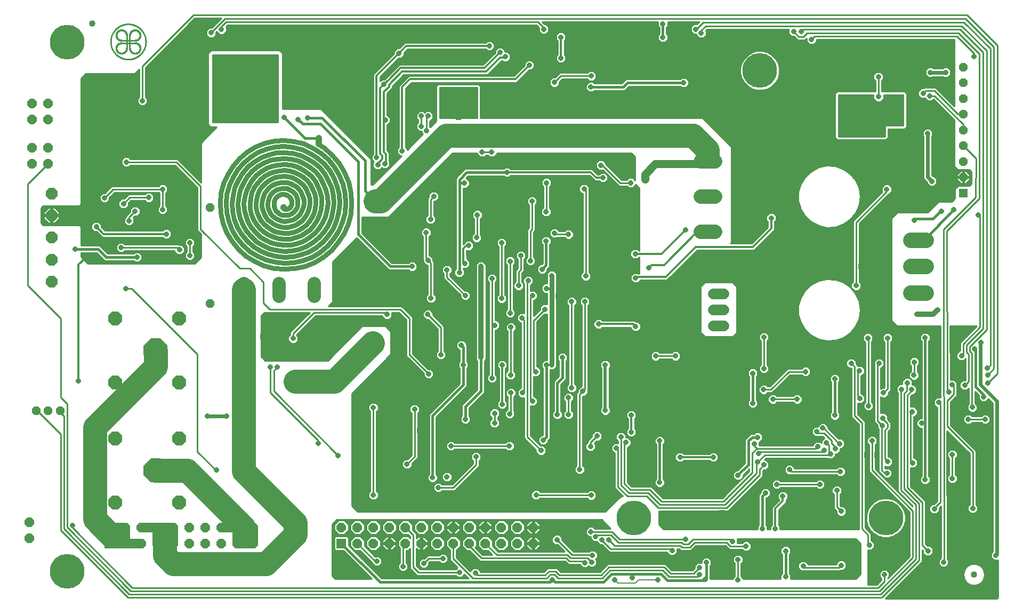
<source format=gbl>
G75*
%MOIN*%
%OFA0B0*%
%FSLAX25Y25*%
%IPPOS*%
%LPD*%
%AMOC8*
5,1,8,0,0,1.08239X$1,22.5*
%
%ADD10C,0.08850*%
%ADD11C,0.06600*%
%ADD12OC8,0.07087*%
%ADD13OC8,0.08600*%
%ADD14OC8,0.15000*%
%ADD15C,0.01000*%
%ADD16C,0.00100*%
%ADD17OC8,0.05906*%
%ADD18C,0.08250*%
%ADD19OC8,0.05315*%
%ADD20OC8,0.05400*%
%ADD21OC8,0.10000*%
%ADD22R,0.05906X0.05906*%
%ADD23R,0.05315X0.05315*%
%ADD24C,0.09693*%
%ADD25C,0.04000*%
%ADD26OC8,0.03175*%
%ADD27C,0.02400*%
%ADD28C,0.01600*%
%ADD29C,0.03200*%
%ADD30C,0.01200*%
%ADD31R,0.03175X0.03175*%
%ADD32C,0.02000*%
%ADD33C,0.03000*%
%ADD34C,0.05000*%
%ADD35C,0.15000*%
%ADD36OC8,0.03569*%
%ADD37C,0.04000*%
%ADD38C,0.03150*%
%ADD39C,0.03175*%
%ADD40C,0.00800*%
%ADD41C,0.21654*%
%ADD42C,0.06000*%
%ADD43OC8,0.04000*%
D10*
X0504420Y0309768D02*
X0513270Y0309768D01*
X0513270Y0331768D02*
X0504420Y0331768D01*
X0504420Y0353768D02*
X0513270Y0353768D01*
D11*
X0512545Y0270902D02*
X0519145Y0270902D01*
X0519145Y0260902D02*
X0512545Y0260902D01*
X0512545Y0250902D02*
X0519145Y0250902D01*
D12*
X0098625Y0278618D03*
X0098625Y0292398D03*
X0098625Y0306177D03*
X0098625Y0319957D03*
X0098625Y0333736D03*
D13*
X0138546Y0255508D03*
X0178546Y0255508D03*
X0178546Y0215508D03*
X0138546Y0215508D03*
X0138546Y0180508D03*
X0178546Y0180508D03*
X0178546Y0140508D03*
X0138546Y0140508D03*
D14*
X0163585Y0160508D03*
X0163585Y0235508D03*
D15*
X0189910Y0233112D02*
X0189910Y0172362D01*
X0201410Y0160862D01*
X0201660Y0160862D01*
X0235410Y0209362D02*
X0265410Y0179362D01*
X0265410Y0177612D01*
X0277910Y0169862D02*
X0237660Y0210112D01*
X0237660Y0222862D01*
X0239910Y0225112D01*
X0239910Y0225362D01*
X0235410Y0225362D02*
X0235410Y0209362D01*
X0232160Y0229362D02*
X0229660Y0231862D01*
X0229660Y0257362D01*
X0231660Y0259362D01*
X0260082Y0259362D01*
X0248832Y0248112D01*
X0247660Y0246941D01*
X0247660Y0245478D01*
X0246573Y0244391D01*
X0246573Y0241833D01*
X0248381Y0240025D01*
X0250939Y0240025D01*
X0252747Y0241833D01*
X0252747Y0244391D01*
X0251757Y0245381D01*
X0263739Y0257362D01*
X0305323Y0257362D01*
X0305323Y0256833D01*
X0307131Y0255025D01*
X0309689Y0255025D01*
X0311497Y0256833D01*
X0311497Y0259362D01*
X0315832Y0259362D01*
X0320410Y0254784D01*
X0320410Y0232034D01*
X0321582Y0230862D01*
X0331323Y0221121D01*
X0331323Y0219583D01*
X0333131Y0217775D01*
X0335689Y0217775D01*
X0337497Y0219583D01*
X0337497Y0222141D01*
X0335689Y0223950D01*
X0334151Y0223950D01*
X0324410Y0233691D01*
X0324410Y0256441D01*
X0317489Y0263362D01*
X0271910Y0263362D01*
X0274410Y0265862D01*
X0274410Y0290862D01*
X0289409Y0305861D01*
X0289457Y0305812D01*
X0309457Y0285812D01*
X0322094Y0285812D01*
X0322881Y0285025D01*
X0325439Y0285025D01*
X0327247Y0286833D01*
X0327247Y0289391D01*
X0325439Y0291200D01*
X0322881Y0291200D01*
X0322094Y0290412D01*
X0311363Y0290412D01*
X0292710Y0309065D01*
X0292710Y0318862D01*
X0309574Y0318862D01*
X0310160Y0319448D01*
X0349574Y0358862D01*
X0364823Y0358862D01*
X0364823Y0358333D01*
X0366631Y0356525D01*
X0369189Y0356525D01*
X0370276Y0357612D01*
X0371544Y0357612D01*
X0372631Y0356525D01*
X0375189Y0356525D01*
X0376997Y0358333D01*
X0376997Y0358862D01*
X0461246Y0358862D01*
X0463410Y0356698D01*
X0463410Y0341978D01*
X0461939Y0343450D01*
X0459381Y0343450D01*
X0458294Y0342362D01*
X0454989Y0342362D01*
X0445247Y0352103D01*
X0445247Y0352641D01*
X0443439Y0354450D01*
X0440881Y0354450D01*
X0439073Y0352641D01*
X0439073Y0350083D01*
X0440881Y0348275D01*
X0443419Y0348275D01*
X0452160Y0339534D01*
X0452160Y0339534D01*
X0453332Y0338362D01*
X0458294Y0338362D01*
X0459381Y0337275D01*
X0461939Y0337275D01*
X0463747Y0339083D01*
X0463747Y0339361D01*
X0463996Y0339112D01*
X0466160Y0336948D01*
X0466160Y0297962D01*
X0465926Y0297962D01*
X0464939Y0298950D01*
X0462381Y0298950D01*
X0460573Y0297141D01*
X0460573Y0294583D01*
X0462381Y0292775D01*
X0464939Y0292775D01*
X0465926Y0293762D01*
X0466160Y0293762D01*
X0466160Y0283712D01*
X0465426Y0283712D01*
X0465189Y0283950D01*
X0462631Y0283950D01*
X0460823Y0282141D01*
X0460823Y0279583D01*
X0462631Y0277775D01*
X0465189Y0277775D01*
X0466926Y0279512D01*
X0483530Y0279512D01*
X0502280Y0298262D01*
X0538030Y0298262D01*
X0550760Y0310992D01*
X0550760Y0316096D01*
X0551747Y0317083D01*
X0551747Y0319641D01*
X0549939Y0321450D01*
X0547381Y0321450D01*
X0545573Y0319641D01*
X0545573Y0317083D01*
X0546560Y0316096D01*
X0546560Y0312732D01*
X0536290Y0302462D01*
X0523174Y0302462D01*
X0523660Y0302948D01*
X0523660Y0363026D01*
X0523074Y0363612D01*
X0505824Y0380862D01*
X0366860Y0380862D01*
X0366860Y0400773D01*
X0365571Y0402062D01*
X0340499Y0402062D01*
X0339210Y0400773D01*
X0339210Y0379076D01*
X0335261Y0375127D01*
X0335160Y0375228D01*
X0335160Y0379025D01*
X0335439Y0379025D01*
X0337247Y0380833D01*
X0337247Y0383391D01*
X0335439Y0385200D01*
X0332881Y0385200D01*
X0332035Y0384353D01*
X0331189Y0385200D01*
X0328631Y0385200D01*
X0326823Y0383391D01*
X0326823Y0380833D01*
X0327910Y0379746D01*
X0327910Y0377978D01*
X0326823Y0376891D01*
X0326823Y0374333D01*
X0328631Y0372525D01*
X0330073Y0372525D01*
X0330073Y0371583D01*
X0330895Y0370761D01*
X0320997Y0360864D01*
X0320997Y0361641D01*
X0320010Y0362628D01*
X0320010Y0399242D01*
X0323780Y0403012D01*
X0389530Y0403012D01*
X0397293Y0410775D01*
X0398689Y0410775D01*
X0400497Y0412583D01*
X0400497Y0415141D01*
X0398689Y0416950D01*
X0396131Y0416950D01*
X0394323Y0415141D01*
X0394323Y0413745D01*
X0387790Y0407212D01*
X0322040Y0407212D01*
X0320810Y0405982D01*
X0315810Y0400982D01*
X0315810Y0362628D01*
X0314823Y0361641D01*
X0314823Y0359083D01*
X0316631Y0357275D01*
X0317409Y0357275D01*
X0299496Y0339362D01*
X0298410Y0339362D01*
X0298410Y0355362D01*
X0267160Y0386612D01*
X0243160Y0386612D01*
X0243160Y0420709D01*
X0242703Y0421812D01*
X0241859Y0422655D01*
X0240757Y0423112D01*
X0198813Y0423112D01*
X0197711Y0422655D01*
X0196867Y0421812D01*
X0196410Y0420709D01*
X0196410Y0377515D01*
X0196867Y0376413D01*
X0197711Y0375569D01*
X0198813Y0375112D01*
X0201910Y0375112D01*
X0192160Y0365362D01*
X0192160Y0340691D01*
X0177489Y0355362D01*
X0147776Y0355362D01*
X0146689Y0356450D01*
X0144131Y0356450D01*
X0142323Y0354641D01*
X0142323Y0352083D01*
X0144131Y0350275D01*
X0146689Y0350275D01*
X0147776Y0351362D01*
X0175832Y0351362D01*
X0189910Y0337284D01*
X0189910Y0310534D01*
X0192160Y0308284D01*
X0192160Y0293862D01*
X0188160Y0289862D01*
X0121410Y0289862D01*
X0117160Y0294112D01*
X0117160Y0296562D01*
X0126707Y0296562D01*
X0131707Y0291562D01*
X0150094Y0291562D01*
X0150881Y0290775D01*
X0153439Y0290775D01*
X0155247Y0292583D01*
X0155247Y0295141D01*
X0153439Y0296950D01*
X0150881Y0296950D01*
X0150094Y0296162D01*
X0133613Y0296162D01*
X0129960Y0299815D01*
X0128613Y0301162D01*
X0117160Y0301162D01*
X0117160Y0312862D01*
X0116160Y0313862D01*
X0093410Y0313862D01*
X0092160Y0315112D01*
X0092160Y0324612D01*
X0093410Y0325862D01*
X0116160Y0325862D01*
X0117160Y0326862D01*
X0117160Y0405612D01*
X0120160Y0408612D01*
X0150910Y0408612D01*
X0153410Y0411112D01*
X0153410Y0393978D01*
X0152323Y0392891D01*
X0152323Y0390333D01*
X0154131Y0388525D01*
X0156689Y0388525D01*
X0158497Y0390333D01*
X0158497Y0392891D01*
X0157410Y0393978D01*
X0157410Y0412284D01*
X0188239Y0443112D01*
X0204582Y0443112D01*
X0198669Y0437200D01*
X0197131Y0437200D01*
X0195323Y0435391D01*
X0195323Y0432833D01*
X0197131Y0431025D01*
X0199689Y0431025D01*
X0201497Y0432833D01*
X0201497Y0434371D01*
X0201891Y0434765D01*
X0203631Y0433025D01*
X0206189Y0433025D01*
X0207997Y0434833D01*
X0207997Y0437391D01*
X0207632Y0437756D01*
X0208739Y0438862D01*
X0401832Y0438862D01*
X0403323Y0437371D01*
X0403323Y0435083D01*
X0405131Y0433275D01*
X0407689Y0433275D01*
X0409497Y0435083D01*
X0409497Y0437641D01*
X0407689Y0439450D01*
X0406901Y0439450D01*
X0405488Y0440862D01*
X0477823Y0440862D01*
X0477823Y0438333D01*
X0478610Y0437546D01*
X0478610Y0433428D01*
X0477823Y0432641D01*
X0477823Y0430083D01*
X0479631Y0428275D01*
X0482189Y0428275D01*
X0483997Y0430083D01*
X0483997Y0432641D01*
X0483210Y0433428D01*
X0483210Y0437546D01*
X0483997Y0438333D01*
X0483997Y0440862D01*
X0503582Y0440862D01*
X0502169Y0439450D01*
X0500131Y0439450D01*
X0498323Y0437641D01*
X0498323Y0435083D01*
X0500131Y0433275D01*
X0501823Y0433275D01*
X0501823Y0432583D01*
X0503631Y0430775D01*
X0506189Y0430775D01*
X0507997Y0432583D01*
X0507997Y0435141D01*
X0507632Y0435506D01*
X0508489Y0436362D01*
X0559794Y0436362D01*
X0559573Y0436141D01*
X0559573Y0433583D01*
X0561381Y0431775D01*
X0562919Y0431775D01*
X0563910Y0430784D01*
X0565082Y0429612D01*
X0569739Y0429612D01*
X0570823Y0430696D01*
X0570823Y0428583D01*
X0572631Y0426775D01*
X0575189Y0426775D01*
X0576997Y0428583D01*
X0576997Y0429862D01*
X0663160Y0429862D01*
X0663160Y0388191D01*
X0652660Y0398691D01*
X0651489Y0399862D01*
X0644332Y0399862D01*
X0643919Y0399450D01*
X0642381Y0399450D01*
X0640573Y0397641D01*
X0640573Y0395083D01*
X0642381Y0393275D01*
X0644631Y0393275D01*
X0646381Y0391525D01*
X0648939Y0391525D01*
X0650026Y0392612D01*
X0650082Y0392612D01*
X0663160Y0379534D01*
X0663160Y0350612D01*
X0665160Y0348612D01*
X0672410Y0348612D01*
X0673910Y0347112D01*
X0673910Y0339862D01*
X0672660Y0338612D01*
X0665410Y0338612D01*
X0663410Y0336612D01*
X0663410Y0330612D01*
X0661410Y0328612D01*
X0653160Y0328612D01*
X0646410Y0321862D01*
X0627410Y0321862D01*
X0623660Y0318112D01*
X0623660Y0254362D01*
X0627160Y0250862D01*
X0654483Y0250862D01*
X0654537Y0206200D01*
X0652131Y0206200D01*
X0650323Y0204391D01*
X0650323Y0201833D01*
X0652131Y0200025D01*
X0652410Y0200025D01*
X0652410Y0141691D01*
X0650419Y0139700D01*
X0649381Y0139700D01*
X0647573Y0137891D01*
X0647573Y0135333D01*
X0649381Y0133525D01*
X0651939Y0133525D01*
X0653747Y0135333D01*
X0653747Y0137371D01*
X0654618Y0138242D01*
X0654657Y0105976D01*
X0653323Y0104641D01*
X0653323Y0102083D01*
X0655131Y0100275D01*
X0657689Y0100275D01*
X0659497Y0102083D01*
X0659497Y0104641D01*
X0658658Y0105481D01*
X0658562Y0185382D01*
X0672660Y0171284D01*
X0672660Y0139228D01*
X0671573Y0138141D01*
X0671573Y0135583D01*
X0673381Y0133775D01*
X0675939Y0133775D01*
X0677747Y0135583D01*
X0677747Y0138141D01*
X0676660Y0139228D01*
X0676660Y0172941D01*
X0660660Y0188941D01*
X0660660Y0203284D01*
X0663489Y0206112D01*
X0664660Y0207284D01*
X0664660Y0212746D01*
X0664747Y0212833D01*
X0664747Y0215391D01*
X0662939Y0217200D01*
X0660644Y0217200D01*
X0660559Y0250862D01*
X0677082Y0250862D01*
X0667832Y0241612D01*
X0666660Y0240441D01*
X0666660Y0235450D01*
X0666381Y0235450D01*
X0664573Y0233641D01*
X0664573Y0231083D01*
X0666381Y0229275D01*
X0668939Y0229275D01*
X0670160Y0230496D01*
X0670160Y0217191D01*
X0669919Y0216950D01*
X0668381Y0216950D01*
X0666573Y0215141D01*
X0666573Y0212583D01*
X0668381Y0210775D01*
X0670939Y0210775D01*
X0672160Y0211996D01*
X0672160Y0202228D01*
X0671323Y0201391D01*
X0671323Y0198833D01*
X0673131Y0197025D01*
X0675689Y0197025D01*
X0677497Y0198833D01*
X0677497Y0201391D01*
X0676160Y0202728D01*
X0676160Y0209860D01*
X0678323Y0207697D01*
X0678323Y0205333D01*
X0680131Y0203525D01*
X0682689Y0203525D01*
X0684434Y0205270D01*
X0686960Y0202744D01*
X0686960Y0109778D01*
X0686073Y0108891D01*
X0686073Y0106333D01*
X0687881Y0104525D01*
X0690385Y0104525D01*
X0690385Y0081768D01*
X0690370Y0081579D01*
X0690253Y0081219D01*
X0690030Y0080913D01*
X0689725Y0080691D01*
X0689365Y0080574D01*
X0689176Y0080559D01*
X0619935Y0080559D01*
X0641989Y0102612D01*
X0643160Y0103784D01*
X0643160Y0111034D01*
X0643573Y0110621D01*
X0643573Y0109083D01*
X0645381Y0107275D01*
X0647939Y0107275D01*
X0649747Y0109083D01*
X0649747Y0111641D01*
X0647939Y0113450D01*
X0646401Y0113450D01*
X0645160Y0114691D01*
X0645160Y0141441D01*
X0635910Y0150691D01*
X0635910Y0162275D01*
X0638439Y0162275D01*
X0640247Y0164083D01*
X0640247Y0166641D01*
X0638439Y0168450D01*
X0637910Y0168450D01*
X0637910Y0194275D01*
X0638189Y0194275D01*
X0639997Y0196083D01*
X0639997Y0198641D01*
X0638189Y0200450D01*
X0635910Y0200450D01*
X0635910Y0207034D01*
X0636901Y0208025D01*
X0637689Y0208025D01*
X0639497Y0209833D01*
X0639497Y0212391D01*
X0637689Y0214200D01*
X0636747Y0214200D01*
X0636747Y0216641D01*
X0634939Y0218450D01*
X0632381Y0218450D01*
X0630573Y0216641D01*
X0630573Y0214450D01*
X0628881Y0214450D01*
X0627073Y0212641D01*
X0627073Y0210083D01*
X0627910Y0209246D01*
X0627910Y0147534D01*
X0629082Y0146362D01*
X0637160Y0138284D01*
X0637160Y0138191D01*
X0613660Y0161691D01*
X0613660Y0176746D01*
X0614747Y0177833D01*
X0614747Y0180391D01*
X0612939Y0182200D01*
X0610381Y0182200D01*
X0608573Y0180391D01*
X0608573Y0177833D01*
X0609660Y0176746D01*
X0609660Y0160034D01*
X0610832Y0158862D01*
X0635160Y0134534D01*
X0635160Y0106941D01*
X0621410Y0093191D01*
X0621410Y0093246D01*
X0622497Y0094333D01*
X0622497Y0096891D01*
X0620689Y0098700D01*
X0618131Y0098700D01*
X0616323Y0096891D01*
X0616323Y0094333D01*
X0617410Y0093246D01*
X0617410Y0092191D01*
X0614582Y0089362D01*
X0609160Y0089362D01*
X0609160Y0110775D01*
X0611439Y0110775D01*
X0613247Y0112583D01*
X0613247Y0115141D01*
X0611439Y0116950D01*
X0611160Y0116950D01*
X0611160Y0121191D01*
X0607410Y0124941D01*
X0607410Y0191191D01*
X0602910Y0195691D01*
X0602910Y0202525D01*
X0605439Y0202525D01*
X0607247Y0204333D01*
X0607247Y0206891D01*
X0605439Y0208700D01*
X0604910Y0208700D01*
X0604910Y0219775D01*
X0605189Y0219775D01*
X0606997Y0221583D01*
X0606997Y0224141D01*
X0605189Y0225950D01*
X0602910Y0225950D01*
X0602910Y0226191D01*
X0601747Y0227353D01*
X0601747Y0228891D01*
X0599939Y0230700D01*
X0597381Y0230700D01*
X0595573Y0228891D01*
X0595573Y0226333D01*
X0597381Y0224525D01*
X0598910Y0224525D01*
X0598910Y0194034D01*
X0603410Y0189534D01*
X0603410Y0123862D01*
X0554247Y0123862D01*
X0554247Y0125641D01*
X0553260Y0126628D01*
X0553260Y0135992D01*
X0558010Y0140742D01*
X0558010Y0142346D01*
X0558997Y0143333D01*
X0558997Y0145891D01*
X0557189Y0147700D01*
X0554631Y0147700D01*
X0552823Y0145891D01*
X0552823Y0143333D01*
X0553742Y0142414D01*
X0549060Y0137732D01*
X0549060Y0126628D01*
X0548073Y0125641D01*
X0548073Y0123862D01*
X0546247Y0123862D01*
X0546247Y0125641D01*
X0545460Y0126428D01*
X0545460Y0143525D01*
X0546439Y0143525D01*
X0548247Y0145333D01*
X0548247Y0147891D01*
X0546439Y0149700D01*
X0543881Y0149700D01*
X0542073Y0147891D01*
X0542073Y0146777D01*
X0540860Y0145565D01*
X0540860Y0126428D01*
X0540073Y0125641D01*
X0540073Y0123862D01*
X0481410Y0123862D01*
X0478410Y0126862D01*
X0478410Y0135362D01*
X0521739Y0135362D01*
X0543410Y0157034D01*
X0543410Y0160534D01*
X0543901Y0161025D01*
X0545439Y0161025D01*
X0547247Y0162833D01*
X0547247Y0165391D01*
X0545439Y0167200D01*
X0544326Y0167200D01*
X0545489Y0168362D01*
X0583794Y0168362D01*
X0584381Y0167775D01*
X0586939Y0167775D01*
X0588747Y0169583D01*
X0588747Y0171025D01*
X0589939Y0171025D01*
X0591747Y0172833D01*
X0591747Y0174275D01*
X0592689Y0174275D01*
X0594497Y0176083D01*
X0594497Y0178641D01*
X0592689Y0180450D01*
X0590901Y0180450D01*
X0583997Y0187353D01*
X0583997Y0188391D01*
X0582189Y0190200D01*
X0579631Y0190200D01*
X0577823Y0188391D01*
X0577823Y0187950D01*
X0575881Y0187950D01*
X0574073Y0186141D01*
X0574073Y0183583D01*
X0575881Y0181775D01*
X0578439Y0181775D01*
X0578526Y0181862D01*
X0580832Y0181862D01*
X0581813Y0180881D01*
X0580073Y0179141D01*
X0580073Y0177816D01*
X0579189Y0178700D01*
X0576631Y0178700D01*
X0574823Y0176891D01*
X0574823Y0176362D01*
X0541053Y0176362D01*
X0541053Y0178275D01*
X0541439Y0178275D01*
X0543247Y0180083D01*
X0543247Y0182641D01*
X0541439Y0184450D01*
X0538881Y0184450D01*
X0538094Y0183662D01*
X0535707Y0183662D01*
X0534360Y0182315D01*
X0532110Y0180065D01*
X0532110Y0165315D01*
X0527495Y0160700D01*
X0526631Y0160700D01*
X0524823Y0158891D01*
X0524823Y0156333D01*
X0526631Y0154525D01*
X0529189Y0154525D01*
X0530997Y0156333D01*
X0530997Y0157697D01*
X0534910Y0161610D01*
X0534910Y0160191D01*
X0518082Y0143362D01*
X0480989Y0143362D01*
X0473739Y0150612D01*
X0461489Y0150612D01*
X0458910Y0153191D01*
X0458910Y0175025D01*
X0459189Y0175025D01*
X0460997Y0176833D01*
X0460997Y0179391D01*
X0459189Y0181200D01*
X0457747Y0181200D01*
X0457747Y0182891D01*
X0455939Y0184700D01*
X0453381Y0184700D01*
X0451573Y0182891D01*
X0451573Y0180333D01*
X0452910Y0178996D01*
X0452910Y0177700D01*
X0450631Y0177700D01*
X0448823Y0175891D01*
X0448823Y0173333D01*
X0450631Y0171525D01*
X0450910Y0171525D01*
X0450910Y0149534D01*
X0452082Y0148362D01*
X0455832Y0144612D01*
X0454660Y0144612D01*
X0444910Y0134862D01*
X0290160Y0134862D01*
X0286410Y0138612D01*
X0286410Y0208612D01*
X0310910Y0233112D01*
X0310910Y0247362D01*
X0307410Y0250862D01*
X0292910Y0250862D01*
X0271410Y0229362D01*
X0232160Y0229362D01*
X0231889Y0229633D02*
X0271681Y0229633D01*
X0272679Y0230631D02*
X0230891Y0230631D01*
X0229892Y0231630D02*
X0273678Y0231630D01*
X0274676Y0232628D02*
X0229660Y0232628D01*
X0229660Y0233627D02*
X0275675Y0233627D01*
X0276673Y0234626D02*
X0229660Y0234626D01*
X0229660Y0235624D02*
X0277672Y0235624D01*
X0278670Y0236623D02*
X0229660Y0236623D01*
X0229660Y0237621D02*
X0279669Y0237621D01*
X0280667Y0238620D02*
X0229660Y0238620D01*
X0229660Y0239618D02*
X0281666Y0239618D01*
X0282664Y0240617D02*
X0251531Y0240617D01*
X0252529Y0241615D02*
X0283663Y0241615D01*
X0284661Y0242614D02*
X0252747Y0242614D01*
X0252747Y0243612D02*
X0285660Y0243612D01*
X0286659Y0244611D02*
X0252528Y0244611D01*
X0251985Y0245609D02*
X0287657Y0245609D01*
X0288656Y0246608D02*
X0252984Y0246608D01*
X0253982Y0247606D02*
X0289654Y0247606D01*
X0290653Y0248605D02*
X0254981Y0248605D01*
X0255979Y0249603D02*
X0291651Y0249603D01*
X0292650Y0250602D02*
X0256978Y0250602D01*
X0257977Y0251600D02*
X0320410Y0251600D01*
X0320410Y0250602D02*
X0307671Y0250602D01*
X0308669Y0249603D02*
X0320410Y0249603D01*
X0320410Y0248605D02*
X0309668Y0248605D01*
X0310666Y0247606D02*
X0320410Y0247606D01*
X0320410Y0246608D02*
X0310910Y0246608D01*
X0310910Y0245609D02*
X0320410Y0245609D01*
X0320410Y0244611D02*
X0310910Y0244611D01*
X0310910Y0243612D02*
X0320410Y0243612D01*
X0320410Y0242614D02*
X0310910Y0242614D01*
X0310910Y0241615D02*
X0320410Y0241615D01*
X0320410Y0240617D02*
X0310910Y0240617D01*
X0310910Y0239618D02*
X0320410Y0239618D01*
X0320410Y0238620D02*
X0310910Y0238620D01*
X0310910Y0237621D02*
X0320410Y0237621D01*
X0320410Y0236623D02*
X0310910Y0236623D01*
X0310910Y0235624D02*
X0320410Y0235624D01*
X0320410Y0234626D02*
X0310910Y0234626D01*
X0310910Y0233627D02*
X0320410Y0233627D01*
X0320410Y0232628D02*
X0310426Y0232628D01*
X0309428Y0231630D02*
X0320814Y0231630D01*
X0321812Y0230631D02*
X0308429Y0230631D01*
X0307431Y0229633D02*
X0322811Y0229633D01*
X0323809Y0228634D02*
X0306432Y0228634D01*
X0305434Y0227636D02*
X0324808Y0227636D01*
X0325806Y0226637D02*
X0304435Y0226637D01*
X0303437Y0225639D02*
X0326805Y0225639D01*
X0327803Y0224640D02*
X0302438Y0224640D01*
X0301440Y0223642D02*
X0328802Y0223642D01*
X0329801Y0222643D02*
X0300441Y0222643D01*
X0299443Y0221645D02*
X0330799Y0221645D01*
X0331323Y0220646D02*
X0298444Y0220646D01*
X0297446Y0219648D02*
X0331323Y0219648D01*
X0332257Y0218649D02*
X0296447Y0218649D01*
X0295449Y0217651D02*
X0353860Y0217651D01*
X0353860Y0218649D02*
X0336563Y0218649D01*
X0337497Y0219648D02*
X0353860Y0219648D01*
X0353860Y0220646D02*
X0337497Y0220646D01*
X0337497Y0221645D02*
X0353860Y0221645D01*
X0353860Y0222643D02*
X0336995Y0222643D01*
X0335997Y0223642D02*
X0353860Y0223642D01*
X0353860Y0224546D02*
X0353860Y0215065D01*
X0334610Y0195815D01*
X0334610Y0158178D01*
X0333823Y0157391D01*
X0333823Y0154833D01*
X0335631Y0153025D01*
X0338189Y0153025D01*
X0339997Y0154833D01*
X0339997Y0157391D01*
X0339210Y0158178D01*
X0339210Y0193910D01*
X0358460Y0213160D01*
X0358460Y0224546D01*
X0359247Y0225333D01*
X0359247Y0227891D01*
X0358460Y0228678D01*
X0358460Y0238565D01*
X0357997Y0239027D01*
X0357997Y0240141D01*
X0356189Y0241950D01*
X0353631Y0241950D01*
X0351823Y0240141D01*
X0351823Y0237583D01*
X0353631Y0235775D01*
X0353860Y0235775D01*
X0353860Y0228678D01*
X0353073Y0227891D01*
X0353073Y0225333D01*
X0353860Y0224546D01*
X0353766Y0224640D02*
X0333460Y0224640D01*
X0332462Y0225639D02*
X0353073Y0225639D01*
X0353073Y0226637D02*
X0331463Y0226637D01*
X0330465Y0227636D02*
X0353073Y0227636D01*
X0353816Y0228634D02*
X0329466Y0228634D01*
X0328468Y0229633D02*
X0353860Y0229633D01*
X0353860Y0230631D02*
X0344296Y0230631D01*
X0343439Y0229775D02*
X0345247Y0231583D01*
X0345247Y0234141D01*
X0344160Y0235228D01*
X0344160Y0250691D01*
X0336997Y0257853D01*
X0336997Y0259391D01*
X0335189Y0261200D01*
X0332631Y0261200D01*
X0330823Y0259391D01*
X0330823Y0256833D01*
X0332631Y0255025D01*
X0334169Y0255025D01*
X0340160Y0249034D01*
X0340160Y0235228D01*
X0339073Y0234141D01*
X0339073Y0231583D01*
X0340881Y0229775D01*
X0343439Y0229775D01*
X0345247Y0231630D02*
X0353860Y0231630D01*
X0353860Y0232628D02*
X0345247Y0232628D01*
X0345247Y0233627D02*
X0353860Y0233627D01*
X0353860Y0234626D02*
X0344763Y0234626D01*
X0344160Y0235624D02*
X0353860Y0235624D01*
X0352784Y0236623D02*
X0344160Y0236623D01*
X0344160Y0237621D02*
X0351823Y0237621D01*
X0351823Y0238620D02*
X0344160Y0238620D01*
X0344160Y0239618D02*
X0351823Y0239618D01*
X0352298Y0240617D02*
X0344160Y0240617D01*
X0344160Y0241615D02*
X0353297Y0241615D01*
X0356523Y0241615D02*
X0364060Y0241615D01*
X0364060Y0240617D02*
X0357522Y0240617D01*
X0357997Y0239618D02*
X0364060Y0239618D01*
X0364060Y0238620D02*
X0358405Y0238620D01*
X0358460Y0237621D02*
X0364060Y0237621D01*
X0364060Y0236623D02*
X0358460Y0236623D01*
X0358460Y0235624D02*
X0364060Y0235624D01*
X0364060Y0234626D02*
X0358460Y0234626D01*
X0358460Y0233627D02*
X0364060Y0233627D01*
X0364060Y0232628D02*
X0358460Y0232628D01*
X0358460Y0231630D02*
X0364060Y0231630D01*
X0364060Y0230631D02*
X0358460Y0230631D01*
X0358460Y0229633D02*
X0364273Y0229633D01*
X0364073Y0229833D02*
X0364519Y0229387D01*
X0364532Y0229356D01*
X0364860Y0229028D01*
X0364860Y0211315D01*
X0355110Y0201565D01*
X0355110Y0194678D01*
X0354323Y0193891D01*
X0354323Y0191333D01*
X0356131Y0189525D01*
X0358689Y0189525D01*
X0360497Y0191333D01*
X0360497Y0193891D01*
X0359710Y0194678D01*
X0359710Y0199660D01*
X0369460Y0209410D01*
X0369460Y0229028D01*
X0369788Y0229356D01*
X0369801Y0229387D01*
X0370247Y0229833D01*
X0370247Y0230465D01*
X0370260Y0230496D01*
X0370260Y0288729D01*
X0370247Y0288759D01*
X0370247Y0289391D01*
X0369801Y0289838D01*
X0369788Y0289868D01*
X0368916Y0290740D01*
X0368886Y0290753D01*
X0368439Y0291200D01*
X0367807Y0291200D01*
X0367777Y0291212D01*
X0366543Y0291212D01*
X0366513Y0291200D01*
X0365881Y0291200D01*
X0365435Y0290753D01*
X0365404Y0290740D01*
X0364532Y0289868D01*
X0364519Y0289838D01*
X0364073Y0289391D01*
X0364073Y0288759D01*
X0364060Y0288729D01*
X0364060Y0230496D01*
X0364073Y0230465D01*
X0364073Y0229833D01*
X0364860Y0228634D02*
X0358504Y0228634D01*
X0359247Y0227636D02*
X0364860Y0227636D01*
X0364860Y0226637D02*
X0359247Y0226637D01*
X0359247Y0225639D02*
X0364860Y0225639D01*
X0364860Y0224640D02*
X0358555Y0224640D01*
X0358460Y0223642D02*
X0364860Y0223642D01*
X0364860Y0222643D02*
X0358460Y0222643D01*
X0358460Y0221645D02*
X0364860Y0221645D01*
X0364860Y0220646D02*
X0358460Y0220646D01*
X0358460Y0219648D02*
X0364860Y0219648D01*
X0364860Y0218649D02*
X0358460Y0218649D01*
X0358460Y0217651D02*
X0364860Y0217651D01*
X0364860Y0216652D02*
X0358460Y0216652D01*
X0358460Y0215654D02*
X0364860Y0215654D01*
X0364860Y0214655D02*
X0358460Y0214655D01*
X0358460Y0213657D02*
X0364860Y0213657D01*
X0364860Y0212658D02*
X0357959Y0212658D01*
X0356960Y0211660D02*
X0364860Y0211660D01*
X0364206Y0210661D02*
X0355962Y0210661D01*
X0354963Y0209663D02*
X0363208Y0209663D01*
X0362209Y0208664D02*
X0353965Y0208664D01*
X0352966Y0207666D02*
X0361211Y0207666D01*
X0360212Y0206667D02*
X0351968Y0206667D01*
X0350969Y0205669D02*
X0359214Y0205669D01*
X0358215Y0204670D02*
X0349971Y0204670D01*
X0348972Y0203672D02*
X0357217Y0203672D01*
X0356218Y0202673D02*
X0347974Y0202673D01*
X0346975Y0201675D02*
X0355220Y0201675D01*
X0355110Y0200676D02*
X0345977Y0200676D01*
X0344978Y0199678D02*
X0355110Y0199678D01*
X0355110Y0198679D02*
X0343980Y0198679D01*
X0342981Y0197681D02*
X0355110Y0197681D01*
X0355110Y0196682D02*
X0341983Y0196682D01*
X0340984Y0195684D02*
X0355110Y0195684D01*
X0355110Y0194685D02*
X0339986Y0194685D01*
X0339210Y0193687D02*
X0354323Y0193687D01*
X0354323Y0192688D02*
X0339210Y0192688D01*
X0339210Y0191690D02*
X0354323Y0191690D01*
X0354965Y0190691D02*
X0339210Y0190691D01*
X0339210Y0189692D02*
X0355964Y0189692D01*
X0358857Y0189692D02*
X0372573Y0189692D01*
X0372573Y0189083D02*
X0374381Y0187275D01*
X0376939Y0187275D01*
X0378747Y0189083D01*
X0378747Y0191641D01*
X0377660Y0192728D01*
X0377660Y0193996D01*
X0378747Y0195083D01*
X0378747Y0197641D01*
X0376939Y0199450D01*
X0374381Y0199450D01*
X0372573Y0197641D01*
X0372573Y0195083D01*
X0373660Y0193996D01*
X0373660Y0192728D01*
X0372573Y0191641D01*
X0372573Y0189083D01*
X0372962Y0188694D02*
X0339210Y0188694D01*
X0339210Y0187695D02*
X0373961Y0187695D01*
X0375660Y0190362D02*
X0375660Y0196362D01*
X0373611Y0198679D02*
X0359710Y0198679D01*
X0359710Y0197681D02*
X0372612Y0197681D01*
X0372573Y0196682D02*
X0359710Y0196682D01*
X0359710Y0195684D02*
X0372573Y0195684D01*
X0372971Y0194685D02*
X0359710Y0194685D01*
X0360497Y0193687D02*
X0373660Y0193687D01*
X0373620Y0192688D02*
X0360497Y0192688D01*
X0360497Y0191690D02*
X0372621Y0191690D01*
X0372573Y0190691D02*
X0359855Y0190691D01*
X0359728Y0199678D02*
X0378228Y0199678D01*
X0377709Y0198679D02*
X0383611Y0198679D01*
X0383881Y0198950D02*
X0382073Y0197141D01*
X0382073Y0194583D01*
X0383881Y0192775D01*
X0386439Y0192775D01*
X0388247Y0194583D01*
X0388247Y0197141D01*
X0387910Y0197478D01*
X0387910Y0206746D01*
X0388997Y0207833D01*
X0388997Y0210391D01*
X0387189Y0212200D01*
X0384631Y0212200D01*
X0382823Y0210391D01*
X0382823Y0207833D01*
X0383910Y0206746D01*
X0383910Y0198950D01*
X0383881Y0198950D01*
X0383910Y0199678D02*
X0382592Y0199678D01*
X0381689Y0198775D02*
X0383497Y0200583D01*
X0383497Y0203141D01*
X0382510Y0204128D01*
X0382510Y0224346D01*
X0383497Y0225333D01*
X0383497Y0227891D01*
X0381689Y0229700D01*
X0379131Y0229700D01*
X0377323Y0227891D01*
X0377323Y0225333D01*
X0378310Y0224346D01*
X0378310Y0204128D01*
X0377323Y0203141D01*
X0377323Y0200583D01*
X0379131Y0198775D01*
X0381689Y0198775D01*
X0382612Y0197681D02*
X0378708Y0197681D01*
X0378747Y0196682D02*
X0382073Y0196682D01*
X0382073Y0195684D02*
X0378747Y0195684D01*
X0378349Y0194685D02*
X0382073Y0194685D01*
X0382970Y0193687D02*
X0377660Y0193687D01*
X0377700Y0192688D02*
X0394160Y0192688D01*
X0394160Y0191690D02*
X0378699Y0191690D01*
X0378747Y0190691D02*
X0394160Y0190691D01*
X0394160Y0189692D02*
X0378747Y0189692D01*
X0378358Y0188694D02*
X0394160Y0188694D01*
X0394160Y0187695D02*
X0377360Y0187695D01*
X0385160Y0195862D02*
X0385910Y0196612D01*
X0385910Y0209112D01*
X0382823Y0208664D02*
X0382510Y0208664D01*
X0382510Y0207666D02*
X0382990Y0207666D01*
X0382510Y0206667D02*
X0383910Y0206667D01*
X0383910Y0205669D02*
X0382510Y0205669D01*
X0382510Y0204670D02*
X0383910Y0204670D01*
X0383910Y0203672D02*
X0382967Y0203672D01*
X0383497Y0202673D02*
X0383910Y0202673D01*
X0383910Y0201675D02*
X0383497Y0201675D01*
X0383497Y0200676D02*
X0383910Y0200676D01*
X0387910Y0200676D02*
X0394160Y0200676D01*
X0394160Y0199678D02*
X0387910Y0199678D01*
X0387910Y0198679D02*
X0394160Y0198679D01*
X0394160Y0197681D02*
X0387910Y0197681D01*
X0388247Y0196682D02*
X0394160Y0196682D01*
X0394160Y0195684D02*
X0388247Y0195684D01*
X0388247Y0194685D02*
X0394160Y0194685D01*
X0394160Y0193687D02*
X0387351Y0193687D01*
X0387910Y0201675D02*
X0394160Y0201675D01*
X0394160Y0202673D02*
X0387910Y0202673D01*
X0387910Y0203672D02*
X0394160Y0203672D01*
X0394160Y0204670D02*
X0387910Y0204670D01*
X0387910Y0205669D02*
X0394160Y0205669D01*
X0394160Y0206025D02*
X0394160Y0180784D01*
X0401573Y0173371D01*
X0401573Y0171833D01*
X0403381Y0170025D01*
X0405939Y0170025D01*
X0407747Y0171833D01*
X0407747Y0174391D01*
X0405939Y0176200D01*
X0404401Y0176200D01*
X0398160Y0182441D01*
X0398160Y0200775D01*
X0400689Y0200775D01*
X0402497Y0202583D01*
X0402497Y0205141D01*
X0400689Y0206950D01*
X0400160Y0206950D01*
X0400160Y0219275D01*
X0402689Y0219275D01*
X0404497Y0221083D01*
X0404497Y0223641D01*
X0402689Y0225450D01*
X0402160Y0225450D01*
X0402160Y0253534D01*
X0406901Y0258275D01*
X0408410Y0258275D01*
X0408410Y0229700D01*
X0406881Y0229700D01*
X0405073Y0227891D01*
X0405073Y0225333D01*
X0405860Y0224546D01*
X0405860Y0182700D01*
X0404881Y0182700D01*
X0403073Y0180891D01*
X0403073Y0178333D01*
X0404881Y0176525D01*
X0407439Y0176525D01*
X0409247Y0178333D01*
X0409247Y0179447D01*
X0410460Y0180660D01*
X0410460Y0223525D01*
X0412689Y0223525D01*
X0414497Y0225333D01*
X0414497Y0227891D01*
X0414410Y0227978D01*
X0414410Y0280996D01*
X0414497Y0281083D01*
X0414497Y0283641D01*
X0412689Y0285450D01*
X0410131Y0285450D01*
X0408323Y0283641D01*
X0408323Y0281083D01*
X0408410Y0280996D01*
X0408410Y0277450D01*
X0406881Y0277450D01*
X0405073Y0275641D01*
X0405073Y0273083D01*
X0406881Y0271275D01*
X0408410Y0271275D01*
X0408410Y0264450D01*
X0405881Y0264450D01*
X0404073Y0262641D01*
X0404073Y0261103D01*
X0400160Y0257191D01*
X0400160Y0266775D01*
X0400689Y0266775D01*
X0402497Y0268583D01*
X0402497Y0271141D01*
X0400689Y0272950D01*
X0398160Y0272950D01*
X0398160Y0276246D01*
X0399747Y0277833D01*
X0399747Y0280391D01*
X0397939Y0282200D01*
X0395381Y0282200D01*
X0393573Y0280391D01*
X0393573Y0277833D01*
X0394160Y0277246D01*
X0394160Y0258950D01*
X0391631Y0258950D01*
X0389823Y0257141D01*
X0389823Y0254583D01*
X0391631Y0252775D01*
X0392160Y0252775D01*
X0392160Y0212200D01*
X0391881Y0212200D01*
X0390073Y0210391D01*
X0390073Y0207833D01*
X0391881Y0206025D01*
X0394160Y0206025D01*
X0391239Y0206667D02*
X0387910Y0206667D01*
X0388830Y0207666D02*
X0390240Y0207666D01*
X0390073Y0208664D02*
X0388997Y0208664D01*
X0388997Y0209663D02*
X0390073Y0209663D01*
X0390343Y0210661D02*
X0388727Y0210661D01*
X0387729Y0211660D02*
X0391341Y0211660D01*
X0392160Y0212658D02*
X0382510Y0212658D01*
X0382510Y0211660D02*
X0384091Y0211660D01*
X0383093Y0210661D02*
X0382510Y0210661D01*
X0382510Y0209663D02*
X0382823Y0209663D01*
X0382510Y0213657D02*
X0392160Y0213657D01*
X0392160Y0214655D02*
X0382510Y0214655D01*
X0382510Y0215654D02*
X0392160Y0215654D01*
X0392160Y0216652D02*
X0382510Y0216652D01*
X0382510Y0217651D02*
X0384005Y0217651D01*
X0384381Y0217275D02*
X0386939Y0217275D01*
X0388747Y0219083D01*
X0388747Y0221641D01*
X0387910Y0222478D01*
X0387910Y0247746D01*
X0388997Y0248833D01*
X0388997Y0251391D01*
X0387189Y0253200D01*
X0384631Y0253200D01*
X0382823Y0251391D01*
X0382823Y0248833D01*
X0383910Y0247746D01*
X0383910Y0222978D01*
X0382573Y0221641D01*
X0382573Y0219083D01*
X0384381Y0217275D01*
X0383007Y0218649D02*
X0382510Y0218649D01*
X0382510Y0219648D02*
X0382573Y0219648D01*
X0382573Y0220646D02*
X0382510Y0220646D01*
X0382510Y0221645D02*
X0382577Y0221645D01*
X0382510Y0222643D02*
X0383575Y0222643D01*
X0383910Y0223642D02*
X0382510Y0223642D01*
X0382805Y0224640D02*
X0383910Y0224640D01*
X0383910Y0225639D02*
X0383497Y0225639D01*
X0383497Y0226637D02*
X0383910Y0226637D01*
X0383910Y0227636D02*
X0383497Y0227636D01*
X0383910Y0228634D02*
X0382754Y0228634D01*
X0381756Y0229633D02*
X0383910Y0229633D01*
X0383910Y0230631D02*
X0376160Y0230631D01*
X0376160Y0229633D02*
X0379065Y0229633D01*
X0378066Y0228634D02*
X0376160Y0228634D01*
X0376160Y0227636D02*
X0377323Y0227636D01*
X0377323Y0226637D02*
X0376160Y0226637D01*
X0376160Y0225639D02*
X0377323Y0225639D01*
X0378016Y0224640D02*
X0376160Y0224640D01*
X0376160Y0223642D02*
X0378310Y0223642D01*
X0378310Y0222643D02*
X0376160Y0222643D01*
X0376160Y0221645D02*
X0378310Y0221645D01*
X0378310Y0220646D02*
X0376242Y0220646D01*
X0376160Y0220728D02*
X0376160Y0248275D01*
X0376939Y0248275D01*
X0378747Y0250083D01*
X0378747Y0252641D01*
X0376939Y0254450D01*
X0376160Y0254450D01*
X0376160Y0278246D01*
X0377247Y0279333D01*
X0377247Y0281891D01*
X0375439Y0283700D01*
X0372881Y0283700D01*
X0371073Y0281891D01*
X0371073Y0279333D01*
X0372160Y0278246D01*
X0372160Y0220728D01*
X0371073Y0219641D01*
X0371073Y0217083D01*
X0372881Y0215275D01*
X0375439Y0215275D01*
X0377247Y0217083D01*
X0377247Y0219641D01*
X0376160Y0220728D01*
X0377241Y0219648D02*
X0378310Y0219648D01*
X0378310Y0218649D02*
X0377247Y0218649D01*
X0377247Y0217651D02*
X0378310Y0217651D01*
X0378310Y0216652D02*
X0376816Y0216652D01*
X0375818Y0215654D02*
X0378310Y0215654D01*
X0378310Y0214655D02*
X0369460Y0214655D01*
X0369460Y0213657D02*
X0378310Y0213657D01*
X0378310Y0212658D02*
X0369460Y0212658D01*
X0369460Y0211660D02*
X0378310Y0211660D01*
X0378310Y0210661D02*
X0369460Y0210661D01*
X0369460Y0209663D02*
X0378310Y0209663D01*
X0378310Y0208664D02*
X0368715Y0208664D01*
X0367716Y0207666D02*
X0378310Y0207666D01*
X0378310Y0206667D02*
X0366718Y0206667D01*
X0365719Y0205669D02*
X0378310Y0205669D01*
X0378310Y0204670D02*
X0364721Y0204670D01*
X0363722Y0203672D02*
X0377853Y0203672D01*
X0377323Y0202673D02*
X0362724Y0202673D01*
X0361725Y0201675D02*
X0377323Y0201675D01*
X0377323Y0200676D02*
X0360727Y0200676D01*
X0350455Y0211660D02*
X0289458Y0211660D01*
X0290456Y0212658D02*
X0351453Y0212658D01*
X0352452Y0213657D02*
X0291455Y0213657D01*
X0292453Y0214655D02*
X0353450Y0214655D01*
X0353860Y0215654D02*
X0293452Y0215654D01*
X0294450Y0216652D02*
X0353860Y0216652D01*
X0349456Y0210661D02*
X0288459Y0210661D01*
X0287461Y0209663D02*
X0348458Y0209663D01*
X0347459Y0208664D02*
X0286462Y0208664D01*
X0286410Y0207666D02*
X0346461Y0207666D01*
X0345462Y0206667D02*
X0286410Y0206667D01*
X0286410Y0205669D02*
X0344464Y0205669D01*
X0343465Y0204670D02*
X0286410Y0204670D01*
X0286410Y0203672D02*
X0342467Y0203672D01*
X0341468Y0202673D02*
X0301465Y0202673D01*
X0301189Y0202950D02*
X0298631Y0202950D01*
X0296823Y0201141D01*
X0296823Y0198583D01*
X0297910Y0197496D01*
X0297910Y0147728D01*
X0296823Y0146641D01*
X0296823Y0144083D01*
X0298631Y0142275D01*
X0301189Y0142275D01*
X0302997Y0144083D01*
X0302997Y0146641D01*
X0301910Y0147728D01*
X0301910Y0197496D01*
X0302997Y0198583D01*
X0302997Y0201141D01*
X0301189Y0202950D01*
X0302464Y0201675D02*
X0324106Y0201675D01*
X0324381Y0201950D02*
X0322573Y0200141D01*
X0322573Y0197583D01*
X0323660Y0196496D01*
X0323660Y0170191D01*
X0321169Y0167700D01*
X0319631Y0167700D01*
X0317823Y0165891D01*
X0317823Y0163333D01*
X0319631Y0161525D01*
X0322189Y0161525D01*
X0323997Y0163333D01*
X0323997Y0164871D01*
X0326489Y0167362D01*
X0327660Y0168534D01*
X0327660Y0196496D01*
X0328747Y0197583D01*
X0328747Y0200141D01*
X0326939Y0201950D01*
X0324381Y0201950D01*
X0323108Y0200676D02*
X0302997Y0200676D01*
X0302997Y0199678D02*
X0322573Y0199678D01*
X0322573Y0198679D02*
X0302997Y0198679D01*
X0302095Y0197681D02*
X0322573Y0197681D01*
X0323474Y0196682D02*
X0301910Y0196682D01*
X0301910Y0195684D02*
X0323660Y0195684D01*
X0323660Y0194685D02*
X0301910Y0194685D01*
X0301910Y0193687D02*
X0323660Y0193687D01*
X0323660Y0192688D02*
X0301910Y0192688D01*
X0301910Y0191690D02*
X0323660Y0191690D01*
X0323660Y0190691D02*
X0301910Y0190691D01*
X0301910Y0189692D02*
X0323660Y0189692D01*
X0323660Y0188694D02*
X0301910Y0188694D01*
X0301910Y0187695D02*
X0323660Y0187695D01*
X0323660Y0186697D02*
X0301910Y0186697D01*
X0301910Y0185698D02*
X0323660Y0185698D01*
X0323660Y0184700D02*
X0301910Y0184700D01*
X0301910Y0183701D02*
X0323660Y0183701D01*
X0323660Y0182703D02*
X0301910Y0182703D01*
X0301910Y0181704D02*
X0323660Y0181704D01*
X0323660Y0180706D02*
X0301910Y0180706D01*
X0301910Y0179707D02*
X0323660Y0179707D01*
X0323660Y0178709D02*
X0301910Y0178709D01*
X0301910Y0177710D02*
X0323660Y0177710D01*
X0323660Y0176712D02*
X0301910Y0176712D01*
X0301910Y0175713D02*
X0323660Y0175713D01*
X0323660Y0174715D02*
X0301910Y0174715D01*
X0301910Y0173716D02*
X0323660Y0173716D01*
X0323660Y0172718D02*
X0301910Y0172718D01*
X0301910Y0171719D02*
X0323660Y0171719D01*
X0323660Y0170721D02*
X0301910Y0170721D01*
X0301910Y0169722D02*
X0323192Y0169722D01*
X0322193Y0168724D02*
X0301910Y0168724D01*
X0301910Y0167725D02*
X0321195Y0167725D01*
X0318658Y0166727D02*
X0301910Y0166727D01*
X0301910Y0165728D02*
X0317823Y0165728D01*
X0317823Y0164730D02*
X0301910Y0164730D01*
X0301910Y0163731D02*
X0317823Y0163731D01*
X0318423Y0162733D02*
X0301910Y0162733D01*
X0301910Y0161734D02*
X0319422Y0161734D01*
X0322398Y0161734D02*
X0334610Y0161734D01*
X0334610Y0160736D02*
X0301910Y0160736D01*
X0301910Y0159737D02*
X0334610Y0159737D01*
X0334610Y0158739D02*
X0301910Y0158739D01*
X0301910Y0157740D02*
X0334172Y0157740D01*
X0333823Y0156742D02*
X0301910Y0156742D01*
X0301910Y0155743D02*
X0333823Y0155743D01*
X0333911Y0154745D02*
X0301910Y0154745D01*
X0301910Y0153746D02*
X0334910Y0153746D01*
X0337323Y0151141D02*
X0339131Y0152950D01*
X0341689Y0152950D01*
X0342776Y0151862D01*
X0349082Y0151862D01*
X0362160Y0164941D01*
X0362160Y0166746D01*
X0361073Y0167833D01*
X0361073Y0170391D01*
X0362881Y0172200D01*
X0365439Y0172200D01*
X0367247Y0170391D01*
X0367247Y0167833D01*
X0366160Y0166746D01*
X0366160Y0163284D01*
X0364989Y0162112D01*
X0351910Y0149034D01*
X0350739Y0147862D01*
X0342776Y0147862D01*
X0341689Y0146775D01*
X0339131Y0146775D01*
X0337323Y0148583D01*
X0337323Y0151141D01*
X0337323Y0150751D02*
X0301910Y0150751D01*
X0301910Y0151749D02*
X0337931Y0151749D01*
X0338929Y0152748D02*
X0301910Y0152748D01*
X0301910Y0149752D02*
X0337323Y0149752D01*
X0337323Y0148754D02*
X0301910Y0148754D01*
X0301910Y0147755D02*
X0338151Y0147755D01*
X0340410Y0149862D02*
X0349910Y0149862D01*
X0364160Y0164112D01*
X0364160Y0169112D01*
X0361073Y0168724D02*
X0339210Y0168724D01*
X0339210Y0169722D02*
X0361073Y0169722D01*
X0361402Y0170721D02*
X0339210Y0170721D01*
X0339210Y0171719D02*
X0362401Y0171719D01*
X0365919Y0171719D02*
X0401687Y0171719D01*
X0401573Y0172718D02*
X0339210Y0172718D01*
X0339210Y0173716D02*
X0346190Y0173716D01*
X0345323Y0174583D02*
X0347131Y0172775D01*
X0349689Y0172775D01*
X0350776Y0173862D01*
X0382544Y0173862D01*
X0383631Y0172775D01*
X0386189Y0172775D01*
X0387997Y0174583D01*
X0387997Y0177141D01*
X0386189Y0178950D01*
X0383631Y0178950D01*
X0382544Y0177862D01*
X0350776Y0177862D01*
X0349689Y0178950D01*
X0347131Y0178950D01*
X0345323Y0177141D01*
X0345323Y0174583D01*
X0345323Y0174715D02*
X0339210Y0174715D01*
X0339210Y0175713D02*
X0345323Y0175713D01*
X0345323Y0176712D02*
X0339210Y0176712D01*
X0339210Y0177710D02*
X0345892Y0177710D01*
X0346891Y0178709D02*
X0339210Y0178709D01*
X0339210Y0179707D02*
X0395236Y0179707D01*
X0394238Y0180706D02*
X0339210Y0180706D01*
X0339210Y0181704D02*
X0394160Y0181704D01*
X0394160Y0182703D02*
X0339210Y0182703D01*
X0339210Y0183701D02*
X0394160Y0183701D01*
X0394160Y0184700D02*
X0339210Y0184700D01*
X0339210Y0185698D02*
X0394160Y0185698D01*
X0394160Y0186697D02*
X0339210Y0186697D01*
X0334610Y0186697D02*
X0327660Y0186697D01*
X0327660Y0187695D02*
X0334610Y0187695D01*
X0334610Y0188694D02*
X0327660Y0188694D01*
X0327660Y0189692D02*
X0334610Y0189692D01*
X0334610Y0190691D02*
X0327660Y0190691D01*
X0327660Y0191690D02*
X0334610Y0191690D01*
X0334610Y0192688D02*
X0327660Y0192688D01*
X0327660Y0193687D02*
X0334610Y0193687D01*
X0334610Y0194685D02*
X0327660Y0194685D01*
X0327660Y0195684D02*
X0334610Y0195684D01*
X0335477Y0196682D02*
X0327846Y0196682D01*
X0328747Y0197681D02*
X0336476Y0197681D01*
X0337474Y0198679D02*
X0328747Y0198679D01*
X0328747Y0199678D02*
X0338473Y0199678D01*
X0339471Y0200676D02*
X0328212Y0200676D01*
X0327214Y0201675D02*
X0340470Y0201675D01*
X0325660Y0198862D02*
X0325660Y0169362D01*
X0320910Y0164612D01*
X0323997Y0164730D02*
X0334610Y0164730D01*
X0334610Y0165728D02*
X0324855Y0165728D01*
X0325853Y0166727D02*
X0334610Y0166727D01*
X0334610Y0167725D02*
X0326852Y0167725D01*
X0326489Y0167362D02*
X0326489Y0167362D01*
X0327660Y0168724D02*
X0334610Y0168724D01*
X0334610Y0169722D02*
X0327660Y0169722D01*
X0327660Y0170721D02*
X0334610Y0170721D01*
X0334610Y0171719D02*
X0327660Y0171719D01*
X0327660Y0172718D02*
X0334610Y0172718D01*
X0334610Y0173716D02*
X0327660Y0173716D01*
X0327660Y0174715D02*
X0334610Y0174715D01*
X0334610Y0175713D02*
X0327660Y0175713D01*
X0327660Y0176712D02*
X0334610Y0176712D01*
X0334610Y0177710D02*
X0327660Y0177710D01*
X0327660Y0178709D02*
X0334610Y0178709D01*
X0334610Y0179707D02*
X0327660Y0179707D01*
X0327660Y0180706D02*
X0334610Y0180706D01*
X0334610Y0181704D02*
X0327660Y0181704D01*
X0327660Y0182703D02*
X0334610Y0182703D01*
X0334610Y0183701D02*
X0327660Y0183701D01*
X0327660Y0184700D02*
X0334610Y0184700D01*
X0334610Y0185698D02*
X0327660Y0185698D01*
X0339210Y0167725D02*
X0361181Y0167725D01*
X0362160Y0166727D02*
X0339210Y0166727D01*
X0339210Y0165728D02*
X0362160Y0165728D01*
X0361949Y0164730D02*
X0339210Y0164730D01*
X0339210Y0163731D02*
X0360951Y0163731D01*
X0359952Y0162733D02*
X0339210Y0162733D01*
X0339210Y0161734D02*
X0358954Y0161734D01*
X0357955Y0160736D02*
X0339210Y0160736D01*
X0339210Y0159737D02*
X0356957Y0159737D01*
X0355958Y0158739D02*
X0348150Y0158739D01*
X0348997Y0157891D02*
X0347189Y0159700D01*
X0344631Y0159700D01*
X0342823Y0157891D01*
X0342823Y0155333D01*
X0344631Y0153525D01*
X0347189Y0153525D01*
X0348997Y0155333D01*
X0348997Y0157891D01*
X0348997Y0157740D02*
X0354960Y0157740D01*
X0353961Y0156742D02*
X0348997Y0156742D01*
X0348997Y0155743D02*
X0352963Y0155743D01*
X0351964Y0154745D02*
X0348409Y0154745D01*
X0347410Y0153746D02*
X0350966Y0153746D01*
X0349967Y0152748D02*
X0341891Y0152748D01*
X0343411Y0154745D02*
X0339909Y0154745D01*
X0339997Y0155743D02*
X0342823Y0155743D01*
X0342823Y0156742D02*
X0339997Y0156742D01*
X0339648Y0157740D02*
X0342823Y0157740D01*
X0343670Y0158739D02*
X0339210Y0158739D01*
X0338910Y0153746D02*
X0344410Y0153746D01*
X0342669Y0147755D02*
X0399687Y0147755D01*
X0400381Y0148450D02*
X0398573Y0146641D01*
X0398573Y0144083D01*
X0400381Y0142275D01*
X0402939Y0142275D01*
X0403776Y0143112D01*
X0433794Y0143112D01*
X0434881Y0142025D01*
X0437439Y0142025D01*
X0439247Y0143833D01*
X0439247Y0146391D01*
X0437439Y0148200D01*
X0434881Y0148200D01*
X0433794Y0147112D01*
X0404276Y0147112D01*
X0402939Y0148450D01*
X0400381Y0148450D01*
X0398688Y0146757D02*
X0302882Y0146757D01*
X0302997Y0145758D02*
X0398573Y0145758D01*
X0398573Y0144759D02*
X0302997Y0144759D01*
X0302675Y0143761D02*
X0398895Y0143761D01*
X0399894Y0142762D02*
X0301677Y0142762D01*
X0299910Y0145362D02*
X0299910Y0199862D01*
X0297725Y0197681D02*
X0286410Y0197681D01*
X0286410Y0198679D02*
X0296823Y0198679D01*
X0296823Y0199678D02*
X0286410Y0199678D01*
X0286410Y0200676D02*
X0296823Y0200676D01*
X0297356Y0201675D02*
X0286410Y0201675D01*
X0286410Y0202673D02*
X0298355Y0202673D01*
X0297910Y0196682D02*
X0286410Y0196682D01*
X0286410Y0195684D02*
X0297910Y0195684D01*
X0297910Y0194685D02*
X0286410Y0194685D01*
X0286410Y0193687D02*
X0297910Y0193687D01*
X0297910Y0192688D02*
X0286410Y0192688D01*
X0286410Y0191690D02*
X0297910Y0191690D01*
X0297910Y0190691D02*
X0286410Y0190691D01*
X0286410Y0189692D02*
X0297910Y0189692D01*
X0297910Y0188694D02*
X0286410Y0188694D01*
X0286410Y0187695D02*
X0297910Y0187695D01*
X0297910Y0186697D02*
X0286410Y0186697D01*
X0286410Y0185698D02*
X0297910Y0185698D01*
X0297910Y0184700D02*
X0286410Y0184700D01*
X0286410Y0183701D02*
X0297910Y0183701D01*
X0297910Y0182703D02*
X0286410Y0182703D01*
X0286410Y0181704D02*
X0297910Y0181704D01*
X0297910Y0180706D02*
X0286410Y0180706D01*
X0286410Y0179707D02*
X0297910Y0179707D01*
X0297910Y0178709D02*
X0286410Y0178709D01*
X0286410Y0177710D02*
X0297910Y0177710D01*
X0297910Y0176712D02*
X0286410Y0176712D01*
X0286410Y0175713D02*
X0297910Y0175713D01*
X0297910Y0174715D02*
X0286410Y0174715D01*
X0286410Y0173716D02*
X0297910Y0173716D01*
X0297910Y0172718D02*
X0286410Y0172718D01*
X0286410Y0171719D02*
X0297910Y0171719D01*
X0297910Y0170721D02*
X0286410Y0170721D01*
X0286410Y0169722D02*
X0297910Y0169722D01*
X0297910Y0168724D02*
X0286410Y0168724D01*
X0286410Y0167725D02*
X0297910Y0167725D01*
X0297910Y0166727D02*
X0286410Y0166727D01*
X0286410Y0165728D02*
X0297910Y0165728D01*
X0297910Y0164730D02*
X0286410Y0164730D01*
X0286410Y0163731D02*
X0297910Y0163731D01*
X0297910Y0162733D02*
X0286410Y0162733D01*
X0286410Y0161734D02*
X0297910Y0161734D01*
X0297910Y0160736D02*
X0286410Y0160736D01*
X0286410Y0159737D02*
X0297910Y0159737D01*
X0297910Y0158739D02*
X0286410Y0158739D01*
X0286410Y0157740D02*
X0297910Y0157740D01*
X0297910Y0156742D02*
X0286410Y0156742D01*
X0286410Y0155743D02*
X0297910Y0155743D01*
X0297910Y0154745D02*
X0286410Y0154745D01*
X0286410Y0153746D02*
X0297910Y0153746D01*
X0297910Y0152748D02*
X0286410Y0152748D01*
X0286410Y0151749D02*
X0297910Y0151749D01*
X0297910Y0150751D02*
X0286410Y0150751D01*
X0286410Y0149752D02*
X0297910Y0149752D01*
X0297910Y0148754D02*
X0286410Y0148754D01*
X0286410Y0147755D02*
X0297910Y0147755D01*
X0296938Y0146757D02*
X0286410Y0146757D01*
X0286410Y0145758D02*
X0296823Y0145758D01*
X0296823Y0144759D02*
X0286410Y0144759D01*
X0286410Y0143761D02*
X0297145Y0143761D01*
X0298144Y0142762D02*
X0286410Y0142762D01*
X0286410Y0141764D02*
X0451812Y0141764D01*
X0452810Y0142762D02*
X0438177Y0142762D01*
X0439175Y0143761D02*
X0453809Y0143761D01*
X0455684Y0144759D02*
X0439247Y0144759D01*
X0439247Y0145758D02*
X0454686Y0145758D01*
X0453687Y0146757D02*
X0438882Y0146757D01*
X0437884Y0147755D02*
X0452689Y0147755D01*
X0451690Y0148754D02*
X0351630Y0148754D01*
X0352628Y0149752D02*
X0450910Y0149752D01*
X0450910Y0150751D02*
X0353627Y0150751D01*
X0354625Y0151749D02*
X0450910Y0151749D01*
X0450910Y0152748D02*
X0355624Y0152748D01*
X0356622Y0153746D02*
X0450910Y0153746D01*
X0450910Y0154745D02*
X0357621Y0154745D01*
X0358619Y0155743D02*
X0450910Y0155743D01*
X0450910Y0156742D02*
X0359618Y0156742D01*
X0360616Y0157740D02*
X0450910Y0157740D01*
X0450910Y0158739D02*
X0430653Y0158739D01*
X0430189Y0158275D02*
X0431997Y0160083D01*
X0431997Y0162641D01*
X0430910Y0163728D01*
X0430910Y0207025D01*
X0432189Y0207025D01*
X0433997Y0208833D01*
X0433997Y0210371D01*
X0434160Y0210534D01*
X0434160Y0263746D01*
X0435247Y0264833D01*
X0435247Y0267391D01*
X0433439Y0269200D01*
X0430881Y0269200D01*
X0429073Y0267391D01*
X0429073Y0264833D01*
X0430160Y0263746D01*
X0430160Y0213200D01*
X0429631Y0213200D01*
X0427823Y0211391D01*
X0427823Y0209853D01*
X0426910Y0208941D01*
X0426910Y0207284D01*
X0426910Y0163728D01*
X0425823Y0162641D01*
X0425823Y0160083D01*
X0427631Y0158275D01*
X0430189Y0158275D01*
X0431651Y0159737D02*
X0450910Y0159737D01*
X0450910Y0160736D02*
X0431997Y0160736D01*
X0431997Y0161734D02*
X0450910Y0161734D01*
X0450910Y0162733D02*
X0431906Y0162733D01*
X0430910Y0163731D02*
X0450910Y0163731D01*
X0450910Y0164730D02*
X0430910Y0164730D01*
X0430910Y0165728D02*
X0450910Y0165728D01*
X0450910Y0166727D02*
X0430910Y0166727D01*
X0430910Y0167725D02*
X0450910Y0167725D01*
X0450910Y0168724D02*
X0430910Y0168724D01*
X0430910Y0169722D02*
X0450910Y0169722D01*
X0450910Y0170721D02*
X0430910Y0170721D01*
X0430910Y0171719D02*
X0450437Y0171719D01*
X0449438Y0172718D02*
X0437132Y0172718D01*
X0436939Y0172525D02*
X0438747Y0174333D01*
X0438747Y0176891D01*
X0438007Y0177631D01*
X0439401Y0179025D01*
X0440939Y0179025D01*
X0442747Y0180833D01*
X0442747Y0183391D01*
X0440939Y0185200D01*
X0438381Y0185200D01*
X0436573Y0183391D01*
X0436573Y0181853D01*
X0433660Y0178941D01*
X0433660Y0177978D01*
X0432573Y0176891D01*
X0432573Y0174333D01*
X0434381Y0172525D01*
X0436939Y0172525D01*
X0438130Y0173716D02*
X0448823Y0173716D01*
X0448823Y0174715D02*
X0438747Y0174715D01*
X0438747Y0175713D02*
X0448823Y0175713D01*
X0449644Y0176712D02*
X0438747Y0176712D01*
X0438087Y0177710D02*
X0452910Y0177710D01*
X0452910Y0178709D02*
X0439085Y0178709D01*
X0441622Y0179707D02*
X0452199Y0179707D01*
X0451573Y0180706D02*
X0442620Y0180706D01*
X0442747Y0181704D02*
X0451573Y0181704D01*
X0451573Y0182703D02*
X0442747Y0182703D01*
X0442437Y0183701D02*
X0452383Y0183701D01*
X0454660Y0181612D02*
X0454910Y0181362D01*
X0454910Y0151362D01*
X0459660Y0146612D01*
X0471910Y0146612D01*
X0479160Y0139362D01*
X0519910Y0139362D01*
X0539410Y0158862D01*
X0539410Y0165112D01*
X0540160Y0165862D01*
X0544660Y0170362D01*
X0585160Y0170362D01*
X0585660Y0170862D01*
X0584910Y0171612D01*
X0584910Y0176112D01*
X0583160Y0177862D01*
X0580639Y0179707D02*
X0542872Y0179707D01*
X0543247Y0180706D02*
X0581638Y0180706D01*
X0580989Y0181704D02*
X0543247Y0181704D01*
X0543186Y0182703D02*
X0574953Y0182703D01*
X0574073Y0183701D02*
X0542187Y0183701D01*
X0538133Y0183701D02*
X0464247Y0183701D01*
X0464247Y0183333D02*
X0462439Y0181525D01*
X0459881Y0181525D01*
X0458073Y0183333D01*
X0458073Y0185891D01*
X0459060Y0186878D01*
X0459060Y0192846D01*
X0458073Y0193833D01*
X0458073Y0196391D01*
X0459881Y0198200D01*
X0462439Y0198200D01*
X0464247Y0196391D01*
X0464247Y0193833D01*
X0463260Y0192846D01*
X0463260Y0186878D01*
X0464247Y0185891D01*
X0464247Y0183333D01*
X0463617Y0182703D02*
X0534748Y0182703D01*
X0533750Y0181704D02*
X0480684Y0181704D01*
X0480189Y0182200D02*
X0477631Y0182200D01*
X0475823Y0180391D01*
X0475823Y0177833D01*
X0476610Y0177046D01*
X0476610Y0155178D01*
X0475823Y0154391D01*
X0475823Y0151833D01*
X0477631Y0150025D01*
X0480189Y0150025D01*
X0481997Y0151833D01*
X0481997Y0154391D01*
X0481210Y0155178D01*
X0481210Y0177046D01*
X0481997Y0177833D01*
X0481997Y0180391D01*
X0480189Y0182200D01*
X0481683Y0180706D02*
X0532751Y0180706D01*
X0532110Y0179707D02*
X0481997Y0179707D01*
X0481997Y0178709D02*
X0532110Y0178709D01*
X0532110Y0177710D02*
X0481874Y0177710D01*
X0481210Y0176712D02*
X0532110Y0176712D01*
X0532110Y0175713D02*
X0481210Y0175713D01*
X0481210Y0174715D02*
X0532110Y0174715D01*
X0532110Y0173716D02*
X0481210Y0173716D01*
X0481210Y0172718D02*
X0532110Y0172718D01*
X0532110Y0171719D02*
X0513919Y0171719D01*
X0513689Y0171950D02*
X0515497Y0170141D01*
X0515497Y0167583D01*
X0513689Y0165775D01*
X0511131Y0165775D01*
X0510144Y0166762D01*
X0493926Y0166762D01*
X0492939Y0165775D01*
X0490381Y0165775D01*
X0488573Y0167583D01*
X0488573Y0170141D01*
X0490381Y0171950D01*
X0492939Y0171950D01*
X0493926Y0170962D01*
X0510144Y0170962D01*
X0511131Y0171950D01*
X0513689Y0171950D01*
X0514918Y0170721D02*
X0532110Y0170721D01*
X0532110Y0169722D02*
X0515497Y0169722D01*
X0515497Y0168724D02*
X0532110Y0168724D01*
X0532110Y0167725D02*
X0515497Y0167725D01*
X0514641Y0166727D02*
X0532110Y0166727D01*
X0532110Y0165728D02*
X0481210Y0165728D01*
X0481210Y0164730D02*
X0531525Y0164730D01*
X0530526Y0163731D02*
X0481210Y0163731D01*
X0481210Y0162733D02*
X0529528Y0162733D01*
X0528529Y0161734D02*
X0481210Y0161734D01*
X0481210Y0160736D02*
X0527531Y0160736D01*
X0525669Y0159737D02*
X0481210Y0159737D01*
X0481210Y0158739D02*
X0524823Y0158739D01*
X0524823Y0157740D02*
X0481210Y0157740D01*
X0481210Y0156742D02*
X0524823Y0156742D01*
X0525413Y0155743D02*
X0481210Y0155743D01*
X0481644Y0154745D02*
X0526411Y0154745D01*
X0527467Y0152748D02*
X0481997Y0152748D01*
X0481997Y0153746D02*
X0528466Y0153746D01*
X0529409Y0154745D02*
X0529464Y0154745D01*
X0530407Y0155743D02*
X0530463Y0155743D01*
X0530997Y0156742D02*
X0531461Y0156742D01*
X0531041Y0157740D02*
X0532460Y0157740D01*
X0532039Y0158739D02*
X0533458Y0158739D01*
X0533038Y0159737D02*
X0534457Y0159737D01*
X0534036Y0160736D02*
X0534910Y0160736D01*
X0536910Y0159362D02*
X0536910Y0171612D01*
X0539660Y0174362D01*
X0537965Y0176057D01*
X0537965Y0177417D01*
X0541053Y0177710D02*
X0575642Y0177710D01*
X0574823Y0176712D02*
X0541053Y0176712D01*
X0541873Y0178709D02*
X0580073Y0178709D01*
X0577910Y0175612D02*
X0577660Y0175612D01*
X0576410Y0174362D01*
X0539660Y0174362D01*
X0542160Y0172362D02*
X0540910Y0171112D01*
X0542160Y0172362D02*
X0581910Y0172362D01*
X0581660Y0173362D01*
X0586410Y0177612D02*
X0586410Y0179112D01*
X0581660Y0183862D01*
X0578160Y0183862D01*
X0577160Y0184862D01*
X0574073Y0184700D02*
X0464247Y0184700D01*
X0464247Y0185698D02*
X0574073Y0185698D01*
X0574629Y0186697D02*
X0463442Y0186697D01*
X0463260Y0187695D02*
X0575627Y0187695D01*
X0578126Y0188694D02*
X0463260Y0188694D01*
X0463260Y0189692D02*
X0579124Y0189692D01*
X0580910Y0187112D02*
X0581410Y0187112D01*
X0591160Y0177362D01*
X0591410Y0177362D01*
X0593431Y0179707D02*
X0603410Y0179707D01*
X0603410Y0178709D02*
X0594430Y0178709D01*
X0594497Y0177710D02*
X0603410Y0177710D01*
X0603410Y0176712D02*
X0594497Y0176712D01*
X0594127Y0175713D02*
X0603410Y0175713D01*
X0603410Y0174715D02*
X0593129Y0174715D01*
X0591747Y0173716D02*
X0603410Y0173716D01*
X0603410Y0172718D02*
X0591632Y0172718D01*
X0590633Y0171719D02*
X0603410Y0171719D01*
X0603410Y0170721D02*
X0588747Y0170721D01*
X0588747Y0169722D02*
X0603410Y0169722D01*
X0603410Y0168724D02*
X0587888Y0168724D01*
X0588660Y0174112D02*
X0588660Y0175362D01*
X0586410Y0177612D01*
X0589646Y0181704D02*
X0603410Y0181704D01*
X0603410Y0180706D02*
X0590645Y0180706D01*
X0588648Y0182703D02*
X0603410Y0182703D01*
X0603410Y0183701D02*
X0587649Y0183701D01*
X0586651Y0184700D02*
X0603410Y0184700D01*
X0603410Y0185698D02*
X0585652Y0185698D01*
X0584654Y0186697D02*
X0603410Y0186697D01*
X0603410Y0187695D02*
X0583997Y0187695D01*
X0583695Y0188694D02*
X0603410Y0188694D01*
X0603251Y0189692D02*
X0582696Y0189692D01*
X0586468Y0192688D02*
X0463260Y0192688D01*
X0463260Y0191690D02*
X0601254Y0191690D01*
X0600256Y0192688D02*
X0590352Y0192688D01*
X0589689Y0192025D02*
X0591497Y0193833D01*
X0591497Y0196391D01*
X0590710Y0197178D01*
X0590710Y0215796D01*
X0591497Y0216583D01*
X0591497Y0219141D01*
X0589689Y0220950D01*
X0587131Y0220950D01*
X0585323Y0219141D01*
X0585323Y0216583D01*
X0586110Y0215796D01*
X0586110Y0197178D01*
X0585323Y0196391D01*
X0585323Y0193833D01*
X0587131Y0192025D01*
X0589689Y0192025D01*
X0591351Y0193687D02*
X0599257Y0193687D01*
X0598910Y0194685D02*
X0591497Y0194685D01*
X0591497Y0195684D02*
X0598910Y0195684D01*
X0598910Y0196682D02*
X0591206Y0196682D01*
X0590710Y0197681D02*
X0598910Y0197681D01*
X0598910Y0198679D02*
X0590710Y0198679D01*
X0590710Y0199678D02*
X0598910Y0199678D01*
X0598910Y0200676D02*
X0590710Y0200676D01*
X0590710Y0201675D02*
X0598910Y0201675D01*
X0598910Y0202673D02*
X0590710Y0202673D01*
X0590710Y0203672D02*
X0598910Y0203672D01*
X0598910Y0204670D02*
X0590710Y0204670D01*
X0590710Y0205669D02*
X0598910Y0205669D01*
X0598910Y0206667D02*
X0590710Y0206667D01*
X0590710Y0207666D02*
X0598910Y0207666D01*
X0598910Y0208664D02*
X0590710Y0208664D01*
X0590710Y0209663D02*
X0598910Y0209663D01*
X0598910Y0210661D02*
X0590710Y0210661D01*
X0590710Y0211660D02*
X0598910Y0211660D01*
X0598910Y0212658D02*
X0590710Y0212658D01*
X0590710Y0213657D02*
X0598910Y0213657D01*
X0598910Y0214655D02*
X0590710Y0214655D01*
X0590710Y0215654D02*
X0598910Y0215654D01*
X0598910Y0216652D02*
X0591497Y0216652D01*
X0591497Y0217651D02*
X0598910Y0217651D01*
X0598910Y0218649D02*
X0591497Y0218649D01*
X0590991Y0219648D02*
X0598910Y0219648D01*
X0598910Y0220646D02*
X0589992Y0220646D01*
X0586828Y0220646D02*
X0572810Y0220646D01*
X0573247Y0221083D02*
X0573247Y0223641D01*
X0571439Y0225450D01*
X0568881Y0225450D01*
X0567794Y0224362D01*
X0558832Y0224362D01*
X0557660Y0223191D01*
X0547582Y0213112D01*
X0546276Y0213112D01*
X0545189Y0214200D01*
X0542631Y0214200D01*
X0540823Y0212391D01*
X0540823Y0209833D01*
X0542631Y0208025D01*
X0545189Y0208025D01*
X0546276Y0209112D01*
X0549239Y0209112D01*
X0560489Y0220362D01*
X0567794Y0220362D01*
X0568881Y0219275D01*
X0571439Y0219275D01*
X0573247Y0221083D01*
X0573247Y0221645D02*
X0598910Y0221645D01*
X0598910Y0222643D02*
X0573247Y0222643D01*
X0573247Y0223642D02*
X0598910Y0223642D01*
X0597266Y0224640D02*
X0572248Y0224640D01*
X0570160Y0222362D02*
X0559660Y0222362D01*
X0548410Y0211112D01*
X0543910Y0211112D01*
X0541992Y0208664D02*
X0539460Y0208664D01*
X0539460Y0207666D02*
X0547847Y0207666D01*
X0548381Y0208200D02*
X0546573Y0206391D01*
X0546573Y0203833D01*
X0548381Y0202025D01*
X0550939Y0202025D01*
X0552026Y0203112D01*
X0562544Y0203112D01*
X0563631Y0202025D01*
X0566189Y0202025D01*
X0567997Y0203833D01*
X0567997Y0206391D01*
X0566189Y0208200D01*
X0563631Y0208200D01*
X0562544Y0207112D01*
X0552026Y0207112D01*
X0550939Y0208200D01*
X0548381Y0208200D01*
X0549789Y0209663D02*
X0586110Y0209663D01*
X0586110Y0210661D02*
X0550788Y0210661D01*
X0551786Y0211660D02*
X0586110Y0211660D01*
X0586110Y0212658D02*
X0552785Y0212658D01*
X0553783Y0213657D02*
X0586110Y0213657D01*
X0586110Y0214655D02*
X0554782Y0214655D01*
X0555780Y0215654D02*
X0586110Y0215654D01*
X0585323Y0216652D02*
X0556779Y0216652D01*
X0557777Y0217651D02*
X0585323Y0217651D01*
X0585323Y0218649D02*
X0558776Y0218649D01*
X0559774Y0219648D02*
X0568508Y0219648D01*
X0571812Y0219648D02*
X0585830Y0219648D01*
X0586110Y0208664D02*
X0545828Y0208664D01*
X0546849Y0206667D02*
X0539460Y0206667D01*
X0539460Y0205669D02*
X0546573Y0205669D01*
X0546573Y0204670D02*
X0539468Y0204670D01*
X0539460Y0204678D02*
X0539460Y0219296D01*
X0540247Y0220083D01*
X0540247Y0222641D01*
X0538439Y0224450D01*
X0535881Y0224450D01*
X0534073Y0222641D01*
X0534073Y0220083D01*
X0534860Y0219296D01*
X0534860Y0204678D01*
X0534073Y0203891D01*
X0534073Y0201333D01*
X0535881Y0199525D01*
X0538439Y0199525D01*
X0540247Y0201333D01*
X0540247Y0203891D01*
X0539460Y0204678D01*
X0540247Y0203672D02*
X0546734Y0203672D01*
X0547733Y0202673D02*
X0540247Y0202673D01*
X0540247Y0201675D02*
X0586110Y0201675D01*
X0586110Y0202673D02*
X0566837Y0202673D01*
X0567836Y0203672D02*
X0586110Y0203672D01*
X0586110Y0204670D02*
X0567997Y0204670D01*
X0567997Y0205669D02*
X0586110Y0205669D01*
X0586110Y0206667D02*
X0567721Y0206667D01*
X0566723Y0207666D02*
X0586110Y0207666D01*
X0586110Y0200676D02*
X0539590Y0200676D01*
X0538592Y0199678D02*
X0586110Y0199678D01*
X0586110Y0198679D02*
X0447997Y0198679D01*
X0447997Y0199391D02*
X0447410Y0199978D01*
X0447410Y0224746D01*
X0447997Y0225333D01*
X0447997Y0227891D01*
X0446189Y0229700D01*
X0443631Y0229700D01*
X0441823Y0227891D01*
X0441823Y0225333D01*
X0442410Y0224746D01*
X0442410Y0199978D01*
X0441823Y0199391D01*
X0441823Y0196833D01*
X0443631Y0195025D01*
X0446189Y0195025D01*
X0447997Y0196833D01*
X0447997Y0199391D01*
X0447711Y0199678D02*
X0535728Y0199678D01*
X0534730Y0200676D02*
X0447410Y0200676D01*
X0447410Y0201675D02*
X0534073Y0201675D01*
X0534073Y0202673D02*
X0447410Y0202673D01*
X0447410Y0203672D02*
X0534073Y0203672D01*
X0534852Y0204670D02*
X0447410Y0204670D01*
X0447410Y0205669D02*
X0534860Y0205669D01*
X0534860Y0206667D02*
X0447410Y0206667D01*
X0447410Y0207666D02*
X0534860Y0207666D01*
X0534860Y0208664D02*
X0447410Y0208664D01*
X0447410Y0209663D02*
X0534860Y0209663D01*
X0534860Y0210661D02*
X0447410Y0210661D01*
X0447410Y0211660D02*
X0534860Y0211660D01*
X0534860Y0212658D02*
X0447410Y0212658D01*
X0447410Y0213657D02*
X0534860Y0213657D01*
X0534860Y0214655D02*
X0447410Y0214655D01*
X0447410Y0215654D02*
X0534860Y0215654D01*
X0534860Y0216652D02*
X0447410Y0216652D01*
X0447410Y0217651D02*
X0534860Y0217651D01*
X0534860Y0218649D02*
X0447410Y0218649D01*
X0447410Y0219648D02*
X0534508Y0219648D01*
X0534073Y0220646D02*
X0447410Y0220646D01*
X0447410Y0221645D02*
X0534073Y0221645D01*
X0534075Y0222643D02*
X0447410Y0222643D01*
X0447410Y0223642D02*
X0535074Y0223642D01*
X0539247Y0223642D02*
X0541073Y0223642D01*
X0541073Y0223083D02*
X0542881Y0221275D01*
X0545439Y0221275D01*
X0547247Y0223083D01*
X0547247Y0225641D01*
X0546160Y0226728D01*
X0546160Y0241496D01*
X0547247Y0242583D01*
X0547247Y0245141D01*
X0545439Y0246950D01*
X0542881Y0246950D01*
X0541073Y0245141D01*
X0541073Y0242583D01*
X0542160Y0241496D01*
X0542160Y0226728D01*
X0541073Y0225641D01*
X0541073Y0223083D01*
X0541513Y0222643D02*
X0540245Y0222643D01*
X0540247Y0221645D02*
X0542511Y0221645D01*
X0540247Y0220646D02*
X0555116Y0220646D01*
X0554117Y0219648D02*
X0539812Y0219648D01*
X0539460Y0218649D02*
X0553119Y0218649D01*
X0552120Y0217651D02*
X0539460Y0217651D01*
X0539460Y0216652D02*
X0551122Y0216652D01*
X0550123Y0215654D02*
X0539460Y0215654D01*
X0539460Y0214655D02*
X0549125Y0214655D01*
X0548126Y0213657D02*
X0545732Y0213657D01*
X0542088Y0213657D02*
X0539460Y0213657D01*
X0539460Y0212658D02*
X0541090Y0212658D01*
X0540823Y0211660D02*
X0539460Y0211660D01*
X0539460Y0210661D02*
X0540823Y0210661D01*
X0540993Y0209663D02*
X0539460Y0209663D01*
X0549660Y0205112D02*
X0564910Y0205112D01*
X0562983Y0202673D02*
X0551587Y0202673D01*
X0551473Y0207666D02*
X0563097Y0207666D01*
X0556114Y0221645D02*
X0545809Y0221645D01*
X0546807Y0222643D02*
X0557113Y0222643D01*
X0558111Y0223642D02*
X0547247Y0223642D01*
X0547247Y0224640D02*
X0568072Y0224640D01*
X0547247Y0225639D02*
X0596267Y0225639D01*
X0595573Y0226637D02*
X0546251Y0226637D01*
X0546160Y0227636D02*
X0595573Y0227636D01*
X0595573Y0228634D02*
X0546160Y0228634D01*
X0546160Y0229633D02*
X0596315Y0229633D01*
X0597313Y0230631D02*
X0546160Y0230631D01*
X0546160Y0231630D02*
X0607410Y0231630D01*
X0607410Y0232628D02*
X0546160Y0232628D01*
X0546160Y0233627D02*
X0607410Y0233627D01*
X0607410Y0234626D02*
X0546160Y0234626D01*
X0546160Y0235624D02*
X0607410Y0235624D01*
X0607410Y0236623D02*
X0546160Y0236623D01*
X0546160Y0237621D02*
X0607410Y0237621D01*
X0607410Y0238620D02*
X0546160Y0238620D01*
X0546160Y0239618D02*
X0607410Y0239618D01*
X0607410Y0240617D02*
X0546160Y0240617D01*
X0546279Y0241615D02*
X0582897Y0241615D01*
X0583517Y0241486D02*
X0583517Y0241486D01*
X0578328Y0242565D01*
X0578328Y0242565D01*
X0573623Y0245003D01*
X0573623Y0245003D01*
X0569749Y0248620D01*
X0569749Y0248620D01*
X0566996Y0253148D01*
X0566996Y0253148D01*
X0565566Y0258252D01*
X0565566Y0263551D01*
X0566996Y0268655D01*
X0566996Y0268655D01*
X0569749Y0273183D01*
X0569749Y0273183D01*
X0573623Y0276800D01*
X0573623Y0276800D01*
X0578328Y0279239D01*
X0578328Y0279239D01*
X0583517Y0280317D01*
X0583517Y0280317D01*
X0588805Y0279955D01*
X0593798Y0278180D01*
X0598128Y0275124D01*
X0598128Y0275124D01*
X0601473Y0271013D01*
X0601473Y0271013D01*
X0603584Y0266152D01*
X0603584Y0266152D01*
X0604306Y0260902D01*
X0603584Y0255651D01*
X0601473Y0250790D01*
X0601473Y0250790D01*
X0598128Y0246679D01*
X0598128Y0246679D01*
X0598128Y0246679D01*
X0593798Y0243623D01*
X0593798Y0243623D01*
X0588805Y0241848D01*
X0588805Y0241848D01*
X0583517Y0241486D01*
X0585400Y0241615D02*
X0606541Y0241615D01*
X0606073Y0242083D02*
X0607410Y0240746D01*
X0607410Y0203228D01*
X0606323Y0202141D01*
X0606323Y0199583D01*
X0608131Y0197775D01*
X0610689Y0197775D01*
X0612497Y0199583D01*
X0612497Y0202141D01*
X0611410Y0203228D01*
X0611410Y0241246D01*
X0612247Y0242083D01*
X0612247Y0244641D01*
X0610439Y0246450D01*
X0607881Y0246450D01*
X0606073Y0244641D01*
X0606073Y0242083D01*
X0606073Y0242614D02*
X0590959Y0242614D01*
X0593768Y0243612D02*
X0606073Y0243612D01*
X0606073Y0244611D02*
X0595198Y0244611D01*
X0596612Y0245609D02*
X0607041Y0245609D01*
X0609160Y0243362D02*
X0609410Y0243112D01*
X0609410Y0200862D01*
X0607227Y0198679D02*
X0602910Y0198679D01*
X0602910Y0197681D02*
X0613160Y0197681D01*
X0613160Y0198679D02*
X0611593Y0198679D01*
X0612497Y0199678D02*
X0613160Y0199678D01*
X0613160Y0200676D02*
X0612497Y0200676D01*
X0612497Y0201675D02*
X0613160Y0201675D01*
X0613160Y0202673D02*
X0611965Y0202673D01*
X0611410Y0203672D02*
X0613160Y0203672D01*
X0613160Y0204670D02*
X0611410Y0204670D01*
X0611410Y0205669D02*
X0613160Y0205669D01*
X0613160Y0206667D02*
X0611410Y0206667D01*
X0611410Y0207666D02*
X0613160Y0207666D01*
X0613160Y0208664D02*
X0611410Y0208664D01*
X0611410Y0209663D02*
X0613160Y0209663D01*
X0613160Y0210661D02*
X0611410Y0210661D01*
X0611410Y0211660D02*
X0613160Y0211660D01*
X0613160Y0212658D02*
X0611410Y0212658D01*
X0611410Y0213657D02*
X0613160Y0213657D01*
X0613160Y0214655D02*
X0611410Y0214655D01*
X0611410Y0215654D02*
X0613160Y0215654D01*
X0613160Y0216652D02*
X0611410Y0216652D01*
X0611410Y0217651D02*
X0613160Y0217651D01*
X0613160Y0218649D02*
X0611410Y0218649D01*
X0611410Y0219648D02*
X0613160Y0219648D01*
X0613160Y0220646D02*
X0611410Y0220646D01*
X0611410Y0221645D02*
X0613160Y0221645D01*
X0613160Y0222643D02*
X0611410Y0222643D01*
X0611410Y0223642D02*
X0613160Y0223642D01*
X0613160Y0224640D02*
X0611410Y0224640D01*
X0611410Y0225639D02*
X0613160Y0225639D01*
X0613160Y0226246D02*
X0613160Y0190784D01*
X0614332Y0189612D01*
X0615073Y0188871D01*
X0615073Y0187333D01*
X0615910Y0186496D01*
X0615910Y0159784D01*
X0618073Y0157621D01*
X0618073Y0157583D01*
X0619881Y0155775D01*
X0622439Y0155775D01*
X0624247Y0157583D01*
X0624247Y0160141D01*
X0622439Y0161950D01*
X0619910Y0161950D01*
X0619910Y0163246D01*
X0620131Y0163025D01*
X0622689Y0163025D01*
X0624497Y0164833D01*
X0624497Y0167391D01*
X0622689Y0169200D01*
X0621910Y0169200D01*
X0621910Y0185034D01*
X0622239Y0185362D01*
X0623410Y0186534D01*
X0623410Y0190691D01*
X0627910Y0190691D01*
X0627910Y0189692D02*
X0623410Y0189692D01*
X0623410Y0188694D02*
X0627910Y0188694D01*
X0627910Y0187695D02*
X0623410Y0187695D01*
X0623410Y0186697D02*
X0627910Y0186697D01*
X0627910Y0185698D02*
X0622575Y0185698D01*
X0622239Y0185362D02*
X0622239Y0185362D01*
X0621910Y0184700D02*
X0627910Y0184700D01*
X0627910Y0183701D02*
X0621910Y0183701D01*
X0621910Y0182703D02*
X0627910Y0182703D01*
X0627910Y0181704D02*
X0621910Y0181704D01*
X0621910Y0180706D02*
X0627910Y0180706D01*
X0627910Y0179707D02*
X0621910Y0179707D01*
X0621910Y0178709D02*
X0627910Y0178709D01*
X0627910Y0177710D02*
X0621910Y0177710D01*
X0621910Y0176712D02*
X0627910Y0176712D01*
X0627910Y0175713D02*
X0621910Y0175713D01*
X0621910Y0174715D02*
X0627910Y0174715D01*
X0627910Y0173716D02*
X0621910Y0173716D01*
X0621910Y0172718D02*
X0627910Y0172718D01*
X0627910Y0171719D02*
X0621910Y0171719D01*
X0621910Y0170721D02*
X0627910Y0170721D01*
X0627910Y0169722D02*
X0621910Y0169722D01*
X0623165Y0168724D02*
X0627910Y0168724D01*
X0627910Y0167725D02*
X0624163Y0167725D01*
X0624497Y0166727D02*
X0627910Y0166727D01*
X0627910Y0165728D02*
X0624497Y0165728D01*
X0624394Y0164730D02*
X0627910Y0164730D01*
X0627910Y0163731D02*
X0623395Y0163731D01*
X0622654Y0161734D02*
X0627910Y0161734D01*
X0627910Y0160736D02*
X0623653Y0160736D01*
X0624247Y0159737D02*
X0627910Y0159737D01*
X0627910Y0158739D02*
X0624247Y0158739D01*
X0624247Y0157740D02*
X0627910Y0157740D01*
X0627910Y0156742D02*
X0623406Y0156742D01*
X0621160Y0158862D02*
X0619660Y0158862D01*
X0617910Y0160612D01*
X0617910Y0188362D01*
X0618160Y0188612D01*
X0615160Y0191612D01*
X0615160Y0226612D01*
X0616160Y0227612D01*
X0613073Y0227636D02*
X0611410Y0227636D01*
X0611410Y0228634D02*
X0613073Y0228634D01*
X0613073Y0228891D02*
X0613073Y0226333D01*
X0613160Y0226246D01*
X0613073Y0226637D02*
X0611410Y0226637D01*
X0613073Y0228891D02*
X0614881Y0230700D01*
X0617439Y0230700D01*
X0619247Y0228891D01*
X0619247Y0226333D01*
X0617439Y0224525D01*
X0617160Y0224525D01*
X0617160Y0211728D01*
X0617631Y0212200D01*
X0619169Y0212200D01*
X0619410Y0212441D01*
X0619410Y0240996D01*
X0618323Y0242083D01*
X0618323Y0244641D01*
X0620131Y0246450D01*
X0622689Y0246450D01*
X0624497Y0244641D01*
X0624497Y0242083D01*
X0623410Y0240996D01*
X0623410Y0210784D01*
X0621997Y0209371D01*
X0621997Y0207833D01*
X0620189Y0206025D01*
X0617631Y0206025D01*
X0617160Y0206496D01*
X0617160Y0196450D01*
X0619689Y0196450D01*
X0621497Y0194641D01*
X0621497Y0192603D01*
X0623410Y0190691D01*
X0622411Y0191690D02*
X0627910Y0191690D01*
X0627910Y0192688D02*
X0621497Y0192688D01*
X0621497Y0193687D02*
X0627910Y0193687D01*
X0627910Y0194685D02*
X0621453Y0194685D01*
X0620455Y0195684D02*
X0627910Y0195684D01*
X0627910Y0196682D02*
X0617160Y0196682D01*
X0617160Y0197681D02*
X0627910Y0197681D01*
X0627910Y0198679D02*
X0617160Y0198679D01*
X0617160Y0199678D02*
X0627910Y0199678D01*
X0627910Y0200676D02*
X0617160Y0200676D01*
X0617160Y0201675D02*
X0627910Y0201675D01*
X0627910Y0202673D02*
X0617160Y0202673D01*
X0617160Y0203672D02*
X0627910Y0203672D01*
X0627910Y0204670D02*
X0617160Y0204670D01*
X0617160Y0205669D02*
X0627910Y0205669D01*
X0627910Y0206667D02*
X0620831Y0206667D01*
X0621830Y0207666D02*
X0627910Y0207666D01*
X0627910Y0208664D02*
X0621997Y0208664D01*
X0622289Y0209663D02*
X0627493Y0209663D01*
X0627073Y0210661D02*
X0623288Y0210661D01*
X0623410Y0211660D02*
X0627073Y0211660D01*
X0627090Y0212658D02*
X0623410Y0212658D01*
X0623410Y0213657D02*
X0628088Y0213657D01*
X0630573Y0214655D02*
X0623410Y0214655D01*
X0623410Y0215654D02*
X0630573Y0215654D01*
X0630584Y0216652D02*
X0623410Y0216652D01*
X0623410Y0217651D02*
X0631582Y0217651D01*
X0633660Y0215362D02*
X0633410Y0215112D01*
X0633410Y0210362D01*
X0631910Y0208862D01*
X0631910Y0149112D01*
X0641160Y0139862D01*
X0641160Y0104612D01*
X0617910Y0081362D01*
X0146410Y0081362D01*
X0104410Y0123362D01*
X0104410Y0183362D01*
X0089863Y0197909D01*
X0088940Y0197909D01*
X0103940Y0197909D02*
X0103940Y0197083D01*
X0106410Y0194612D01*
X0106410Y0124112D01*
X0147160Y0083362D01*
X0617160Y0083362D01*
X0639160Y0105362D01*
X0639160Y0139112D01*
X0629910Y0148362D01*
X0629910Y0211112D01*
X0630160Y0211362D01*
X0633910Y0207862D02*
X0636410Y0210362D01*
X0636410Y0211112D01*
X0638328Y0208664D02*
X0642610Y0208664D01*
X0642610Y0207666D02*
X0636542Y0207666D01*
X0635910Y0206667D02*
X0642610Y0206667D01*
X0642610Y0205669D02*
X0635910Y0205669D01*
X0635910Y0204670D02*
X0642610Y0204670D01*
X0642610Y0203672D02*
X0635910Y0203672D01*
X0635910Y0202673D02*
X0642610Y0202673D01*
X0642610Y0201675D02*
X0635910Y0201675D01*
X0635910Y0200676D02*
X0642610Y0200676D01*
X0642610Y0199678D02*
X0638961Y0199678D01*
X0639959Y0198679D02*
X0642610Y0198679D01*
X0642610Y0197681D02*
X0639997Y0197681D01*
X0639997Y0196682D02*
X0642610Y0196682D01*
X0642610Y0195684D02*
X0639598Y0195684D01*
X0638599Y0194685D02*
X0642610Y0194685D01*
X0642610Y0193687D02*
X0637910Y0193687D01*
X0637910Y0192688D02*
X0640870Y0192688D01*
X0641381Y0193200D02*
X0639573Y0191391D01*
X0639573Y0188833D01*
X0641381Y0187025D01*
X0642610Y0187025D01*
X0642610Y0156928D01*
X0641823Y0156141D01*
X0641823Y0153583D01*
X0643631Y0151775D01*
X0646189Y0151775D01*
X0647997Y0153583D01*
X0647997Y0156141D01*
X0647210Y0156928D01*
X0647210Y0241546D01*
X0647997Y0242333D01*
X0647997Y0244891D01*
X0646189Y0246700D01*
X0643631Y0246700D01*
X0641823Y0244891D01*
X0641823Y0242333D01*
X0642610Y0241546D01*
X0642610Y0193200D01*
X0641381Y0193200D01*
X0639871Y0191690D02*
X0637910Y0191690D01*
X0637910Y0190691D02*
X0639573Y0190691D01*
X0639573Y0189692D02*
X0637910Y0189692D01*
X0637910Y0188694D02*
X0639712Y0188694D01*
X0640711Y0187695D02*
X0637910Y0187695D01*
X0637910Y0186697D02*
X0642610Y0186697D01*
X0642610Y0185698D02*
X0637910Y0185698D01*
X0637910Y0184700D02*
X0642610Y0184700D01*
X0642610Y0183701D02*
X0637910Y0183701D01*
X0637910Y0182703D02*
X0642610Y0182703D01*
X0642610Y0181704D02*
X0637910Y0181704D01*
X0637910Y0180706D02*
X0642610Y0180706D01*
X0642610Y0179707D02*
X0637910Y0179707D01*
X0637910Y0178709D02*
X0642610Y0178709D01*
X0642610Y0177710D02*
X0637910Y0177710D01*
X0637910Y0176712D02*
X0642610Y0176712D01*
X0642610Y0175713D02*
X0637910Y0175713D01*
X0637910Y0174715D02*
X0642610Y0174715D01*
X0642610Y0173716D02*
X0637910Y0173716D01*
X0637910Y0172718D02*
X0642610Y0172718D01*
X0642610Y0171719D02*
X0637910Y0171719D01*
X0637910Y0170721D02*
X0642610Y0170721D01*
X0642610Y0169722D02*
X0637910Y0169722D01*
X0637910Y0168724D02*
X0642610Y0168724D01*
X0642610Y0167725D02*
X0639163Y0167725D01*
X0640162Y0166727D02*
X0642610Y0166727D01*
X0642610Y0165728D02*
X0640247Y0165728D01*
X0640247Y0164730D02*
X0642610Y0164730D01*
X0642610Y0163731D02*
X0639895Y0163731D01*
X0638897Y0162733D02*
X0642610Y0162733D01*
X0642610Y0161734D02*
X0635910Y0161734D01*
X0635910Y0160736D02*
X0642610Y0160736D01*
X0642610Y0159737D02*
X0635910Y0159737D01*
X0635910Y0158739D02*
X0642610Y0158739D01*
X0642610Y0157740D02*
X0635910Y0157740D01*
X0635910Y0156742D02*
X0642423Y0156742D01*
X0641823Y0155743D02*
X0635910Y0155743D01*
X0635910Y0154745D02*
X0641823Y0154745D01*
X0641823Y0153746D02*
X0635910Y0153746D01*
X0635910Y0152748D02*
X0642658Y0152748D01*
X0647162Y0152748D02*
X0652410Y0152748D01*
X0652410Y0153746D02*
X0647997Y0153746D01*
X0647997Y0154745D02*
X0652410Y0154745D01*
X0652410Y0155743D02*
X0647997Y0155743D01*
X0647397Y0156742D02*
X0652410Y0156742D01*
X0652410Y0157740D02*
X0647210Y0157740D01*
X0647210Y0158739D02*
X0652410Y0158739D01*
X0652410Y0159737D02*
X0647210Y0159737D01*
X0647210Y0160736D02*
X0652410Y0160736D01*
X0652410Y0161734D02*
X0647210Y0161734D01*
X0647210Y0162733D02*
X0652410Y0162733D01*
X0652410Y0163731D02*
X0647210Y0163731D01*
X0647210Y0164730D02*
X0652410Y0164730D01*
X0652410Y0165728D02*
X0647210Y0165728D01*
X0647210Y0166727D02*
X0652410Y0166727D01*
X0652410Y0167725D02*
X0647210Y0167725D01*
X0647210Y0168724D02*
X0652410Y0168724D01*
X0652410Y0169722D02*
X0647210Y0169722D01*
X0647210Y0170721D02*
X0652410Y0170721D01*
X0652410Y0171719D02*
X0647210Y0171719D01*
X0647210Y0172718D02*
X0652410Y0172718D01*
X0652410Y0173716D02*
X0647210Y0173716D01*
X0647210Y0174715D02*
X0652410Y0174715D01*
X0652410Y0175713D02*
X0647210Y0175713D01*
X0647210Y0176712D02*
X0652410Y0176712D01*
X0652410Y0177710D02*
X0647210Y0177710D01*
X0647210Y0178709D02*
X0652410Y0178709D01*
X0652410Y0179707D02*
X0647210Y0179707D01*
X0647210Y0180706D02*
X0652410Y0180706D01*
X0652410Y0181704D02*
X0647210Y0181704D01*
X0647210Y0182703D02*
X0652410Y0182703D01*
X0652410Y0183701D02*
X0647210Y0183701D01*
X0647210Y0184700D02*
X0652410Y0184700D01*
X0652410Y0185698D02*
X0647210Y0185698D01*
X0647210Y0186697D02*
X0652410Y0186697D01*
X0652410Y0187695D02*
X0647210Y0187695D01*
X0647210Y0188694D02*
X0652410Y0188694D01*
X0652410Y0189692D02*
X0647210Y0189692D01*
X0647210Y0190691D02*
X0652410Y0190691D01*
X0652410Y0191690D02*
X0647210Y0191690D01*
X0647210Y0192688D02*
X0652410Y0192688D01*
X0652410Y0193687D02*
X0647210Y0193687D01*
X0647210Y0194685D02*
X0652410Y0194685D01*
X0652410Y0195684D02*
X0647210Y0195684D01*
X0647210Y0196682D02*
X0652410Y0196682D01*
X0652410Y0197681D02*
X0647210Y0197681D01*
X0647210Y0198679D02*
X0652410Y0198679D01*
X0652410Y0199678D02*
X0647210Y0199678D01*
X0647210Y0200676D02*
X0651480Y0200676D01*
X0650481Y0201675D02*
X0647210Y0201675D01*
X0647210Y0202673D02*
X0650323Y0202673D01*
X0650323Y0203672D02*
X0647210Y0203672D01*
X0647210Y0204670D02*
X0650602Y0204670D01*
X0651600Y0205669D02*
X0647210Y0205669D01*
X0647210Y0206667D02*
X0654536Y0206667D01*
X0654535Y0207666D02*
X0647210Y0207666D01*
X0647210Y0208664D02*
X0654534Y0208664D01*
X0654532Y0209663D02*
X0647210Y0209663D01*
X0647210Y0210661D02*
X0654531Y0210661D01*
X0654530Y0211660D02*
X0647210Y0211660D01*
X0647210Y0212658D02*
X0654529Y0212658D01*
X0654528Y0213657D02*
X0647210Y0213657D01*
X0647210Y0214655D02*
X0654526Y0214655D01*
X0654525Y0215654D02*
X0647210Y0215654D01*
X0647210Y0216652D02*
X0654524Y0216652D01*
X0654523Y0217651D02*
X0647210Y0217651D01*
X0647210Y0218649D02*
X0654522Y0218649D01*
X0654520Y0219648D02*
X0647210Y0219648D01*
X0647210Y0220646D02*
X0654519Y0220646D01*
X0654518Y0221645D02*
X0647210Y0221645D01*
X0647210Y0222643D02*
X0654517Y0222643D01*
X0654516Y0223642D02*
X0647210Y0223642D01*
X0647210Y0224640D02*
X0654514Y0224640D01*
X0654513Y0225639D02*
X0647210Y0225639D01*
X0647210Y0226637D02*
X0654512Y0226637D01*
X0654511Y0227636D02*
X0647210Y0227636D01*
X0647210Y0228634D02*
X0654510Y0228634D01*
X0654508Y0229633D02*
X0647210Y0229633D01*
X0647210Y0230631D02*
X0654507Y0230631D01*
X0654506Y0231630D02*
X0647210Y0231630D01*
X0647210Y0232628D02*
X0654505Y0232628D01*
X0654504Y0233627D02*
X0647210Y0233627D01*
X0647210Y0234626D02*
X0654502Y0234626D01*
X0654501Y0235624D02*
X0647210Y0235624D01*
X0647210Y0236623D02*
X0654500Y0236623D01*
X0654499Y0237621D02*
X0647210Y0237621D01*
X0647210Y0238620D02*
X0654498Y0238620D01*
X0654496Y0239618D02*
X0647210Y0239618D01*
X0647210Y0240617D02*
X0654495Y0240617D01*
X0654494Y0241615D02*
X0647279Y0241615D01*
X0647997Y0242614D02*
X0654493Y0242614D01*
X0654492Y0243612D02*
X0647997Y0243612D01*
X0647997Y0244611D02*
X0654490Y0244611D01*
X0654489Y0245609D02*
X0647279Y0245609D01*
X0646281Y0246608D02*
X0654488Y0246608D01*
X0654487Y0247606D02*
X0598882Y0247606D01*
X0599695Y0248605D02*
X0654486Y0248605D01*
X0654484Y0249603D02*
X0600507Y0249603D01*
X0601319Y0250602D02*
X0654483Y0250602D01*
X0660560Y0250602D02*
X0676821Y0250602D01*
X0675823Y0249603D02*
X0660562Y0249603D01*
X0660565Y0248605D02*
X0674824Y0248605D01*
X0673826Y0247606D02*
X0660567Y0247606D01*
X0660570Y0246608D02*
X0672827Y0246608D01*
X0671829Y0245609D02*
X0660572Y0245609D01*
X0660575Y0244611D02*
X0670830Y0244611D01*
X0669832Y0243612D02*
X0660577Y0243612D01*
X0660580Y0242614D02*
X0668833Y0242614D01*
X0667835Y0241615D02*
X0660582Y0241615D01*
X0660585Y0240617D02*
X0666836Y0240617D01*
X0666660Y0239618D02*
X0660587Y0239618D01*
X0660590Y0238620D02*
X0666660Y0238620D01*
X0666660Y0237621D02*
X0660592Y0237621D01*
X0660595Y0236623D02*
X0666660Y0236623D01*
X0666660Y0235624D02*
X0660597Y0235624D01*
X0660600Y0234626D02*
X0665557Y0234626D01*
X0664573Y0233627D02*
X0660602Y0233627D01*
X0660605Y0232628D02*
X0664573Y0232628D01*
X0664573Y0231630D02*
X0660607Y0231630D01*
X0660610Y0230631D02*
X0665025Y0230631D01*
X0666023Y0229633D02*
X0660612Y0229633D01*
X0660615Y0228634D02*
X0670160Y0228634D01*
X0670160Y0227636D02*
X0660617Y0227636D01*
X0660620Y0226637D02*
X0670160Y0226637D01*
X0670160Y0225639D02*
X0660622Y0225639D01*
X0660625Y0224640D02*
X0670160Y0224640D01*
X0670160Y0223642D02*
X0660627Y0223642D01*
X0660630Y0222643D02*
X0670160Y0222643D01*
X0670160Y0221645D02*
X0660632Y0221645D01*
X0660635Y0220646D02*
X0670160Y0220646D01*
X0670160Y0219648D02*
X0660637Y0219648D01*
X0660640Y0218649D02*
X0670160Y0218649D01*
X0670160Y0217651D02*
X0660642Y0217651D01*
X0663486Y0216652D02*
X0668084Y0216652D01*
X0667085Y0215654D02*
X0664485Y0215654D01*
X0664747Y0214655D02*
X0666573Y0214655D01*
X0666573Y0213657D02*
X0664747Y0213657D01*
X0664660Y0212658D02*
X0666573Y0212658D01*
X0667496Y0211660D02*
X0664660Y0211660D01*
X0664660Y0210661D02*
X0672160Y0210661D01*
X0672160Y0209663D02*
X0664660Y0209663D01*
X0664660Y0208664D02*
X0672160Y0208664D01*
X0672160Y0207666D02*
X0664660Y0207666D01*
X0664044Y0206667D02*
X0672160Y0206667D01*
X0672160Y0205669D02*
X0663045Y0205669D01*
X0662046Y0204670D02*
X0672160Y0204670D01*
X0672160Y0203672D02*
X0661048Y0203672D01*
X0660660Y0202673D02*
X0672160Y0202673D01*
X0671606Y0201675D02*
X0660660Y0201675D01*
X0660660Y0200676D02*
X0671323Y0200676D01*
X0671323Y0199678D02*
X0660660Y0199678D01*
X0660660Y0198679D02*
X0671477Y0198679D01*
X0672475Y0197681D02*
X0660660Y0197681D01*
X0660660Y0196682D02*
X0686960Y0196682D01*
X0686960Y0195684D02*
X0683705Y0195684D01*
X0683689Y0195700D02*
X0681131Y0195700D01*
X0680044Y0194612D01*
X0674276Y0194612D01*
X0673189Y0195700D01*
X0670631Y0195700D01*
X0668823Y0193891D01*
X0668823Y0191333D01*
X0670631Y0189525D01*
X0673189Y0189525D01*
X0674276Y0190612D01*
X0680044Y0190612D01*
X0681131Y0189525D01*
X0683689Y0189525D01*
X0685497Y0191333D01*
X0685497Y0193891D01*
X0683689Y0195700D01*
X0684703Y0194685D02*
X0686960Y0194685D01*
X0686960Y0193687D02*
X0685497Y0193687D01*
X0685497Y0192688D02*
X0686960Y0192688D01*
X0686960Y0191690D02*
X0685497Y0191690D01*
X0684855Y0190691D02*
X0686960Y0190691D01*
X0686960Y0189692D02*
X0683857Y0189692D01*
X0680964Y0189692D02*
X0673357Y0189692D01*
X0670464Y0189692D02*
X0660660Y0189692D01*
X0660660Y0190691D02*
X0669465Y0190691D01*
X0668823Y0191690D02*
X0660660Y0191690D01*
X0660660Y0192688D02*
X0668823Y0192688D01*
X0668823Y0193687D02*
X0660660Y0193687D01*
X0660660Y0194685D02*
X0669617Y0194685D01*
X0670615Y0195684D02*
X0660660Y0195684D01*
X0660907Y0188694D02*
X0686960Y0188694D01*
X0686960Y0187695D02*
X0661905Y0187695D01*
X0662904Y0186697D02*
X0686960Y0186697D01*
X0686960Y0185698D02*
X0663902Y0185698D01*
X0664901Y0184700D02*
X0686960Y0184700D01*
X0686960Y0183701D02*
X0665899Y0183701D01*
X0666898Y0182703D02*
X0686960Y0182703D01*
X0686960Y0181704D02*
X0667896Y0181704D01*
X0668895Y0180706D02*
X0686960Y0180706D01*
X0686960Y0179707D02*
X0669893Y0179707D01*
X0670892Y0178709D02*
X0686960Y0178709D01*
X0686960Y0177710D02*
X0671890Y0177710D01*
X0672889Y0176712D02*
X0686960Y0176712D01*
X0686960Y0175713D02*
X0673887Y0175713D01*
X0674886Y0174715D02*
X0686960Y0174715D01*
X0686960Y0173716D02*
X0675884Y0173716D01*
X0676660Y0172718D02*
X0686960Y0172718D01*
X0686960Y0171719D02*
X0676660Y0171719D01*
X0676660Y0170721D02*
X0686960Y0170721D01*
X0686960Y0169722D02*
X0676660Y0169722D01*
X0676660Y0168724D02*
X0686960Y0168724D01*
X0686960Y0167725D02*
X0676660Y0167725D01*
X0676660Y0166727D02*
X0686960Y0166727D01*
X0686960Y0165728D02*
X0676660Y0165728D01*
X0676660Y0164730D02*
X0686960Y0164730D01*
X0686960Y0163731D02*
X0676660Y0163731D01*
X0676660Y0162733D02*
X0686960Y0162733D01*
X0686960Y0161734D02*
X0676660Y0161734D01*
X0676660Y0160736D02*
X0686960Y0160736D01*
X0686960Y0159737D02*
X0676660Y0159737D01*
X0676660Y0158739D02*
X0686960Y0158739D01*
X0686960Y0157740D02*
X0676660Y0157740D01*
X0676660Y0156742D02*
X0686960Y0156742D01*
X0686960Y0155743D02*
X0676660Y0155743D01*
X0676660Y0154745D02*
X0686960Y0154745D01*
X0686960Y0153746D02*
X0676660Y0153746D01*
X0676660Y0152748D02*
X0686960Y0152748D01*
X0686960Y0151749D02*
X0676660Y0151749D01*
X0676660Y0150751D02*
X0686960Y0150751D01*
X0686960Y0149752D02*
X0676660Y0149752D01*
X0676660Y0148754D02*
X0686960Y0148754D01*
X0686960Y0147755D02*
X0676660Y0147755D01*
X0676660Y0146757D02*
X0686960Y0146757D01*
X0686960Y0145758D02*
X0676660Y0145758D01*
X0676660Y0144759D02*
X0686960Y0144759D01*
X0686960Y0143761D02*
X0676660Y0143761D01*
X0676660Y0142762D02*
X0686960Y0142762D01*
X0686960Y0141764D02*
X0676660Y0141764D01*
X0676660Y0140765D02*
X0686960Y0140765D01*
X0686960Y0139767D02*
X0676660Y0139767D01*
X0677120Y0138768D02*
X0686960Y0138768D01*
X0686960Y0137770D02*
X0677747Y0137770D01*
X0677747Y0136771D02*
X0686960Y0136771D01*
X0686960Y0135773D02*
X0677747Y0135773D01*
X0676938Y0134774D02*
X0686960Y0134774D01*
X0686960Y0133776D02*
X0675940Y0133776D01*
X0673380Y0133776D02*
X0658624Y0133776D01*
X0658623Y0134774D02*
X0672382Y0134774D01*
X0671573Y0135773D02*
X0658621Y0135773D01*
X0658620Y0136771D02*
X0671573Y0136771D01*
X0671573Y0137770D02*
X0658619Y0137770D01*
X0658618Y0138768D02*
X0672200Y0138768D01*
X0672660Y0139767D02*
X0658617Y0139767D01*
X0658615Y0140765D02*
X0672660Y0140765D01*
X0672660Y0141764D02*
X0658614Y0141764D01*
X0658613Y0142762D02*
X0672660Y0142762D01*
X0672660Y0143761D02*
X0658612Y0143761D01*
X0658611Y0144759D02*
X0672660Y0144759D01*
X0672660Y0145758D02*
X0658609Y0145758D01*
X0658608Y0146757D02*
X0672660Y0146757D01*
X0672660Y0147755D02*
X0658607Y0147755D01*
X0658606Y0148754D02*
X0672660Y0148754D01*
X0672660Y0149752D02*
X0658605Y0149752D01*
X0658603Y0150751D02*
X0672660Y0150751D01*
X0672660Y0151749D02*
X0658602Y0151749D01*
X0658601Y0152748D02*
X0660408Y0152748D01*
X0660631Y0152525D02*
X0658823Y0154333D01*
X0658823Y0156891D01*
X0659910Y0157978D01*
X0659910Y0168246D01*
X0658823Y0169333D01*
X0658823Y0171891D01*
X0660631Y0173700D01*
X0663189Y0173700D01*
X0664997Y0171891D01*
X0664997Y0169333D01*
X0663910Y0168246D01*
X0663910Y0157978D01*
X0664997Y0156891D01*
X0664997Y0154333D01*
X0663189Y0152525D01*
X0660631Y0152525D01*
X0659410Y0153746D02*
X0658600Y0153746D01*
X0658599Y0154745D02*
X0658823Y0154745D01*
X0658823Y0155743D02*
X0658597Y0155743D01*
X0658596Y0156742D02*
X0658823Y0156742D01*
X0658595Y0157740D02*
X0659672Y0157740D01*
X0659910Y0158739D02*
X0658594Y0158739D01*
X0658593Y0159737D02*
X0659910Y0159737D01*
X0659910Y0160736D02*
X0658591Y0160736D01*
X0658590Y0161734D02*
X0659910Y0161734D01*
X0659910Y0162733D02*
X0658589Y0162733D01*
X0658588Y0163731D02*
X0659910Y0163731D01*
X0659910Y0164730D02*
X0658587Y0164730D01*
X0658585Y0165728D02*
X0659910Y0165728D01*
X0659910Y0166727D02*
X0658584Y0166727D01*
X0658583Y0167725D02*
X0659910Y0167725D01*
X0659432Y0168724D02*
X0658582Y0168724D01*
X0658581Y0169722D02*
X0658823Y0169722D01*
X0658823Y0170721D02*
X0658579Y0170721D01*
X0658578Y0171719D02*
X0658823Y0171719D01*
X0658577Y0172718D02*
X0659649Y0172718D01*
X0658576Y0173716D02*
X0670228Y0173716D01*
X0671226Y0172718D02*
X0664171Y0172718D01*
X0664997Y0171719D02*
X0672225Y0171719D01*
X0672660Y0170721D02*
X0664997Y0170721D01*
X0664997Y0169722D02*
X0672660Y0169722D01*
X0672660Y0168724D02*
X0664388Y0168724D01*
X0663910Y0167725D02*
X0672660Y0167725D01*
X0672660Y0166727D02*
X0663910Y0166727D01*
X0663910Y0165728D02*
X0672660Y0165728D01*
X0672660Y0164730D02*
X0663910Y0164730D01*
X0663910Y0163731D02*
X0672660Y0163731D01*
X0672660Y0162733D02*
X0663910Y0162733D01*
X0663910Y0161734D02*
X0672660Y0161734D01*
X0672660Y0160736D02*
X0663910Y0160736D01*
X0663910Y0159737D02*
X0672660Y0159737D01*
X0672660Y0158739D02*
X0663910Y0158739D01*
X0664148Y0157740D02*
X0672660Y0157740D01*
X0672660Y0156742D02*
X0664997Y0156742D01*
X0664997Y0155743D02*
X0672660Y0155743D01*
X0672660Y0154745D02*
X0664997Y0154745D01*
X0664410Y0153746D02*
X0672660Y0153746D01*
X0672660Y0152748D02*
X0663412Y0152748D01*
X0661910Y0155612D02*
X0661910Y0170612D01*
X0658575Y0174715D02*
X0669229Y0174715D01*
X0668231Y0175713D02*
X0658573Y0175713D01*
X0658572Y0176712D02*
X0667232Y0176712D01*
X0666234Y0177710D02*
X0658571Y0177710D01*
X0658570Y0178709D02*
X0665235Y0178709D01*
X0664236Y0179707D02*
X0658569Y0179707D01*
X0658567Y0180706D02*
X0663238Y0180706D01*
X0662239Y0181704D02*
X0658566Y0181704D01*
X0658565Y0182703D02*
X0661241Y0182703D01*
X0660242Y0183701D02*
X0658564Y0183701D01*
X0658563Y0184700D02*
X0659244Y0184700D01*
X0658660Y0188112D02*
X0658660Y0204112D01*
X0662660Y0208112D01*
X0662660Y0213112D01*
X0661660Y0214112D01*
X0658660Y0210612D02*
X0659660Y0209612D01*
X0658660Y0210612D02*
X0658410Y0310362D01*
X0678660Y0330612D01*
X0678910Y0420862D01*
X0665910Y0433862D01*
X0571160Y0433862D01*
X0568910Y0431612D01*
X0565910Y0431612D01*
X0562660Y0434862D01*
X0559573Y0435326D02*
X0507812Y0435326D01*
X0507997Y0434328D02*
X0559573Y0434328D01*
X0559827Y0433329D02*
X0507997Y0433329D01*
X0507745Y0432331D02*
X0560825Y0432331D01*
X0563362Y0431332D02*
X0506746Y0431332D01*
X0504910Y0433862D02*
X0504910Y0435612D01*
X0507660Y0438362D01*
X0667910Y0438362D01*
X0683410Y0422862D01*
X0683410Y0248612D01*
X0672660Y0237862D01*
X0672660Y0235362D01*
X0674160Y0233862D01*
X0674160Y0200362D01*
X0674410Y0200112D01*
X0676345Y0197681D02*
X0686960Y0197681D01*
X0686960Y0198679D02*
X0677343Y0198679D01*
X0677497Y0199678D02*
X0686960Y0199678D01*
X0686960Y0200676D02*
X0677497Y0200676D01*
X0677214Y0201675D02*
X0686960Y0201675D01*
X0686960Y0202673D02*
X0676215Y0202673D01*
X0676160Y0203672D02*
X0679984Y0203672D01*
X0678986Y0204670D02*
X0676160Y0204670D01*
X0676160Y0205669D02*
X0678323Y0205669D01*
X0678323Y0206667D02*
X0676160Y0206667D01*
X0676160Y0207666D02*
X0678323Y0207666D01*
X0677355Y0208664D02*
X0676160Y0208664D01*
X0676160Y0209663D02*
X0676357Y0209663D01*
X0672160Y0211660D02*
X0671824Y0211660D01*
X0669660Y0213862D02*
X0672160Y0216362D01*
X0672160Y0233112D01*
X0670660Y0234612D01*
X0670660Y0238862D01*
X0681160Y0249362D01*
X0681160Y0421862D01*
X0666910Y0436112D01*
X0568660Y0436112D01*
X0567410Y0434862D01*
X0564360Y0430334D02*
X0483997Y0430334D01*
X0483997Y0431332D02*
X0503074Y0431332D01*
X0502075Y0432331D02*
X0483997Y0432331D01*
X0483309Y0433329D02*
X0500077Y0433329D01*
X0499078Y0434328D02*
X0483210Y0434328D01*
X0483210Y0435326D02*
X0498323Y0435326D01*
X0498323Y0436325D02*
X0483210Y0436325D01*
X0483210Y0437323D02*
X0498323Y0437323D01*
X0499003Y0438322D02*
X0483986Y0438322D01*
X0483997Y0439320D02*
X0500002Y0439320D01*
X0503038Y0440319D02*
X0483997Y0440319D01*
X0478610Y0437323D02*
X0409497Y0437323D01*
X0409497Y0436325D02*
X0478610Y0436325D01*
X0478610Y0435326D02*
X0409497Y0435326D01*
X0408742Y0434328D02*
X0415759Y0434328D01*
X0415881Y0434450D02*
X0414073Y0432641D01*
X0414073Y0430083D01*
X0415060Y0429096D01*
X0415060Y0420628D01*
X0414073Y0419641D01*
X0414073Y0417083D01*
X0415881Y0415275D01*
X0418439Y0415275D01*
X0420247Y0417083D01*
X0420247Y0419641D01*
X0419260Y0420628D01*
X0419260Y0429096D01*
X0420247Y0430083D01*
X0420247Y0432641D01*
X0418439Y0434450D01*
X0415881Y0434450D01*
X0414761Y0433329D02*
X0407743Y0433329D01*
X0405077Y0433329D02*
X0206493Y0433329D01*
X0207492Y0434328D02*
X0404078Y0434328D01*
X0403323Y0435326D02*
X0207997Y0435326D01*
X0207997Y0436325D02*
X0403323Y0436325D01*
X0403323Y0437323D02*
X0207997Y0437323D01*
X0208198Y0438322D02*
X0402372Y0438322D01*
X0402660Y0440862D02*
X0406410Y0437112D01*
X0406410Y0436362D01*
X0408817Y0438322D02*
X0477834Y0438322D01*
X0477823Y0439320D02*
X0407818Y0439320D01*
X0406032Y0440319D02*
X0477823Y0440319D01*
X0478610Y0434328D02*
X0418561Y0434328D01*
X0419559Y0433329D02*
X0478511Y0433329D01*
X0477823Y0432331D02*
X0420247Y0432331D01*
X0420247Y0431332D02*
X0477823Y0431332D01*
X0477823Y0430334D02*
X0420247Y0430334D01*
X0419499Y0429335D02*
X0478571Y0429335D01*
X0479569Y0428337D02*
X0419260Y0428337D01*
X0419260Y0427338D02*
X0572068Y0427338D01*
X0571069Y0428337D02*
X0482251Y0428337D01*
X0483249Y0429335D02*
X0570823Y0429335D01*
X0570823Y0430334D02*
X0570460Y0430334D01*
X0573910Y0429862D02*
X0575910Y0431862D01*
X0664660Y0431862D01*
X0675410Y0421112D01*
X0675410Y0419362D01*
X0685660Y0424112D02*
X0685660Y0226362D01*
X0683910Y0224612D01*
X0687910Y0224112D02*
X0684160Y0220362D01*
X0684160Y0215362D02*
X0690160Y0221362D01*
X0690160Y0426112D01*
X0671160Y0445112D01*
X0187410Y0445112D01*
X0155410Y0413112D01*
X0155410Y0391612D01*
X0153261Y0389395D02*
X0117160Y0389395D01*
X0117160Y0390393D02*
X0152323Y0390393D01*
X0152323Y0391392D02*
X0117160Y0391392D01*
X0117160Y0392390D02*
X0152323Y0392390D01*
X0152820Y0393389D02*
X0117160Y0393389D01*
X0117160Y0394387D02*
X0153410Y0394387D01*
X0153410Y0395386D02*
X0117160Y0395386D01*
X0117160Y0396384D02*
X0153410Y0396384D01*
X0153410Y0397383D02*
X0117160Y0397383D01*
X0117160Y0398381D02*
X0153410Y0398381D01*
X0153410Y0399380D02*
X0117160Y0399380D01*
X0117160Y0400378D02*
X0153410Y0400378D01*
X0153410Y0401377D02*
X0117160Y0401377D01*
X0117160Y0402375D02*
X0153410Y0402375D01*
X0153410Y0403374D02*
X0117160Y0403374D01*
X0117160Y0404372D02*
X0153410Y0404372D01*
X0153410Y0405371D02*
X0117160Y0405371D01*
X0117917Y0406369D02*
X0153410Y0406369D01*
X0153410Y0407368D02*
X0118916Y0407368D01*
X0119914Y0408366D02*
X0153410Y0408366D01*
X0153410Y0409365D02*
X0151663Y0409365D01*
X0152661Y0410363D02*
X0153410Y0410363D01*
X0157410Y0410363D02*
X0196410Y0410363D01*
X0196410Y0409365D02*
X0157410Y0409365D01*
X0157410Y0408366D02*
X0196410Y0408366D01*
X0196410Y0407368D02*
X0157410Y0407368D01*
X0157410Y0406369D02*
X0196410Y0406369D01*
X0196410Y0405371D02*
X0157410Y0405371D01*
X0157410Y0404372D02*
X0196410Y0404372D01*
X0196410Y0403374D02*
X0157410Y0403374D01*
X0157410Y0402375D02*
X0196410Y0402375D01*
X0196410Y0401377D02*
X0157410Y0401377D01*
X0157410Y0400378D02*
X0196410Y0400378D01*
X0196410Y0399380D02*
X0157410Y0399380D01*
X0157410Y0398381D02*
X0196410Y0398381D01*
X0196410Y0397383D02*
X0157410Y0397383D01*
X0157410Y0396384D02*
X0196410Y0396384D01*
X0196410Y0395386D02*
X0157410Y0395386D01*
X0157410Y0394387D02*
X0196410Y0394387D01*
X0196410Y0393389D02*
X0158000Y0393389D01*
X0158497Y0392390D02*
X0196410Y0392390D01*
X0196410Y0391392D02*
X0158497Y0391392D01*
X0158497Y0390393D02*
X0196410Y0390393D01*
X0196410Y0389395D02*
X0157559Y0389395D01*
X0157410Y0411362D02*
X0196410Y0411362D01*
X0196410Y0412361D02*
X0157487Y0412361D01*
X0158485Y0413359D02*
X0196410Y0413359D01*
X0196410Y0414358D02*
X0159484Y0414358D01*
X0160482Y0415356D02*
X0196410Y0415356D01*
X0196410Y0416355D02*
X0161481Y0416355D01*
X0162479Y0417353D02*
X0196410Y0417353D01*
X0196410Y0418352D02*
X0163478Y0418352D01*
X0164476Y0419350D02*
X0196410Y0419350D01*
X0196410Y0420349D02*
X0165475Y0420349D01*
X0166473Y0421347D02*
X0196674Y0421347D01*
X0197401Y0422346D02*
X0167472Y0422346D01*
X0168470Y0423344D02*
X0313526Y0423344D01*
X0312823Y0422641D02*
X0312823Y0421245D01*
X0299810Y0408232D01*
X0299810Y0358378D01*
X0298823Y0357391D01*
X0298823Y0354833D01*
X0300169Y0353487D01*
X0299573Y0352891D01*
X0299573Y0350333D01*
X0301381Y0348525D01*
X0303939Y0348525D01*
X0305285Y0349871D01*
X0305881Y0349275D01*
X0308439Y0349275D01*
X0310247Y0351083D01*
X0310247Y0353641D01*
X0309760Y0354128D01*
X0309760Y0359232D01*
X0308510Y0360482D01*
X0308510Y0376525D01*
X0308689Y0376525D01*
X0310497Y0378333D01*
X0310497Y0380891D01*
X0308689Y0382700D01*
X0308510Y0382700D01*
X0308510Y0396242D01*
X0310530Y0398262D01*
X0311760Y0399492D01*
X0311760Y0400742D01*
X0318780Y0407762D01*
X0371280Y0407762D01*
X0380030Y0416512D01*
X0380644Y0416512D01*
X0381131Y0416025D01*
X0383689Y0416025D01*
X0385497Y0417833D01*
X0385497Y0420391D01*
X0383689Y0422200D01*
X0382247Y0422200D01*
X0382247Y0423141D01*
X0380439Y0424950D01*
X0377881Y0424950D01*
X0376073Y0423141D01*
X0376073Y0421745D01*
X0368540Y0414212D01*
X0316040Y0414212D01*
X0314810Y0412982D01*
X0307957Y0406129D01*
X0306670Y0404950D01*
X0305131Y0404950D01*
X0304010Y0403828D01*
X0304010Y0406492D01*
X0315793Y0418275D01*
X0317189Y0418275D01*
X0318997Y0420083D01*
X0318997Y0421480D01*
X0321280Y0423762D01*
X0370144Y0423762D01*
X0371131Y0422775D01*
X0373689Y0422775D01*
X0375497Y0424583D01*
X0375497Y0427141D01*
X0373689Y0428950D01*
X0371131Y0428950D01*
X0370144Y0427962D01*
X0319540Y0427962D01*
X0316028Y0424450D01*
X0314631Y0424450D01*
X0312823Y0422641D01*
X0312823Y0422346D02*
X0242169Y0422346D01*
X0242896Y0421347D02*
X0312823Y0421347D01*
X0311927Y0420349D02*
X0243160Y0420349D01*
X0243160Y0419350D02*
X0310928Y0419350D01*
X0309930Y0418352D02*
X0243160Y0418352D01*
X0243160Y0417353D02*
X0308931Y0417353D01*
X0307933Y0416355D02*
X0243160Y0416355D01*
X0243160Y0415356D02*
X0306934Y0415356D01*
X0305936Y0414358D02*
X0243160Y0414358D01*
X0243160Y0413359D02*
X0304937Y0413359D01*
X0303939Y0412361D02*
X0243160Y0412361D01*
X0243160Y0411362D02*
X0302940Y0411362D01*
X0301942Y0410363D02*
X0243160Y0410363D01*
X0243160Y0409365D02*
X0300943Y0409365D01*
X0299945Y0408366D02*
X0243160Y0408366D01*
X0243160Y0407368D02*
X0299810Y0407368D01*
X0299810Y0406369D02*
X0243160Y0406369D01*
X0243160Y0405371D02*
X0299810Y0405371D01*
X0299810Y0404372D02*
X0243160Y0404372D01*
X0243160Y0403374D02*
X0299810Y0403374D01*
X0299810Y0402375D02*
X0243160Y0402375D01*
X0243160Y0401377D02*
X0299810Y0401377D01*
X0299810Y0400378D02*
X0243160Y0400378D01*
X0243160Y0399380D02*
X0299810Y0399380D01*
X0299810Y0398381D02*
X0243160Y0398381D01*
X0243160Y0397383D02*
X0299810Y0397383D01*
X0299810Y0396384D02*
X0243160Y0396384D01*
X0243160Y0395386D02*
X0299810Y0395386D01*
X0299810Y0394387D02*
X0243160Y0394387D01*
X0243160Y0393389D02*
X0299810Y0393389D01*
X0299810Y0392390D02*
X0243160Y0392390D01*
X0243160Y0391392D02*
X0299810Y0391392D01*
X0299810Y0390393D02*
X0243160Y0390393D01*
X0243160Y0389395D02*
X0299810Y0389395D01*
X0299810Y0388396D02*
X0243160Y0388396D01*
X0243160Y0387398D02*
X0299810Y0387398D01*
X0299810Y0386399D02*
X0267373Y0386399D01*
X0268372Y0385401D02*
X0299810Y0385401D01*
X0299810Y0384402D02*
X0269370Y0384402D01*
X0270369Y0383404D02*
X0299810Y0383404D01*
X0299810Y0382405D02*
X0271367Y0382405D01*
X0272366Y0381407D02*
X0299810Y0381407D01*
X0299810Y0380408D02*
X0273364Y0380408D01*
X0274363Y0379410D02*
X0299810Y0379410D01*
X0299810Y0378411D02*
X0275361Y0378411D01*
X0276360Y0377413D02*
X0299810Y0377413D01*
X0299810Y0376414D02*
X0277358Y0376414D01*
X0278357Y0375416D02*
X0299810Y0375416D01*
X0299810Y0374417D02*
X0279355Y0374417D01*
X0280354Y0373419D02*
X0299810Y0373419D01*
X0299810Y0372420D02*
X0281352Y0372420D01*
X0282351Y0371422D02*
X0299810Y0371422D01*
X0299810Y0370423D02*
X0283349Y0370423D01*
X0284348Y0369425D02*
X0299810Y0369425D01*
X0299810Y0368426D02*
X0285346Y0368426D01*
X0286345Y0367428D02*
X0299810Y0367428D01*
X0299810Y0366429D02*
X0287343Y0366429D01*
X0288342Y0365430D02*
X0299810Y0365430D01*
X0299810Y0364432D02*
X0289340Y0364432D01*
X0290339Y0363433D02*
X0299810Y0363433D01*
X0299810Y0362435D02*
X0291337Y0362435D01*
X0292336Y0361436D02*
X0299810Y0361436D01*
X0299810Y0360438D02*
X0293334Y0360438D01*
X0294333Y0359439D02*
X0299810Y0359439D01*
X0299810Y0358441D02*
X0295331Y0358441D01*
X0296330Y0357442D02*
X0298874Y0357442D01*
X0298823Y0356444D02*
X0297328Y0356444D01*
X0298327Y0355445D02*
X0298823Y0355445D01*
X0299209Y0354447D02*
X0298410Y0354447D01*
X0298410Y0353448D02*
X0300130Y0353448D01*
X0299573Y0352450D02*
X0298410Y0352450D01*
X0298410Y0351451D02*
X0299573Y0351451D01*
X0299573Y0350453D02*
X0298410Y0350453D01*
X0298410Y0349454D02*
X0300452Y0349454D01*
X0298410Y0348456D02*
X0308589Y0348456D01*
X0308618Y0349454D02*
X0309588Y0349454D01*
X0309617Y0350453D02*
X0310587Y0350453D01*
X0310247Y0351451D02*
X0311585Y0351451D01*
X0312584Y0352450D02*
X0310247Y0352450D01*
X0310247Y0353448D02*
X0313582Y0353448D01*
X0314581Y0354447D02*
X0309760Y0354447D01*
X0309760Y0355445D02*
X0315579Y0355445D01*
X0316578Y0356444D02*
X0309760Y0356444D01*
X0309760Y0357442D02*
X0316464Y0357442D01*
X0315465Y0358441D02*
X0309760Y0358441D01*
X0309553Y0359439D02*
X0314823Y0359439D01*
X0314823Y0360438D02*
X0308554Y0360438D01*
X0308510Y0361436D02*
X0314823Y0361436D01*
X0315617Y0362435D02*
X0308510Y0362435D01*
X0308510Y0363433D02*
X0315810Y0363433D01*
X0315810Y0364432D02*
X0308510Y0364432D01*
X0308510Y0365430D02*
X0315810Y0365430D01*
X0315810Y0366429D02*
X0308510Y0366429D01*
X0308510Y0367428D02*
X0315810Y0367428D01*
X0315810Y0368426D02*
X0308510Y0368426D01*
X0308510Y0369425D02*
X0315810Y0369425D01*
X0315810Y0370423D02*
X0308510Y0370423D01*
X0308510Y0371422D02*
X0315810Y0371422D01*
X0315810Y0372420D02*
X0308510Y0372420D01*
X0308510Y0373419D02*
X0315810Y0373419D01*
X0315810Y0374417D02*
X0308510Y0374417D01*
X0308510Y0375416D02*
X0315810Y0375416D01*
X0315810Y0376414D02*
X0308510Y0376414D01*
X0309577Y0377413D02*
X0315810Y0377413D01*
X0315810Y0378411D02*
X0310497Y0378411D01*
X0310497Y0379410D02*
X0315810Y0379410D01*
X0315810Y0380408D02*
X0310497Y0380408D01*
X0309982Y0381407D02*
X0315810Y0381407D01*
X0315810Y0382405D02*
X0308983Y0382405D01*
X0308510Y0383404D02*
X0315810Y0383404D01*
X0315810Y0384402D02*
X0308510Y0384402D01*
X0308510Y0385401D02*
X0315810Y0385401D01*
X0315810Y0386399D02*
X0308510Y0386399D01*
X0308510Y0387398D02*
X0315810Y0387398D01*
X0315810Y0388396D02*
X0308510Y0388396D01*
X0308510Y0389395D02*
X0315810Y0389395D01*
X0315810Y0390393D02*
X0308510Y0390393D01*
X0308510Y0391392D02*
X0315810Y0391392D01*
X0315810Y0392390D02*
X0308510Y0392390D01*
X0308510Y0393389D02*
X0315810Y0393389D01*
X0315810Y0394387D02*
X0308510Y0394387D01*
X0308510Y0395386D02*
X0315810Y0395386D01*
X0315810Y0396384D02*
X0308652Y0396384D01*
X0309651Y0397383D02*
X0315810Y0397383D01*
X0315810Y0398381D02*
X0310649Y0398381D01*
X0311648Y0399380D02*
X0315810Y0399380D01*
X0315810Y0400378D02*
X0311760Y0400378D01*
X0312395Y0401377D02*
X0316205Y0401377D01*
X0317203Y0402375D02*
X0313393Y0402375D01*
X0314392Y0403374D02*
X0318202Y0403374D01*
X0319200Y0404372D02*
X0315390Y0404372D01*
X0316389Y0405371D02*
X0320199Y0405371D01*
X0320810Y0405982D02*
X0320810Y0405982D01*
X0321198Y0406369D02*
X0317387Y0406369D01*
X0318386Y0407368D02*
X0387946Y0407368D01*
X0388945Y0408366D02*
X0371884Y0408366D01*
X0372883Y0409365D02*
X0389943Y0409365D01*
X0390942Y0410363D02*
X0373881Y0410363D01*
X0374880Y0411362D02*
X0391940Y0411362D01*
X0392939Y0412361D02*
X0375878Y0412361D01*
X0376877Y0413359D02*
X0393937Y0413359D01*
X0394323Y0414358D02*
X0377875Y0414358D01*
X0378874Y0415356D02*
X0394538Y0415356D01*
X0395536Y0416355D02*
X0384019Y0416355D01*
X0385017Y0417353D02*
X0414073Y0417353D01*
X0414073Y0418352D02*
X0385497Y0418352D01*
X0385497Y0419350D02*
X0414073Y0419350D01*
X0414780Y0420349D02*
X0385497Y0420349D01*
X0384541Y0421347D02*
X0415060Y0421347D01*
X0415060Y0422346D02*
X0382247Y0422346D01*
X0382044Y0423344D02*
X0415060Y0423344D01*
X0415060Y0424343D02*
X0381046Y0424343D01*
X0377274Y0424343D02*
X0375257Y0424343D01*
X0375497Y0425341D02*
X0415060Y0425341D01*
X0415060Y0426340D02*
X0375497Y0426340D01*
X0375300Y0427338D02*
X0415060Y0427338D01*
X0415060Y0428337D02*
X0374302Y0428337D01*
X0370518Y0428337D02*
X0173463Y0428337D01*
X0174462Y0429335D02*
X0414821Y0429335D01*
X0414073Y0430334D02*
X0175460Y0430334D01*
X0176459Y0431332D02*
X0196824Y0431332D01*
X0195825Y0432331D02*
X0177457Y0432331D01*
X0178456Y0433329D02*
X0195323Y0433329D01*
X0195323Y0434328D02*
X0179454Y0434328D01*
X0180453Y0435326D02*
X0195323Y0435326D01*
X0196256Y0436325D02*
X0181451Y0436325D01*
X0182450Y0437323D02*
X0198793Y0437323D01*
X0199791Y0438322D02*
X0183448Y0438322D01*
X0184447Y0439320D02*
X0200790Y0439320D01*
X0201788Y0440319D02*
X0185445Y0440319D01*
X0186444Y0441317D02*
X0202787Y0441317D01*
X0203785Y0442316D02*
X0187442Y0442316D01*
X0198410Y0434112D02*
X0207160Y0442862D01*
X0670160Y0442862D01*
X0687910Y0425112D01*
X0687910Y0224112D01*
X0670160Y0229633D02*
X0669297Y0229633D01*
X0667660Y0232362D02*
X0668660Y0233362D01*
X0668660Y0239612D01*
X0679160Y0250112D01*
X0679160Y0319112D01*
X0678160Y0320112D01*
X0676410Y0331362D02*
X0676660Y0355520D01*
X0668660Y0363520D01*
X0663160Y0363433D02*
X0649110Y0363433D01*
X0649110Y0362435D02*
X0663160Y0362435D01*
X0663160Y0361436D02*
X0649110Y0361436D01*
X0649110Y0360438D02*
X0663160Y0360438D01*
X0663160Y0359439D02*
X0649110Y0359439D01*
X0649110Y0358441D02*
X0663160Y0358441D01*
X0663160Y0357442D02*
X0649110Y0357442D01*
X0649110Y0356444D02*
X0663160Y0356444D01*
X0663160Y0355445D02*
X0649110Y0355445D01*
X0649110Y0354447D02*
X0663160Y0354447D01*
X0663160Y0353448D02*
X0649110Y0353448D01*
X0649110Y0352450D02*
X0663160Y0352450D01*
X0663160Y0351451D02*
X0649110Y0351451D01*
X0649110Y0350453D02*
X0663319Y0350453D01*
X0664318Y0349454D02*
X0649110Y0349454D01*
X0649110Y0348456D02*
X0672567Y0348456D01*
X0673565Y0347457D02*
X0670634Y0347457D01*
X0670299Y0347792D02*
X0669046Y0347792D01*
X0669046Y0344221D01*
X0668274Y0344221D01*
X0668274Y0347792D01*
X0667021Y0347792D01*
X0664703Y0345474D01*
X0664703Y0344220D01*
X0668274Y0344220D01*
X0668274Y0343449D01*
X0664703Y0343449D01*
X0664703Y0342195D01*
X0667021Y0339877D01*
X0668274Y0339877D01*
X0668274Y0343449D01*
X0669046Y0343449D01*
X0669046Y0344220D01*
X0672618Y0344220D01*
X0672618Y0345474D01*
X0670299Y0347792D01*
X0669046Y0347457D02*
X0668274Y0347457D01*
X0668274Y0346459D02*
X0669046Y0346459D01*
X0669046Y0345460D02*
X0668274Y0345460D01*
X0668274Y0344462D02*
X0669046Y0344462D01*
X0669046Y0343463D02*
X0673910Y0343463D01*
X0673910Y0342465D02*
X0672618Y0342465D01*
X0672618Y0342195D02*
X0672618Y0343449D01*
X0669046Y0343449D01*
X0669046Y0339877D01*
X0670299Y0339877D01*
X0672618Y0342195D01*
X0671888Y0341466D02*
X0673910Y0341466D01*
X0673910Y0340468D02*
X0670890Y0340468D01*
X0669046Y0340468D02*
X0668274Y0340468D01*
X0668274Y0341466D02*
X0669046Y0341466D01*
X0669046Y0342465D02*
X0668274Y0342465D01*
X0668274Y0343463D02*
X0651425Y0343463D01*
X0652247Y0342641D02*
X0650439Y0344450D01*
X0649891Y0344450D01*
X0649110Y0345231D01*
X0649110Y0369446D01*
X0649497Y0369833D01*
X0649497Y0372391D01*
X0647689Y0374200D01*
X0645131Y0374200D01*
X0643323Y0372391D01*
X0643323Y0369833D01*
X0643710Y0369446D01*
X0643710Y0343575D01*
X0644121Y0342583D01*
X0646073Y0340631D01*
X0646073Y0340083D01*
X0647881Y0338275D01*
X0650439Y0338275D01*
X0652247Y0340083D01*
X0652247Y0342641D01*
X0652247Y0342465D02*
X0664703Y0342465D01*
X0665432Y0341466D02*
X0652247Y0341466D01*
X0652247Y0340468D02*
X0666430Y0340468D01*
X0665269Y0338471D02*
X0650635Y0338471D01*
X0651633Y0339469D02*
X0673517Y0339469D01*
X0673910Y0344462D02*
X0672618Y0344462D01*
X0672618Y0345460D02*
X0673910Y0345460D01*
X0673910Y0346459D02*
X0671633Y0346459D01*
X0666686Y0347457D02*
X0649110Y0347457D01*
X0649110Y0346459D02*
X0665688Y0346459D01*
X0664703Y0345460D02*
X0649110Y0345460D01*
X0649879Y0344462D02*
X0664703Y0344462D01*
X0664270Y0337472D02*
X0623997Y0337472D01*
X0623997Y0337641D02*
X0622189Y0339450D01*
X0619631Y0339450D01*
X0617823Y0337641D01*
X0617823Y0335083D01*
X0618063Y0334843D01*
X0599660Y0316441D01*
X0599660Y0278478D01*
X0598573Y0277391D01*
X0598573Y0274833D01*
X0600381Y0273025D01*
X0602939Y0273025D01*
X0604747Y0274833D01*
X0604747Y0277391D01*
X0603660Y0278478D01*
X0603660Y0314784D01*
X0622151Y0333275D01*
X0622189Y0333275D01*
X0623997Y0335083D01*
X0623997Y0337641D01*
X0623997Y0336474D02*
X0663410Y0336474D01*
X0663410Y0335475D02*
X0623997Y0335475D01*
X0623391Y0334477D02*
X0663410Y0334477D01*
X0663410Y0333478D02*
X0622392Y0333478D01*
X0621356Y0332480D02*
X0663410Y0332480D01*
X0663410Y0331481D02*
X0620357Y0331481D01*
X0619359Y0330483D02*
X0663280Y0330483D01*
X0662282Y0329484D02*
X0618360Y0329484D01*
X0617362Y0328486D02*
X0653033Y0328486D01*
X0652035Y0327487D02*
X0616363Y0327487D01*
X0615365Y0326489D02*
X0651036Y0326489D01*
X0650038Y0325490D02*
X0614366Y0325490D01*
X0613368Y0324492D02*
X0649039Y0324492D01*
X0648041Y0323493D02*
X0612369Y0323493D01*
X0611371Y0322495D02*
X0647042Y0322495D01*
X0656410Y0311362D02*
X0656660Y0103612D01*
X0656410Y0103362D01*
X0654499Y0105818D02*
X0643160Y0105818D01*
X0643160Y0106816D02*
X0654656Y0106816D01*
X0654655Y0107815D02*
X0648479Y0107815D01*
X0649477Y0108813D02*
X0654654Y0108813D01*
X0654653Y0109812D02*
X0649747Y0109812D01*
X0649747Y0110810D02*
X0654651Y0110810D01*
X0654650Y0111809D02*
X0649580Y0111809D01*
X0648581Y0112807D02*
X0654649Y0112807D01*
X0654648Y0113806D02*
X0646045Y0113806D01*
X0645160Y0114804D02*
X0654647Y0114804D01*
X0654645Y0115803D02*
X0645160Y0115803D01*
X0645160Y0116801D02*
X0654644Y0116801D01*
X0654643Y0117800D02*
X0645160Y0117800D01*
X0645160Y0118798D02*
X0654642Y0118798D01*
X0654641Y0119797D02*
X0645160Y0119797D01*
X0645160Y0120795D02*
X0654639Y0120795D01*
X0654638Y0121794D02*
X0645160Y0121794D01*
X0645160Y0122792D02*
X0654637Y0122792D01*
X0654636Y0123791D02*
X0645160Y0123791D01*
X0645160Y0124789D02*
X0654635Y0124789D01*
X0654633Y0125788D02*
X0645160Y0125788D01*
X0645160Y0126786D02*
X0654632Y0126786D01*
X0654631Y0127785D02*
X0645160Y0127785D01*
X0645160Y0128783D02*
X0654630Y0128783D01*
X0654629Y0129782D02*
X0645160Y0129782D01*
X0645160Y0130780D02*
X0654627Y0130780D01*
X0654626Y0131779D02*
X0645160Y0131779D01*
X0645160Y0132777D02*
X0654625Y0132777D01*
X0654624Y0133776D02*
X0652190Y0133776D01*
X0653188Y0134774D02*
X0654623Y0134774D01*
X0654621Y0135773D02*
X0653747Y0135773D01*
X0653747Y0136771D02*
X0654620Y0136771D01*
X0654619Y0137770D02*
X0654146Y0137770D01*
X0654410Y0140862D02*
X0654410Y0202112D01*
X0653410Y0203112D01*
X0642610Y0209663D02*
X0639327Y0209663D01*
X0639497Y0210661D02*
X0642610Y0210661D01*
X0642610Y0211660D02*
X0639497Y0211660D01*
X0639230Y0212658D02*
X0642610Y0212658D01*
X0642610Y0213657D02*
X0638232Y0213657D01*
X0636747Y0214655D02*
X0642610Y0214655D01*
X0642610Y0215654D02*
X0636747Y0215654D01*
X0636736Y0216652D02*
X0642610Y0216652D01*
X0642610Y0217651D02*
X0639815Y0217651D01*
X0639189Y0217025D02*
X0640997Y0218833D01*
X0640997Y0221391D01*
X0640160Y0222228D01*
X0640160Y0225996D01*
X0641247Y0227083D01*
X0641247Y0229641D01*
X0639439Y0231450D01*
X0636881Y0231450D01*
X0635073Y0229641D01*
X0635073Y0227083D01*
X0636160Y0225996D01*
X0636160Y0222728D01*
X0634823Y0221391D01*
X0634823Y0218833D01*
X0636631Y0217025D01*
X0639189Y0217025D01*
X0640813Y0218649D02*
X0642610Y0218649D01*
X0642610Y0219648D02*
X0640997Y0219648D01*
X0640997Y0220646D02*
X0642610Y0220646D01*
X0642610Y0221645D02*
X0640744Y0221645D01*
X0640160Y0222643D02*
X0642610Y0222643D01*
X0642610Y0223642D02*
X0640160Y0223642D01*
X0640160Y0224640D02*
X0642610Y0224640D01*
X0642610Y0225639D02*
X0640160Y0225639D01*
X0640802Y0226637D02*
X0642610Y0226637D01*
X0642610Y0227636D02*
X0641247Y0227636D01*
X0641247Y0228634D02*
X0642610Y0228634D01*
X0642610Y0229633D02*
X0641247Y0229633D01*
X0640257Y0230631D02*
X0642610Y0230631D01*
X0642610Y0231630D02*
X0623410Y0231630D01*
X0623410Y0232628D02*
X0642610Y0232628D01*
X0642610Y0233627D02*
X0623410Y0233627D01*
X0623410Y0234626D02*
X0642610Y0234626D01*
X0642610Y0235624D02*
X0623410Y0235624D01*
X0623410Y0236623D02*
X0642610Y0236623D01*
X0642610Y0237621D02*
X0623410Y0237621D01*
X0623410Y0238620D02*
X0642610Y0238620D01*
X0642610Y0239618D02*
X0623410Y0239618D01*
X0623410Y0240617D02*
X0642610Y0240617D01*
X0642541Y0241615D02*
X0624029Y0241615D01*
X0624497Y0242614D02*
X0641823Y0242614D01*
X0641823Y0243612D02*
X0624497Y0243612D01*
X0624497Y0244611D02*
X0641823Y0244611D01*
X0642541Y0245609D02*
X0623529Y0245609D01*
X0621410Y0243362D02*
X0621410Y0211612D01*
X0618910Y0209112D01*
X0619410Y0212658D02*
X0617160Y0212658D01*
X0617160Y0213657D02*
X0619410Y0213657D01*
X0619410Y0214655D02*
X0617160Y0214655D01*
X0617160Y0215654D02*
X0619410Y0215654D01*
X0619410Y0216652D02*
X0617160Y0216652D01*
X0617160Y0217651D02*
X0619410Y0217651D01*
X0619410Y0218649D02*
X0617160Y0218649D01*
X0617160Y0219648D02*
X0619410Y0219648D01*
X0619410Y0220646D02*
X0617160Y0220646D01*
X0617160Y0221645D02*
X0619410Y0221645D01*
X0619410Y0222643D02*
X0617160Y0222643D01*
X0617160Y0223642D02*
X0619410Y0223642D01*
X0619410Y0224640D02*
X0617555Y0224640D01*
X0618553Y0225639D02*
X0619410Y0225639D01*
X0619410Y0226637D02*
X0619247Y0226637D01*
X0619247Y0227636D02*
X0619410Y0227636D01*
X0619410Y0228634D02*
X0619247Y0228634D01*
X0619410Y0229633D02*
X0618506Y0229633D01*
X0619410Y0230631D02*
X0617507Y0230631D01*
X0619410Y0231630D02*
X0611410Y0231630D01*
X0611410Y0232628D02*
X0619410Y0232628D01*
X0619410Y0233627D02*
X0611410Y0233627D01*
X0611410Y0234626D02*
X0619410Y0234626D01*
X0619410Y0235624D02*
X0611410Y0235624D01*
X0611410Y0236623D02*
X0619410Y0236623D01*
X0619410Y0237621D02*
X0611410Y0237621D01*
X0611410Y0238620D02*
X0619410Y0238620D01*
X0619410Y0239618D02*
X0611410Y0239618D01*
X0611410Y0240617D02*
X0619410Y0240617D01*
X0618791Y0241615D02*
X0611779Y0241615D01*
X0612247Y0242614D02*
X0618323Y0242614D01*
X0618323Y0243612D02*
X0612247Y0243612D01*
X0612247Y0244611D02*
X0618323Y0244611D01*
X0619291Y0245609D02*
X0611279Y0245609D01*
X0601825Y0251600D02*
X0626422Y0251600D01*
X0625424Y0252599D02*
X0602258Y0252599D01*
X0602692Y0253597D02*
X0624425Y0253597D01*
X0623660Y0254596D02*
X0603126Y0254596D01*
X0603559Y0255594D02*
X0623660Y0255594D01*
X0623660Y0256593D02*
X0603714Y0256593D01*
X0603584Y0255651D02*
X0603584Y0255651D01*
X0603851Y0257591D02*
X0623660Y0257591D01*
X0623660Y0258590D02*
X0603988Y0258590D01*
X0604125Y0259588D02*
X0623660Y0259588D01*
X0623660Y0260587D02*
X0604262Y0260587D01*
X0604212Y0261585D02*
X0623660Y0261585D01*
X0623660Y0262584D02*
X0604075Y0262584D01*
X0603937Y0263582D02*
X0623660Y0263582D01*
X0623660Y0264581D02*
X0603800Y0264581D01*
X0603663Y0265579D02*
X0623660Y0265579D01*
X0623660Y0266578D02*
X0603399Y0266578D01*
X0602965Y0267576D02*
X0623660Y0267576D01*
X0623660Y0268575D02*
X0602532Y0268575D01*
X0602098Y0269573D02*
X0623660Y0269573D01*
X0623660Y0270572D02*
X0601664Y0270572D01*
X0601019Y0271570D02*
X0623660Y0271570D01*
X0623660Y0272569D02*
X0600207Y0272569D01*
X0599839Y0273567D02*
X0599394Y0273567D01*
X0598840Y0274566D02*
X0598582Y0274566D01*
X0598573Y0275564D02*
X0597504Y0275564D01*
X0598573Y0276563D02*
X0596090Y0276563D01*
X0594675Y0277561D02*
X0598743Y0277561D01*
X0599660Y0278560D02*
X0592730Y0278560D01*
X0589921Y0279559D02*
X0599660Y0279559D01*
X0599660Y0280557D02*
X0484575Y0280557D01*
X0485573Y0281556D02*
X0599660Y0281556D01*
X0599660Y0282554D02*
X0486572Y0282554D01*
X0487570Y0283553D02*
X0599660Y0283553D01*
X0599660Y0284551D02*
X0488569Y0284551D01*
X0489567Y0285550D02*
X0599660Y0285550D01*
X0599660Y0286548D02*
X0490566Y0286548D01*
X0491564Y0287547D02*
X0599660Y0287547D01*
X0599660Y0288545D02*
X0492563Y0288545D01*
X0493561Y0289544D02*
X0599660Y0289544D01*
X0599660Y0290542D02*
X0494560Y0290542D01*
X0495558Y0291541D02*
X0599660Y0291541D01*
X0599660Y0292539D02*
X0496557Y0292539D01*
X0497555Y0293538D02*
X0599660Y0293538D01*
X0599660Y0294536D02*
X0498554Y0294536D01*
X0499552Y0295535D02*
X0599660Y0295535D01*
X0599660Y0296533D02*
X0500551Y0296533D01*
X0501549Y0297532D02*
X0599660Y0297532D01*
X0599660Y0298530D02*
X0538298Y0298530D01*
X0539296Y0299529D02*
X0599660Y0299529D01*
X0599660Y0300527D02*
X0540295Y0300527D01*
X0541294Y0301526D02*
X0599660Y0301526D01*
X0599660Y0302524D02*
X0542292Y0302524D01*
X0543291Y0303523D02*
X0599660Y0303523D01*
X0599660Y0304521D02*
X0544289Y0304521D01*
X0545288Y0305520D02*
X0599660Y0305520D01*
X0599660Y0306518D02*
X0546286Y0306518D01*
X0547285Y0307517D02*
X0599660Y0307517D01*
X0599660Y0308515D02*
X0548283Y0308515D01*
X0549282Y0309514D02*
X0599660Y0309514D01*
X0599660Y0310512D02*
X0550280Y0310512D01*
X0550760Y0311511D02*
X0599660Y0311511D01*
X0599660Y0312509D02*
X0585811Y0312509D01*
X0583517Y0312352D02*
X0588805Y0312714D01*
X0593798Y0314489D01*
X0593798Y0314489D01*
X0598128Y0317545D01*
X0598128Y0317545D01*
X0598128Y0317545D01*
X0601473Y0321656D01*
X0603584Y0326517D01*
X0603584Y0326517D01*
X0604306Y0331768D01*
X0603584Y0337018D01*
X0601473Y0341879D01*
X0598128Y0345990D01*
X0598128Y0345990D01*
X0593798Y0349047D01*
X0588805Y0350821D01*
X0588805Y0350821D01*
X0583517Y0351183D01*
X0578328Y0350105D01*
X0573623Y0347666D01*
X0573623Y0347666D01*
X0569749Y0344049D01*
X0566996Y0339521D01*
X0565566Y0334418D01*
X0565566Y0329118D01*
X0566996Y0324015D01*
X0566996Y0324015D01*
X0569749Y0319486D01*
X0569749Y0319486D01*
X0569749Y0319486D01*
X0573623Y0315869D01*
X0578328Y0313431D01*
X0583517Y0312352D01*
X0583517Y0312352D01*
X0582762Y0312509D02*
X0550760Y0312509D01*
X0550760Y0313508D02*
X0578179Y0313508D01*
X0578328Y0313431D02*
X0578328Y0313431D01*
X0576252Y0314506D02*
X0550760Y0314506D01*
X0550760Y0315505D02*
X0574325Y0315505D01*
X0573623Y0315869D02*
X0573623Y0315869D01*
X0572943Y0316503D02*
X0551168Y0316503D01*
X0551747Y0317502D02*
X0571874Y0317502D01*
X0570805Y0318500D02*
X0551747Y0318500D01*
X0551747Y0319499D02*
X0569742Y0319499D01*
X0569134Y0320497D02*
X0550891Y0320497D01*
X0546429Y0320497D02*
X0523660Y0320497D01*
X0523660Y0319499D02*
X0545573Y0319499D01*
X0545573Y0318500D02*
X0523660Y0318500D01*
X0523660Y0317502D02*
X0545573Y0317502D01*
X0546153Y0316503D02*
X0523660Y0316503D01*
X0523660Y0315505D02*
X0546560Y0315505D01*
X0546560Y0314506D02*
X0523660Y0314506D01*
X0523660Y0313508D02*
X0546560Y0313508D01*
X0546337Y0312509D02*
X0523660Y0312509D01*
X0523660Y0311511D02*
X0545339Y0311511D01*
X0544340Y0310512D02*
X0523660Y0310512D01*
X0523660Y0309514D02*
X0543342Y0309514D01*
X0542343Y0308515D02*
X0523660Y0308515D01*
X0523660Y0307517D02*
X0541345Y0307517D01*
X0540346Y0306518D02*
X0523660Y0306518D01*
X0523660Y0305520D02*
X0539348Y0305520D01*
X0538349Y0304521D02*
X0523660Y0304521D01*
X0523660Y0303523D02*
X0537351Y0303523D01*
X0536352Y0302524D02*
X0523236Y0302524D01*
X0523660Y0321496D02*
X0568527Y0321496D01*
X0567920Y0322495D02*
X0523660Y0322495D01*
X0523660Y0323493D02*
X0567313Y0323493D01*
X0566862Y0324492D02*
X0523660Y0324492D01*
X0523660Y0325490D02*
X0566582Y0325490D01*
X0566302Y0326489D02*
X0523660Y0326489D01*
X0523660Y0327487D02*
X0566023Y0327487D01*
X0565743Y0328486D02*
X0523660Y0328486D01*
X0523660Y0329484D02*
X0565566Y0329484D01*
X0565566Y0330483D02*
X0523660Y0330483D01*
X0523660Y0331481D02*
X0565566Y0331481D01*
X0565566Y0332480D02*
X0523660Y0332480D01*
X0523660Y0333478D02*
X0565566Y0333478D01*
X0565582Y0334477D02*
X0523660Y0334477D01*
X0523660Y0335475D02*
X0565862Y0335475D01*
X0566142Y0336474D02*
X0523660Y0336474D01*
X0523660Y0337472D02*
X0566422Y0337472D01*
X0566701Y0338471D02*
X0523660Y0338471D01*
X0523660Y0339469D02*
X0566981Y0339469D01*
X0566996Y0339521D02*
X0566996Y0339521D01*
X0567571Y0340468D02*
X0523660Y0340468D01*
X0523660Y0341466D02*
X0568179Y0341466D01*
X0568786Y0342465D02*
X0523660Y0342465D01*
X0523660Y0343463D02*
X0569393Y0343463D01*
X0569749Y0344049D02*
X0569749Y0344049D01*
X0570191Y0344462D02*
X0523660Y0344462D01*
X0523660Y0345460D02*
X0571260Y0345460D01*
X0572329Y0346459D02*
X0523660Y0346459D01*
X0523660Y0347457D02*
X0573399Y0347457D01*
X0575146Y0348456D02*
X0523660Y0348456D01*
X0523660Y0349454D02*
X0577073Y0349454D01*
X0578328Y0350105D02*
X0578328Y0350105D01*
X0580003Y0350453D02*
X0523660Y0350453D01*
X0523660Y0351451D02*
X0643710Y0351451D01*
X0643710Y0350453D02*
X0589841Y0350453D01*
X0592651Y0349454D02*
X0643710Y0349454D01*
X0643710Y0348456D02*
X0594635Y0348456D01*
X0593798Y0349047D02*
X0593798Y0349047D01*
X0596050Y0347457D02*
X0643710Y0347457D01*
X0643710Y0346459D02*
X0597464Y0346459D01*
X0598128Y0345990D02*
X0598128Y0345990D01*
X0598559Y0345460D02*
X0643710Y0345460D01*
X0643710Y0344462D02*
X0599372Y0344462D01*
X0600184Y0343463D02*
X0643756Y0343463D01*
X0644239Y0342465D02*
X0600996Y0342465D01*
X0601473Y0341879D02*
X0601473Y0341879D01*
X0601652Y0341466D02*
X0645238Y0341466D01*
X0646073Y0340468D02*
X0602086Y0340468D01*
X0602519Y0339469D02*
X0646687Y0339469D01*
X0647685Y0338471D02*
X0623168Y0338471D01*
X0620910Y0336362D02*
X0620910Y0334862D01*
X0601660Y0315612D01*
X0601660Y0276112D01*
X0604747Y0276563D02*
X0623660Y0276563D01*
X0623660Y0277561D02*
X0604577Y0277561D01*
X0603660Y0278560D02*
X0623660Y0278560D01*
X0623660Y0279559D02*
X0603660Y0279559D01*
X0603660Y0280557D02*
X0623660Y0280557D01*
X0623660Y0281556D02*
X0603660Y0281556D01*
X0603660Y0282554D02*
X0623660Y0282554D01*
X0623660Y0283553D02*
X0603660Y0283553D01*
X0603660Y0284551D02*
X0623660Y0284551D01*
X0623660Y0285550D02*
X0603660Y0285550D01*
X0603660Y0286548D02*
X0623660Y0286548D01*
X0623660Y0287547D02*
X0603660Y0287547D01*
X0603660Y0288545D02*
X0623660Y0288545D01*
X0623660Y0289544D02*
X0603660Y0289544D01*
X0603660Y0290542D02*
X0623660Y0290542D01*
X0623660Y0291541D02*
X0603660Y0291541D01*
X0603660Y0292539D02*
X0623660Y0292539D01*
X0623660Y0293538D02*
X0603660Y0293538D01*
X0603660Y0294536D02*
X0623660Y0294536D01*
X0623660Y0295535D02*
X0603660Y0295535D01*
X0603660Y0296533D02*
X0623660Y0296533D01*
X0623660Y0297532D02*
X0603660Y0297532D01*
X0603660Y0298530D02*
X0623660Y0298530D01*
X0623660Y0299529D02*
X0603660Y0299529D01*
X0603660Y0300527D02*
X0623660Y0300527D01*
X0623660Y0301526D02*
X0603660Y0301526D01*
X0603660Y0302524D02*
X0623660Y0302524D01*
X0623660Y0303523D02*
X0603660Y0303523D01*
X0603660Y0304521D02*
X0623660Y0304521D01*
X0623660Y0305520D02*
X0603660Y0305520D01*
X0603660Y0306518D02*
X0623660Y0306518D01*
X0623660Y0307517D02*
X0603660Y0307517D01*
X0603660Y0308515D02*
X0623660Y0308515D01*
X0623660Y0309514D02*
X0603660Y0309514D01*
X0603660Y0310512D02*
X0623660Y0310512D01*
X0623660Y0311511D02*
X0603660Y0311511D01*
X0603660Y0312509D02*
X0623660Y0312509D01*
X0623660Y0313508D02*
X0603660Y0313508D01*
X0603660Y0314506D02*
X0623660Y0314506D01*
X0623660Y0315505D02*
X0604381Y0315505D01*
X0605380Y0316503D02*
X0623660Y0316503D01*
X0623660Y0317502D02*
X0606378Y0317502D01*
X0607377Y0318500D02*
X0624048Y0318500D01*
X0625047Y0319499D02*
X0608375Y0319499D01*
X0609374Y0320497D02*
X0626045Y0320497D01*
X0627044Y0321496D02*
X0610372Y0321496D01*
X0607711Y0324492D02*
X0602704Y0324492D01*
X0603138Y0325490D02*
X0608710Y0325490D01*
X0609708Y0326489D02*
X0603572Y0326489D01*
X0603717Y0327487D02*
X0610707Y0327487D01*
X0611705Y0328486D02*
X0603855Y0328486D01*
X0603992Y0329484D02*
X0612704Y0329484D01*
X0613702Y0330483D02*
X0604129Y0330483D01*
X0604266Y0331481D02*
X0614701Y0331481D01*
X0615699Y0332480D02*
X0604208Y0332480D01*
X0604071Y0333478D02*
X0616698Y0333478D01*
X0617696Y0334477D02*
X0603933Y0334477D01*
X0603796Y0335475D02*
X0617823Y0335475D01*
X0617823Y0336474D02*
X0603659Y0336474D01*
X0603584Y0337018D02*
X0603584Y0337018D01*
X0603387Y0337472D02*
X0617823Y0337472D01*
X0618652Y0338471D02*
X0602953Y0338471D01*
X0602270Y0323493D02*
X0606713Y0323493D01*
X0605714Y0322495D02*
X0601837Y0322495D01*
X0601473Y0321656D02*
X0601473Y0321656D01*
X0601342Y0321496D02*
X0604715Y0321496D01*
X0603717Y0320497D02*
X0600530Y0320497D01*
X0599718Y0319499D02*
X0602718Y0319499D01*
X0601720Y0318500D02*
X0598905Y0318500D01*
X0598067Y0317502D02*
X0600721Y0317502D01*
X0599723Y0316503D02*
X0596652Y0316503D01*
X0595238Y0315505D02*
X0599660Y0315505D01*
X0599660Y0314506D02*
X0593823Y0314506D01*
X0591038Y0313508D02*
X0599660Y0313508D01*
X0588805Y0312714D02*
X0588805Y0312714D01*
X0579868Y0279559D02*
X0483576Y0279559D01*
X0465974Y0278560D02*
X0577019Y0278560D01*
X0575092Y0277561D02*
X0525125Y0277561D01*
X0524574Y0278112D02*
X0506996Y0278112D01*
X0504410Y0275526D01*
X0504410Y0246698D01*
X0504996Y0246112D01*
X0506996Y0244112D01*
X0507824Y0244112D01*
X0524574Y0244112D01*
X0525160Y0244698D01*
X0527160Y0246698D01*
X0527160Y0275526D01*
X0526574Y0276112D01*
X0524574Y0278112D01*
X0526124Y0276563D02*
X0573368Y0276563D01*
X0572299Y0275564D02*
X0527122Y0275564D01*
X0526574Y0276112D02*
X0526574Y0276112D01*
X0527160Y0274566D02*
X0571230Y0274566D01*
X0570161Y0273567D02*
X0527160Y0273567D01*
X0527160Y0272569D02*
X0569376Y0272569D01*
X0568769Y0271570D02*
X0527160Y0271570D01*
X0527160Y0270572D02*
X0568162Y0270572D01*
X0567554Y0269573D02*
X0527160Y0269573D01*
X0527160Y0268575D02*
X0566973Y0268575D01*
X0566694Y0267576D02*
X0527160Y0267576D01*
X0527160Y0266578D02*
X0566414Y0266578D01*
X0566134Y0265579D02*
X0527160Y0265579D01*
X0527160Y0264581D02*
X0565854Y0264581D01*
X0565574Y0263582D02*
X0527160Y0263582D01*
X0527160Y0262584D02*
X0565566Y0262584D01*
X0565566Y0261585D02*
X0527160Y0261585D01*
X0527160Y0260587D02*
X0565566Y0260587D01*
X0565566Y0259588D02*
X0527160Y0259588D01*
X0527160Y0258590D02*
X0565566Y0258590D01*
X0565751Y0257591D02*
X0527160Y0257591D01*
X0527160Y0256593D02*
X0566031Y0256593D01*
X0566310Y0255594D02*
X0527160Y0255594D01*
X0527160Y0254596D02*
X0566590Y0254596D01*
X0566870Y0253597D02*
X0527160Y0253597D01*
X0527160Y0252599D02*
X0567330Y0252599D01*
X0567937Y0251600D02*
X0527160Y0251600D01*
X0527160Y0250602D02*
X0568544Y0250602D01*
X0569152Y0249603D02*
X0527160Y0249603D01*
X0527160Y0248605D02*
X0569766Y0248605D01*
X0570835Y0247606D02*
X0527160Y0247606D01*
X0527070Y0246608D02*
X0542539Y0246608D01*
X0541541Y0245609D02*
X0526071Y0245609D01*
X0525073Y0244611D02*
X0541073Y0244611D01*
X0541073Y0243612D02*
X0434160Y0243612D01*
X0434160Y0242614D02*
X0541073Y0242614D01*
X0542041Y0241615D02*
X0434160Y0241615D01*
X0434160Y0240617D02*
X0542160Y0240617D01*
X0542160Y0239618D02*
X0434160Y0239618D01*
X0434160Y0238620D02*
X0542160Y0238620D01*
X0542160Y0237621D02*
X0434160Y0237621D01*
X0434160Y0236623D02*
X0542160Y0236623D01*
X0542160Y0235624D02*
X0434160Y0235624D01*
X0434160Y0234626D02*
X0474557Y0234626D01*
X0475131Y0235200D02*
X0473323Y0233391D01*
X0473323Y0230833D01*
X0475131Y0229025D01*
X0477689Y0229025D01*
X0478776Y0230112D01*
X0486294Y0230112D01*
X0487381Y0229025D01*
X0489939Y0229025D01*
X0491747Y0230833D01*
X0491747Y0233391D01*
X0489939Y0235200D01*
X0487381Y0235200D01*
X0486294Y0234112D01*
X0478776Y0234112D01*
X0477689Y0235200D01*
X0475131Y0235200D01*
X0473559Y0233627D02*
X0434160Y0233627D01*
X0434160Y0232628D02*
X0473323Y0232628D01*
X0473323Y0231630D02*
X0434160Y0231630D01*
X0434160Y0230631D02*
X0473525Y0230631D01*
X0474523Y0229633D02*
X0446256Y0229633D01*
X0447254Y0228634D02*
X0542160Y0228634D01*
X0542160Y0227636D02*
X0447997Y0227636D01*
X0447997Y0226637D02*
X0542069Y0226637D01*
X0541073Y0225639D02*
X0447997Y0225639D01*
X0447410Y0224640D02*
X0541073Y0224640D01*
X0544160Y0224362D02*
X0544160Y0243862D01*
X0547247Y0243612D02*
X0576307Y0243612D01*
X0578234Y0242614D02*
X0547247Y0242614D01*
X0547247Y0244611D02*
X0574380Y0244611D01*
X0572973Y0245609D02*
X0546779Y0245609D01*
X0545781Y0246608D02*
X0571904Y0246608D01*
X0598027Y0246608D02*
X0643539Y0246608D01*
X0636063Y0230631D02*
X0623410Y0230631D01*
X0623410Y0229633D02*
X0635073Y0229633D01*
X0635073Y0228634D02*
X0623410Y0228634D01*
X0623410Y0227636D02*
X0635073Y0227636D01*
X0635519Y0226637D02*
X0623410Y0226637D01*
X0623410Y0225639D02*
X0636160Y0225639D01*
X0636160Y0224640D02*
X0623410Y0224640D01*
X0623410Y0223642D02*
X0636160Y0223642D01*
X0636075Y0222643D02*
X0623410Y0222643D01*
X0623410Y0221645D02*
X0635077Y0221645D01*
X0634823Y0220646D02*
X0623410Y0220646D01*
X0623410Y0219648D02*
X0634823Y0219648D01*
X0635007Y0218649D02*
X0623410Y0218649D01*
X0635738Y0217651D02*
X0636005Y0217651D01*
X0637910Y0220112D02*
X0638160Y0220362D01*
X0638160Y0228362D01*
X0633910Y0207862D02*
X0633910Y0149862D01*
X0643160Y0140612D01*
X0643160Y0113862D01*
X0646660Y0110362D01*
X0644841Y0107815D02*
X0643160Y0107815D01*
X0643160Y0108813D02*
X0643843Y0108813D01*
X0643573Y0109812D02*
X0643160Y0109812D01*
X0643160Y0110810D02*
X0643384Y0110810D01*
X0643160Y0104819D02*
X0653501Y0104819D01*
X0653323Y0103821D02*
X0643160Y0103821D01*
X0642198Y0102822D02*
X0653323Y0102822D01*
X0653583Y0101823D02*
X0641200Y0101823D01*
X0640201Y0100825D02*
X0654581Y0100825D01*
X0658239Y0100825D02*
X0671189Y0100825D01*
X0671188Y0100825D02*
X0671188Y0100825D01*
X0671188Y0100825D01*
X0673894Y0102128D01*
X0676898Y0102128D01*
X0679605Y0100825D01*
X0679605Y0100825D01*
X0681478Y0098476D01*
X0681478Y0098476D01*
X0682146Y0095547D01*
X0681478Y0092619D01*
X0681478Y0092619D01*
X0679605Y0090270D01*
X0679605Y0090270D01*
X0679605Y0090270D01*
X0676898Y0088966D01*
X0673894Y0088966D01*
X0671188Y0090270D01*
X0671188Y0090270D01*
X0669315Y0092619D01*
X0669315Y0092619D01*
X0668646Y0095547D01*
X0669315Y0098476D01*
X0669315Y0098476D01*
X0671188Y0100825D01*
X0670392Y0099826D02*
X0639203Y0099826D01*
X0638204Y0098828D02*
X0669595Y0098828D01*
X0669167Y0097829D02*
X0637206Y0097829D01*
X0636207Y0096831D02*
X0668939Y0096831D01*
X0668711Y0095832D02*
X0635209Y0095832D01*
X0634210Y0094834D02*
X0668809Y0094834D01*
X0668646Y0095547D02*
X0668646Y0095547D01*
X0669037Y0093835D02*
X0633212Y0093835D01*
X0632213Y0092837D02*
X0669265Y0092837D01*
X0669937Y0091838D02*
X0631215Y0091838D01*
X0630216Y0090840D02*
X0670733Y0090840D01*
X0672078Y0089841D02*
X0629218Y0089841D01*
X0628219Y0088843D02*
X0690385Y0088843D01*
X0690385Y0089841D02*
X0678715Y0089841D01*
X0680059Y0090840D02*
X0690385Y0090840D01*
X0690385Y0091838D02*
X0680856Y0091838D01*
X0681528Y0092837D02*
X0690385Y0092837D01*
X0690385Y0093835D02*
X0681756Y0093835D01*
X0681983Y0094834D02*
X0690385Y0094834D01*
X0690385Y0095832D02*
X0682081Y0095832D01*
X0681853Y0096831D02*
X0690385Y0096831D01*
X0690385Y0097829D02*
X0681625Y0097829D01*
X0681197Y0098828D02*
X0690385Y0098828D01*
X0690385Y0099826D02*
X0680401Y0099826D01*
X0679604Y0100825D02*
X0690385Y0100825D01*
X0690385Y0101823D02*
X0677531Y0101823D01*
X0673262Y0101823D02*
X0659238Y0101823D01*
X0659497Y0102822D02*
X0690385Y0102822D01*
X0690385Y0103821D02*
X0659497Y0103821D01*
X0659319Y0104819D02*
X0687587Y0104819D01*
X0686589Y0105818D02*
X0658657Y0105818D01*
X0658656Y0106816D02*
X0686073Y0106816D01*
X0686073Y0107815D02*
X0658655Y0107815D01*
X0658654Y0108813D02*
X0686073Y0108813D01*
X0686960Y0109812D02*
X0658653Y0109812D01*
X0658651Y0110810D02*
X0686960Y0110810D01*
X0686960Y0111809D02*
X0658650Y0111809D01*
X0658649Y0112807D02*
X0686960Y0112807D01*
X0686960Y0113806D02*
X0658648Y0113806D01*
X0658647Y0114804D02*
X0686960Y0114804D01*
X0686960Y0115803D02*
X0658645Y0115803D01*
X0658644Y0116801D02*
X0686960Y0116801D01*
X0686960Y0117800D02*
X0658643Y0117800D01*
X0658642Y0118798D02*
X0686960Y0118798D01*
X0686960Y0119797D02*
X0658641Y0119797D01*
X0658639Y0120795D02*
X0686960Y0120795D01*
X0686960Y0121794D02*
X0658638Y0121794D01*
X0658637Y0122792D02*
X0686960Y0122792D01*
X0686960Y0123791D02*
X0658636Y0123791D01*
X0658635Y0124789D02*
X0686960Y0124789D01*
X0686960Y0125788D02*
X0658633Y0125788D01*
X0658632Y0126786D02*
X0686960Y0126786D01*
X0686960Y0127785D02*
X0658631Y0127785D01*
X0658630Y0128783D02*
X0686960Y0128783D01*
X0686960Y0129782D02*
X0658629Y0129782D01*
X0658627Y0130780D02*
X0686960Y0130780D01*
X0686960Y0131779D02*
X0658626Y0131779D01*
X0658625Y0132777D02*
X0686960Y0132777D01*
X0674660Y0136862D02*
X0674660Y0172112D01*
X0658660Y0188112D01*
X0671910Y0192612D02*
X0682410Y0192612D01*
X0680117Y0194685D02*
X0674203Y0194685D01*
X0673205Y0195684D02*
X0681115Y0195684D01*
X0682836Y0203672D02*
X0686032Y0203672D01*
X0685034Y0204670D02*
X0683834Y0204670D01*
X0644910Y0190112D02*
X0642660Y0190112D01*
X0635910Y0196362D02*
X0636910Y0197362D01*
X0635910Y0196362D02*
X0635910Y0166612D01*
X0637160Y0165362D01*
X0627910Y0162733D02*
X0619910Y0162733D01*
X0621410Y0166112D02*
X0621410Y0166362D01*
X0619910Y0167862D01*
X0619910Y0185862D01*
X0621410Y0187362D01*
X0621410Y0189862D01*
X0618410Y0192862D01*
X0618410Y0193362D01*
X0613160Y0193687D02*
X0604914Y0193687D01*
X0603916Y0194685D02*
X0613160Y0194685D01*
X0613160Y0195684D02*
X0602917Y0195684D01*
X0602910Y0196682D02*
X0613160Y0196682D01*
X0613160Y0192688D02*
X0605913Y0192688D01*
X0606911Y0191690D02*
X0613160Y0191690D01*
X0613253Y0190691D02*
X0607410Y0190691D01*
X0607410Y0189692D02*
X0614251Y0189692D01*
X0615073Y0188694D02*
X0607410Y0188694D01*
X0607410Y0187695D02*
X0615073Y0187695D01*
X0615709Y0186697D02*
X0607410Y0186697D01*
X0607410Y0185698D02*
X0615910Y0185698D01*
X0615910Y0184700D02*
X0607410Y0184700D01*
X0607410Y0183701D02*
X0615910Y0183701D01*
X0615910Y0182703D02*
X0607410Y0182703D01*
X0607410Y0181704D02*
X0609886Y0181704D01*
X0608888Y0180706D02*
X0607410Y0180706D01*
X0607410Y0179707D02*
X0608573Y0179707D01*
X0608573Y0178709D02*
X0607410Y0178709D01*
X0607410Y0177710D02*
X0608696Y0177710D01*
X0609660Y0176712D02*
X0607410Y0176712D01*
X0607410Y0175713D02*
X0609660Y0175713D01*
X0609660Y0174715D02*
X0607410Y0174715D01*
X0607410Y0173716D02*
X0609660Y0173716D01*
X0609660Y0172718D02*
X0607410Y0172718D01*
X0607410Y0171719D02*
X0609660Y0171719D01*
X0609660Y0170721D02*
X0607410Y0170721D01*
X0607410Y0169722D02*
X0609660Y0169722D01*
X0609660Y0168724D02*
X0607410Y0168724D01*
X0607410Y0167725D02*
X0609660Y0167725D01*
X0609660Y0166727D02*
X0607410Y0166727D01*
X0607410Y0165728D02*
X0609660Y0165728D01*
X0609660Y0164730D02*
X0607410Y0164730D01*
X0607410Y0163731D02*
X0609660Y0163731D01*
X0609660Y0162733D02*
X0607410Y0162733D01*
X0607410Y0161734D02*
X0609660Y0161734D01*
X0609660Y0160736D02*
X0607410Y0160736D01*
X0607410Y0159737D02*
X0609957Y0159737D01*
X0610955Y0158739D02*
X0607410Y0158739D01*
X0607410Y0157740D02*
X0611954Y0157740D01*
X0612952Y0156742D02*
X0607410Y0156742D01*
X0607410Y0155743D02*
X0613951Y0155743D01*
X0614949Y0154745D02*
X0607410Y0154745D01*
X0607410Y0153746D02*
X0615948Y0153746D01*
X0616946Y0152748D02*
X0607410Y0152748D01*
X0607410Y0151749D02*
X0617945Y0151749D01*
X0618943Y0150751D02*
X0607410Y0150751D01*
X0607410Y0149752D02*
X0619942Y0149752D01*
X0620940Y0148754D02*
X0607410Y0148754D01*
X0607410Y0147755D02*
X0621939Y0147755D01*
X0622937Y0146757D02*
X0607410Y0146757D01*
X0607410Y0145758D02*
X0623936Y0145758D01*
X0624934Y0144759D02*
X0607410Y0144759D01*
X0607410Y0143761D02*
X0625933Y0143761D01*
X0626931Y0142762D02*
X0623934Y0142762D01*
X0625036Y0142467D02*
X0621901Y0143307D01*
X0618655Y0143307D01*
X0615520Y0142467D01*
X0612709Y0140844D01*
X0610414Y0138549D01*
X0608791Y0135738D01*
X0607951Y0132603D01*
X0607951Y0129357D01*
X0608791Y0126222D01*
X0610414Y0123411D01*
X0612709Y0121116D01*
X0615520Y0119494D01*
X0618655Y0118654D01*
X0621901Y0118654D01*
X0625036Y0119494D01*
X0627847Y0121116D01*
X0630142Y0123411D01*
X0631765Y0126222D01*
X0632605Y0129357D01*
X0632605Y0132603D01*
X0631765Y0135738D01*
X0630142Y0138549D01*
X0627847Y0140844D01*
X0625036Y0142467D01*
X0626254Y0141764D02*
X0627930Y0141764D01*
X0627926Y0140765D02*
X0628928Y0140765D01*
X0628924Y0139767D02*
X0629927Y0139767D01*
X0629923Y0138768D02*
X0630925Y0138768D01*
X0630592Y0137770D02*
X0631924Y0137770D01*
X0631168Y0136771D02*
X0632922Y0136771D01*
X0633921Y0135773D02*
X0631745Y0135773D01*
X0632023Y0134774D02*
X0634920Y0134774D01*
X0635160Y0133776D02*
X0632291Y0133776D01*
X0632558Y0132777D02*
X0635160Y0132777D01*
X0635160Y0131779D02*
X0632605Y0131779D01*
X0632605Y0130780D02*
X0635160Y0130780D01*
X0635160Y0129782D02*
X0632605Y0129782D01*
X0632451Y0128783D02*
X0635160Y0128783D01*
X0635160Y0127785D02*
X0632184Y0127785D01*
X0631916Y0126786D02*
X0635160Y0126786D01*
X0635160Y0125788D02*
X0631514Y0125788D01*
X0630938Y0124789D02*
X0635160Y0124789D01*
X0635160Y0123791D02*
X0630361Y0123791D01*
X0629523Y0122792D02*
X0635160Y0122792D01*
X0635160Y0121794D02*
X0628524Y0121794D01*
X0627291Y0120795D02*
X0635160Y0120795D01*
X0635160Y0119797D02*
X0625561Y0119797D01*
X0622441Y0118798D02*
X0635160Y0118798D01*
X0635160Y0117800D02*
X0611160Y0117800D01*
X0611160Y0118798D02*
X0618116Y0118798D01*
X0614995Y0119797D02*
X0611160Y0119797D01*
X0611160Y0120795D02*
X0613266Y0120795D01*
X0612032Y0121794D02*
X0610557Y0121794D01*
X0611034Y0122792D02*
X0609558Y0122792D01*
X0610195Y0123791D02*
X0608560Y0123791D01*
X0607561Y0124789D02*
X0609619Y0124789D01*
X0609042Y0125788D02*
X0607410Y0125788D01*
X0607410Y0126786D02*
X0608640Y0126786D01*
X0608373Y0127785D02*
X0607410Y0127785D01*
X0607410Y0128783D02*
X0608105Y0128783D01*
X0607951Y0129782D02*
X0607410Y0129782D01*
X0607410Y0130780D02*
X0607951Y0130780D01*
X0607951Y0131779D02*
X0607410Y0131779D01*
X0607410Y0132777D02*
X0607998Y0132777D01*
X0608266Y0133776D02*
X0607410Y0133776D01*
X0607410Y0134774D02*
X0608533Y0134774D01*
X0608811Y0135773D02*
X0607410Y0135773D01*
X0607410Y0136771D02*
X0609388Y0136771D01*
X0609964Y0137770D02*
X0607410Y0137770D01*
X0607410Y0138768D02*
X0610634Y0138768D01*
X0611632Y0139767D02*
X0607410Y0139767D01*
X0607410Y0140765D02*
X0612631Y0140765D01*
X0614302Y0141764D02*
X0607410Y0141764D01*
X0607410Y0142762D02*
X0616623Y0142762D01*
X0628594Y0146757D02*
X0628687Y0146757D01*
X0627910Y0147755D02*
X0627596Y0147755D01*
X0627910Y0148754D02*
X0626597Y0148754D01*
X0625599Y0149752D02*
X0627910Y0149752D01*
X0627910Y0150751D02*
X0624600Y0150751D01*
X0623602Y0151749D02*
X0627910Y0151749D01*
X0627910Y0152748D02*
X0622603Y0152748D01*
X0621605Y0153746D02*
X0627910Y0153746D01*
X0627910Y0154745D02*
X0620606Y0154745D01*
X0619608Y0155743D02*
X0627910Y0155743D01*
X0635910Y0151749D02*
X0652410Y0151749D01*
X0652410Y0150751D02*
X0635910Y0150751D01*
X0636849Y0149752D02*
X0652410Y0149752D01*
X0652410Y0148754D02*
X0637847Y0148754D01*
X0638846Y0147755D02*
X0652410Y0147755D01*
X0652410Y0146757D02*
X0639844Y0146757D01*
X0640843Y0145758D02*
X0652410Y0145758D01*
X0652410Y0144759D02*
X0641841Y0144759D01*
X0642840Y0143761D02*
X0652410Y0143761D01*
X0652410Y0142762D02*
X0643838Y0142762D01*
X0644837Y0141764D02*
X0652410Y0141764D01*
X0651485Y0140765D02*
X0645160Y0140765D01*
X0645160Y0139767D02*
X0650486Y0139767D01*
X0648450Y0138768D02*
X0645160Y0138768D01*
X0645160Y0137770D02*
X0647573Y0137770D01*
X0647573Y0136771D02*
X0645160Y0136771D01*
X0645160Y0135773D02*
X0647573Y0135773D01*
X0648132Y0134774D02*
X0645160Y0134774D01*
X0645160Y0133776D02*
X0649130Y0133776D01*
X0650660Y0136612D02*
X0650660Y0137112D01*
X0654410Y0140862D01*
X0637160Y0135362D02*
X0611660Y0160862D01*
X0611660Y0179112D01*
X0614747Y0178709D02*
X0615910Y0178709D01*
X0615910Y0179707D02*
X0614747Y0179707D01*
X0614433Y0180706D02*
X0615910Y0180706D01*
X0615910Y0181704D02*
X0613434Y0181704D01*
X0614624Y0177710D02*
X0615910Y0177710D01*
X0615910Y0176712D02*
X0613660Y0176712D01*
X0613660Y0175713D02*
X0615910Y0175713D01*
X0615910Y0174715D02*
X0613660Y0174715D01*
X0613660Y0173716D02*
X0615910Y0173716D01*
X0615910Y0172718D02*
X0613660Y0172718D01*
X0613660Y0171719D02*
X0615910Y0171719D01*
X0615910Y0170721D02*
X0613660Y0170721D01*
X0613660Y0169722D02*
X0615910Y0169722D01*
X0615910Y0168724D02*
X0613660Y0168724D01*
X0613660Y0167725D02*
X0615910Y0167725D01*
X0615910Y0166727D02*
X0613660Y0166727D01*
X0613660Y0165728D02*
X0615910Y0165728D01*
X0615910Y0164730D02*
X0613660Y0164730D01*
X0613660Y0163731D02*
X0615910Y0163731D01*
X0615910Y0162733D02*
X0613660Y0162733D01*
X0613660Y0161734D02*
X0615910Y0161734D01*
X0615910Y0160736D02*
X0614615Y0160736D01*
X0615614Y0159737D02*
X0615957Y0159737D01*
X0616612Y0158739D02*
X0616955Y0158739D01*
X0617611Y0157740D02*
X0617954Y0157740D01*
X0618609Y0156742D02*
X0618914Y0156742D01*
X0629593Y0145758D02*
X0629686Y0145758D01*
X0630591Y0144759D02*
X0630684Y0144759D01*
X0631590Y0143761D02*
X0631683Y0143761D01*
X0632588Y0142762D02*
X0632681Y0142762D01*
X0633587Y0141764D02*
X0633680Y0141764D01*
X0634585Y0140765D02*
X0634678Y0140765D01*
X0635584Y0139767D02*
X0635677Y0139767D01*
X0636582Y0138768D02*
X0636675Y0138768D01*
X0637160Y0135362D02*
X0637160Y0106112D01*
X0616410Y0085362D01*
X0148160Y0085362D01*
X0108410Y0125112D01*
X0108410Y0202112D01*
X0104410Y0206112D01*
X0104410Y0255612D01*
X0083660Y0276362D01*
X0083660Y0339677D01*
X0096341Y0352358D01*
X0117160Y0352450D02*
X0142323Y0352450D01*
X0142323Y0353448D02*
X0117160Y0353448D01*
X0117160Y0354447D02*
X0142323Y0354447D01*
X0143127Y0355445D02*
X0117160Y0355445D01*
X0117160Y0356444D02*
X0144126Y0356444D01*
X0146695Y0356444D02*
X0192160Y0356444D01*
X0192160Y0357442D02*
X0117160Y0357442D01*
X0117160Y0358441D02*
X0192160Y0358441D01*
X0192160Y0359439D02*
X0117160Y0359439D01*
X0117160Y0360438D02*
X0192160Y0360438D01*
X0192160Y0361436D02*
X0117160Y0361436D01*
X0117160Y0362435D02*
X0192160Y0362435D01*
X0192160Y0363433D02*
X0117160Y0363433D01*
X0117160Y0364432D02*
X0192160Y0364432D01*
X0192228Y0365430D02*
X0117160Y0365430D01*
X0117160Y0366429D02*
X0193227Y0366429D01*
X0194225Y0367428D02*
X0117160Y0367428D01*
X0117160Y0368426D02*
X0195224Y0368426D01*
X0196222Y0369425D02*
X0117160Y0369425D01*
X0117160Y0370423D02*
X0197221Y0370423D01*
X0198219Y0371422D02*
X0117160Y0371422D01*
X0117160Y0372420D02*
X0199218Y0372420D01*
X0200216Y0373419D02*
X0117160Y0373419D01*
X0117160Y0374417D02*
X0201215Y0374417D01*
X0198081Y0375416D02*
X0117160Y0375416D01*
X0117160Y0376414D02*
X0196866Y0376414D01*
X0196453Y0377413D02*
X0117160Y0377413D01*
X0117160Y0378411D02*
X0196410Y0378411D01*
X0196410Y0379410D02*
X0117160Y0379410D01*
X0117160Y0380408D02*
X0196410Y0380408D01*
X0196410Y0381407D02*
X0117160Y0381407D01*
X0117160Y0382405D02*
X0196410Y0382405D01*
X0196410Y0383404D02*
X0117160Y0383404D01*
X0117160Y0384402D02*
X0196410Y0384402D01*
X0196410Y0385401D02*
X0117160Y0385401D01*
X0117160Y0386399D02*
X0196410Y0386399D01*
X0196410Y0387398D02*
X0117160Y0387398D01*
X0117160Y0388396D02*
X0196410Y0388396D01*
X0199410Y0388396D02*
X0240160Y0388396D01*
X0240160Y0387398D02*
X0199410Y0387398D01*
X0199410Y0386399D02*
X0240160Y0386399D01*
X0240160Y0385401D02*
X0199410Y0385401D01*
X0199410Y0384402D02*
X0240160Y0384402D01*
X0240160Y0383404D02*
X0199410Y0383404D01*
X0199410Y0382405D02*
X0240073Y0382405D01*
X0240073Y0383055D02*
X0240073Y0379669D01*
X0240160Y0379582D01*
X0240160Y0378112D01*
X0199410Y0378112D01*
X0199410Y0420112D01*
X0240160Y0420112D01*
X0240160Y0383143D01*
X0240073Y0383055D01*
X0240073Y0381407D02*
X0199410Y0381407D01*
X0199410Y0380408D02*
X0240073Y0380408D01*
X0240160Y0379410D02*
X0199410Y0379410D01*
X0199410Y0378411D02*
X0240160Y0378411D01*
X0240160Y0389395D02*
X0199410Y0389395D01*
X0199410Y0390393D02*
X0240160Y0390393D01*
X0240160Y0391392D02*
X0199410Y0391392D01*
X0199410Y0392390D02*
X0240160Y0392390D01*
X0240160Y0393389D02*
X0199410Y0393389D01*
X0199410Y0394387D02*
X0240160Y0394387D01*
X0240160Y0395386D02*
X0199410Y0395386D01*
X0199410Y0396384D02*
X0240160Y0396384D01*
X0240160Y0397383D02*
X0199410Y0397383D01*
X0199410Y0398381D02*
X0240160Y0398381D01*
X0240160Y0399380D02*
X0199410Y0399380D01*
X0199410Y0400378D02*
X0240160Y0400378D01*
X0240160Y0401377D02*
X0199410Y0401377D01*
X0199410Y0402375D02*
X0240160Y0402375D01*
X0240160Y0403374D02*
X0199410Y0403374D01*
X0199410Y0404372D02*
X0240160Y0404372D01*
X0240160Y0405371D02*
X0199410Y0405371D01*
X0199410Y0406369D02*
X0240160Y0406369D01*
X0240160Y0407368D02*
X0199410Y0407368D01*
X0199410Y0408366D02*
X0240160Y0408366D01*
X0240160Y0409365D02*
X0199410Y0409365D01*
X0199410Y0410363D02*
X0240160Y0410363D01*
X0240160Y0411362D02*
X0199410Y0411362D01*
X0199410Y0412361D02*
X0240160Y0412361D01*
X0240160Y0413359D02*
X0199410Y0413359D01*
X0199410Y0414358D02*
X0240160Y0414358D01*
X0240160Y0415356D02*
X0199410Y0415356D01*
X0199410Y0416355D02*
X0240160Y0416355D01*
X0240160Y0417353D02*
X0199410Y0417353D01*
X0199410Y0418352D02*
X0240160Y0418352D01*
X0240160Y0419350D02*
X0199410Y0419350D01*
X0199996Y0431332D02*
X0414073Y0431332D01*
X0414073Y0432331D02*
X0200995Y0432331D01*
X0201497Y0433329D02*
X0203327Y0433329D01*
X0202328Y0434328D02*
X0201497Y0434328D01*
X0204910Y0436112D02*
X0204910Y0437862D01*
X0207910Y0440862D01*
X0402660Y0440862D01*
X0419260Y0426340D02*
X0663160Y0426340D01*
X0663160Y0427338D02*
X0575752Y0427338D01*
X0576751Y0428337D02*
X0663160Y0428337D01*
X0663160Y0429335D02*
X0576997Y0429335D01*
X0559756Y0436325D02*
X0508451Y0436325D01*
X0506160Y0440612D02*
X0501910Y0436362D01*
X0501410Y0436362D01*
X0506160Y0440612D02*
X0669160Y0440612D01*
X0685660Y0424112D01*
X0663160Y0424343D02*
X0419260Y0424343D01*
X0419260Y0425341D02*
X0663160Y0425341D01*
X0663160Y0423344D02*
X0419260Y0423344D01*
X0419260Y0422346D02*
X0538090Y0422346D01*
X0536780Y0421995D02*
X0533969Y0420372D01*
X0531674Y0418077D01*
X0530051Y0415266D01*
X0529211Y0412131D01*
X0529211Y0408885D01*
X0530051Y0405750D01*
X0531674Y0402939D01*
X0533969Y0400644D01*
X0536780Y0399021D01*
X0539915Y0398181D01*
X0543161Y0398181D01*
X0546296Y0399021D01*
X0549107Y0400644D01*
X0551402Y0402939D01*
X0553025Y0405750D01*
X0553865Y0408885D01*
X0553865Y0412131D01*
X0553025Y0415266D01*
X0551402Y0418077D01*
X0549107Y0420372D01*
X0546296Y0421995D01*
X0543161Y0422835D01*
X0539915Y0422835D01*
X0536780Y0421995D01*
X0535659Y0421347D02*
X0419260Y0421347D01*
X0419540Y0420349D02*
X0533946Y0420349D01*
X0532948Y0419350D02*
X0420247Y0419350D01*
X0420247Y0418352D02*
X0531949Y0418352D01*
X0531256Y0417353D02*
X0420247Y0417353D01*
X0419519Y0416355D02*
X0530680Y0416355D01*
X0530103Y0415356D02*
X0418520Y0415356D01*
X0415800Y0415356D02*
X0400282Y0415356D01*
X0400497Y0414358D02*
X0529808Y0414358D01*
X0529540Y0413359D02*
X0400497Y0413359D01*
X0400275Y0412361D02*
X0529273Y0412361D01*
X0529211Y0411362D02*
X0399276Y0411362D01*
X0396881Y0410363D02*
X0529211Y0410363D01*
X0529211Y0409365D02*
X0438274Y0409365D01*
X0437439Y0410200D02*
X0434881Y0410200D01*
X0433794Y0409112D01*
X0416332Y0409112D01*
X0413419Y0406200D01*
X0411881Y0406200D01*
X0410073Y0404391D01*
X0410073Y0401833D01*
X0411881Y0400025D01*
X0414439Y0400025D01*
X0416247Y0401833D01*
X0416247Y0403371D01*
X0417989Y0405112D01*
X0433794Y0405112D01*
X0434881Y0404025D01*
X0437439Y0404025D01*
X0439247Y0405833D01*
X0439247Y0408391D01*
X0437439Y0410200D01*
X0439247Y0408366D02*
X0529350Y0408366D01*
X0529618Y0407368D02*
X0439247Y0407368D01*
X0439247Y0406369D02*
X0529885Y0406369D01*
X0530270Y0405371D02*
X0495768Y0405371D01*
X0495189Y0405950D02*
X0492631Y0405950D01*
X0491844Y0405162D01*
X0457707Y0405162D01*
X0455207Y0402662D01*
X0437976Y0402662D01*
X0437189Y0403450D01*
X0434631Y0403450D01*
X0432823Y0401641D01*
X0432823Y0399083D01*
X0434631Y0397275D01*
X0437189Y0397275D01*
X0437976Y0398062D01*
X0457113Y0398062D01*
X0459613Y0400562D01*
X0491844Y0400562D01*
X0492631Y0399775D01*
X0495189Y0399775D01*
X0496997Y0401583D01*
X0496997Y0404141D01*
X0495189Y0405950D01*
X0496766Y0404372D02*
X0530847Y0404372D01*
X0531423Y0403374D02*
X0496997Y0403374D01*
X0496997Y0402375D02*
X0532238Y0402375D01*
X0533236Y0401377D02*
X0496791Y0401377D01*
X0495793Y0400378D02*
X0534429Y0400378D01*
X0536159Y0399380D02*
X0458430Y0399380D01*
X0457432Y0398381D02*
X0539168Y0398381D01*
X0543908Y0398381D02*
X0613660Y0398381D01*
X0613660Y0397562D02*
X0589749Y0397562D01*
X0588460Y0396273D01*
X0588460Y0368451D01*
X0589749Y0367162D01*
X0591571Y0367162D01*
X0620571Y0367162D01*
X0621860Y0368451D01*
X0621860Y0373912D01*
X0632071Y0373912D01*
X0633360Y0375201D01*
X0633360Y0396273D01*
X0632071Y0397562D01*
X0617660Y0397562D01*
X0617660Y0404246D01*
X0618747Y0405333D01*
X0618747Y0407891D01*
X0616939Y0409700D01*
X0614381Y0409700D01*
X0612573Y0407891D01*
X0612573Y0405333D01*
X0613660Y0404246D01*
X0613660Y0397562D01*
X0613660Y0399380D02*
X0546917Y0399380D01*
X0548647Y0400378D02*
X0613660Y0400378D01*
X0613660Y0401377D02*
X0549840Y0401377D01*
X0550838Y0402375D02*
X0613660Y0402375D01*
X0613660Y0403374D02*
X0551653Y0403374D01*
X0552229Y0404372D02*
X0613534Y0404372D01*
X0612573Y0405371D02*
X0552806Y0405371D01*
X0553191Y0406369D02*
X0612573Y0406369D01*
X0612573Y0407368D02*
X0553458Y0407368D01*
X0553726Y0408366D02*
X0613048Y0408366D01*
X0614047Y0409365D02*
X0553865Y0409365D01*
X0553865Y0410363D02*
X0645073Y0410363D01*
X0645073Y0410641D02*
X0645073Y0408083D01*
X0646881Y0406275D01*
X0649439Y0406275D01*
X0649826Y0406662D01*
X0655994Y0406662D01*
X0656381Y0406275D01*
X0658939Y0406275D01*
X0660747Y0408083D01*
X0660747Y0410641D01*
X0658939Y0412450D01*
X0656381Y0412450D01*
X0655994Y0412062D01*
X0649826Y0412062D01*
X0649439Y0412450D01*
X0646881Y0412450D01*
X0645073Y0410641D01*
X0645794Y0411362D02*
X0553865Y0411362D01*
X0553803Y0412361D02*
X0646792Y0412361D01*
X0649528Y0412361D02*
X0656292Y0412361D01*
X0659028Y0412361D02*
X0663160Y0412361D01*
X0663160Y0413359D02*
X0553536Y0413359D01*
X0553268Y0414358D02*
X0663160Y0414358D01*
X0663160Y0415356D02*
X0552973Y0415356D01*
X0552396Y0416355D02*
X0663160Y0416355D01*
X0663160Y0417353D02*
X0551820Y0417353D01*
X0551127Y0418352D02*
X0663160Y0418352D01*
X0663160Y0419350D02*
X0550129Y0419350D01*
X0549130Y0420349D02*
X0663160Y0420349D01*
X0663160Y0421347D02*
X0547417Y0421347D01*
X0544986Y0422346D02*
X0663160Y0422346D01*
X0663160Y0411362D02*
X0660027Y0411362D01*
X0660747Y0410363D02*
X0663160Y0410363D01*
X0663160Y0409365D02*
X0660747Y0409365D01*
X0660747Y0408366D02*
X0663160Y0408366D01*
X0663160Y0407368D02*
X0660032Y0407368D01*
X0659034Y0406369D02*
X0663160Y0406369D01*
X0663160Y0405371D02*
X0618747Y0405371D01*
X0618747Y0406369D02*
X0646787Y0406369D01*
X0645788Y0407368D02*
X0618747Y0407368D01*
X0618272Y0408366D02*
X0645073Y0408366D01*
X0645073Y0409365D02*
X0617274Y0409365D01*
X0615660Y0406612D02*
X0615660Y0394362D01*
X0612373Y0394387D02*
X0590660Y0394387D01*
X0590660Y0395362D02*
X0612373Y0395362D01*
X0612373Y0393001D01*
X0614298Y0391075D01*
X0617022Y0391075D01*
X0618947Y0393001D01*
X0618947Y0395362D01*
X0631160Y0395362D01*
X0631160Y0376112D01*
X0619660Y0376112D01*
X0619660Y0369362D01*
X0590660Y0369362D01*
X0590660Y0395362D01*
X0590660Y0393389D02*
X0612373Y0393389D01*
X0612983Y0392390D02*
X0590660Y0392390D01*
X0590660Y0391392D02*
X0613981Y0391392D01*
X0617339Y0391392D02*
X0631160Y0391392D01*
X0631160Y0392390D02*
X0618337Y0392390D01*
X0618947Y0393389D02*
X0631160Y0393389D01*
X0631160Y0394387D02*
X0618947Y0394387D01*
X0617660Y0398381D02*
X0641313Y0398381D01*
X0640573Y0397383D02*
X0632251Y0397383D01*
X0633249Y0396384D02*
X0640573Y0396384D01*
X0640573Y0395386D02*
X0633360Y0395386D01*
X0633360Y0394387D02*
X0641269Y0394387D01*
X0642267Y0393389D02*
X0633360Y0393389D01*
X0633360Y0392390D02*
X0645516Y0392390D01*
X0647660Y0394612D02*
X0650910Y0394612D01*
X0668660Y0376862D01*
X0668660Y0373362D01*
X0663160Y0373419D02*
X0648470Y0373419D01*
X0649468Y0372420D02*
X0663160Y0372420D01*
X0663160Y0371422D02*
X0649497Y0371422D01*
X0649497Y0370423D02*
X0663160Y0370423D01*
X0663160Y0369425D02*
X0649110Y0369425D01*
X0649110Y0368426D02*
X0663160Y0368426D01*
X0663160Y0367428D02*
X0649110Y0367428D01*
X0649110Y0366429D02*
X0663160Y0366429D01*
X0663160Y0365430D02*
X0649110Y0365430D01*
X0649110Y0364432D02*
X0663160Y0364432D01*
X0663160Y0374417D02*
X0632576Y0374417D01*
X0633360Y0375416D02*
X0663160Y0375416D01*
X0663160Y0376414D02*
X0633360Y0376414D01*
X0633360Y0377413D02*
X0663160Y0377413D01*
X0663160Y0378411D02*
X0633360Y0378411D01*
X0633360Y0379410D02*
X0663160Y0379410D01*
X0662286Y0380408D02*
X0633360Y0380408D01*
X0633360Y0381407D02*
X0661287Y0381407D01*
X0660289Y0382405D02*
X0633360Y0382405D01*
X0633360Y0383404D02*
X0659290Y0383404D01*
X0658292Y0384402D02*
X0633360Y0384402D01*
X0633360Y0385401D02*
X0657293Y0385401D01*
X0656295Y0386399D02*
X0633360Y0386399D01*
X0633360Y0387398D02*
X0655296Y0387398D01*
X0654298Y0388396D02*
X0633360Y0388396D01*
X0633360Y0389395D02*
X0653299Y0389395D01*
X0652301Y0390393D02*
X0633360Y0390393D01*
X0633360Y0391392D02*
X0651302Y0391392D01*
X0650304Y0392390D02*
X0649804Y0392390D01*
X0650660Y0397862D02*
X0645160Y0397862D01*
X0643660Y0396362D01*
X0642312Y0399380D02*
X0617660Y0399380D01*
X0617660Y0400378D02*
X0663160Y0400378D01*
X0663160Y0399380D02*
X0651971Y0399380D01*
X0652969Y0398381D02*
X0663160Y0398381D01*
X0663160Y0397383D02*
X0653968Y0397383D01*
X0654966Y0396384D02*
X0663160Y0396384D01*
X0663160Y0395386D02*
X0655965Y0395386D01*
X0656963Y0394387D02*
X0663160Y0394387D01*
X0663160Y0393389D02*
X0657962Y0393389D01*
X0658960Y0392390D02*
X0663160Y0392390D01*
X0663160Y0391392D02*
X0659959Y0391392D01*
X0660957Y0390393D02*
X0663160Y0390393D01*
X0663160Y0389395D02*
X0661956Y0389395D01*
X0662954Y0388396D02*
X0663160Y0388396D01*
X0665318Y0383205D02*
X0668660Y0383205D01*
X0665318Y0383205D02*
X0650660Y0397862D01*
X0649534Y0406369D02*
X0656287Y0406369D01*
X0663160Y0404372D02*
X0617787Y0404372D01*
X0617660Y0403374D02*
X0663160Y0403374D01*
X0663160Y0402375D02*
X0617660Y0402375D01*
X0617660Y0401377D02*
X0663160Y0401377D01*
X0631160Y0390393D02*
X0590660Y0390393D01*
X0590660Y0389395D02*
X0631160Y0389395D01*
X0631160Y0388396D02*
X0590660Y0388396D01*
X0590660Y0387398D02*
X0631160Y0387398D01*
X0631160Y0386399D02*
X0590660Y0386399D01*
X0590660Y0385401D02*
X0631160Y0385401D01*
X0631160Y0384402D02*
X0590660Y0384402D01*
X0590660Y0383404D02*
X0631160Y0383404D01*
X0631160Y0382405D02*
X0590660Y0382405D01*
X0590660Y0381407D02*
X0631160Y0381407D01*
X0631160Y0380408D02*
X0590660Y0380408D01*
X0590660Y0379410D02*
X0631160Y0379410D01*
X0631160Y0378411D02*
X0590660Y0378411D01*
X0590660Y0377413D02*
X0631160Y0377413D01*
X0631160Y0376414D02*
X0590660Y0376414D01*
X0590660Y0375416D02*
X0619660Y0375416D01*
X0619660Y0374417D02*
X0590660Y0374417D01*
X0590660Y0373419D02*
X0619660Y0373419D01*
X0619660Y0372420D02*
X0590660Y0372420D01*
X0590660Y0371422D02*
X0619660Y0371422D01*
X0619660Y0370423D02*
X0590660Y0370423D01*
X0590660Y0369425D02*
X0619660Y0369425D01*
X0621860Y0369425D02*
X0643710Y0369425D01*
X0643710Y0368426D02*
X0621835Y0368426D01*
X0620837Y0367428D02*
X0643710Y0367428D01*
X0643710Y0366429D02*
X0520258Y0366429D01*
X0521256Y0365430D02*
X0643710Y0365430D01*
X0643710Y0364432D02*
X0522255Y0364432D01*
X0523253Y0363433D02*
X0643710Y0363433D01*
X0643710Y0362435D02*
X0523660Y0362435D01*
X0523660Y0361436D02*
X0643710Y0361436D01*
X0643710Y0360438D02*
X0523660Y0360438D01*
X0523660Y0359439D02*
X0643710Y0359439D01*
X0643710Y0358441D02*
X0523660Y0358441D01*
X0523660Y0357442D02*
X0643710Y0357442D01*
X0643710Y0356444D02*
X0523660Y0356444D01*
X0523660Y0355445D02*
X0643710Y0355445D01*
X0643710Y0354447D02*
X0523660Y0354447D01*
X0523660Y0353448D02*
X0643710Y0353448D01*
X0643710Y0352450D02*
X0523660Y0352450D01*
X0519259Y0367428D02*
X0589484Y0367428D01*
X0588485Y0368426D02*
X0518260Y0368426D01*
X0517262Y0369425D02*
X0588460Y0369425D01*
X0588460Y0370423D02*
X0516263Y0370423D01*
X0515265Y0371422D02*
X0588460Y0371422D01*
X0588460Y0372420D02*
X0514266Y0372420D01*
X0513268Y0373419D02*
X0588460Y0373419D01*
X0588460Y0374417D02*
X0512269Y0374417D01*
X0511271Y0375416D02*
X0588460Y0375416D01*
X0588460Y0376414D02*
X0510272Y0376414D01*
X0509274Y0377413D02*
X0588460Y0377413D01*
X0588460Y0378411D02*
X0508275Y0378411D01*
X0507277Y0379410D02*
X0588460Y0379410D01*
X0588460Y0380408D02*
X0506278Y0380408D01*
X0492028Y0400378D02*
X0459429Y0400378D01*
X0455919Y0403374D02*
X0437265Y0403374D01*
X0437787Y0404372D02*
X0456918Y0404372D01*
X0438785Y0405371D02*
X0492053Y0405371D01*
X0437297Y0397383D02*
X0589569Y0397383D01*
X0588571Y0396384D02*
X0366860Y0396384D01*
X0366860Y0395386D02*
X0588460Y0395386D01*
X0588460Y0394387D02*
X0366860Y0394387D01*
X0366860Y0393389D02*
X0588460Y0393389D01*
X0588460Y0392390D02*
X0366860Y0392390D01*
X0366860Y0391392D02*
X0588460Y0391392D01*
X0588460Y0390393D02*
X0366860Y0390393D01*
X0366860Y0389395D02*
X0588460Y0389395D01*
X0588460Y0388396D02*
X0366860Y0388396D01*
X0366860Y0387398D02*
X0588460Y0387398D01*
X0588460Y0386399D02*
X0366860Y0386399D01*
X0366860Y0385401D02*
X0588460Y0385401D01*
X0588460Y0384402D02*
X0366860Y0384402D01*
X0366860Y0383404D02*
X0588460Y0383404D01*
X0588460Y0382405D02*
X0366860Y0382405D01*
X0366860Y0381407D02*
X0588460Y0381407D01*
X0607160Y0383862D02*
X0607910Y0383862D01*
X0621860Y0373419D02*
X0644350Y0373419D01*
X0643352Y0372420D02*
X0621860Y0372420D01*
X0621860Y0371422D02*
X0643323Y0371422D01*
X0643323Y0370423D02*
X0621860Y0370423D01*
X0583517Y0351183D02*
X0583517Y0351183D01*
X0656410Y0311362D02*
X0676410Y0331362D01*
X0623660Y0275564D02*
X0604747Y0275564D01*
X0604480Y0274566D02*
X0623660Y0274566D01*
X0623660Y0273567D02*
X0603482Y0273567D01*
X0600007Y0230631D02*
X0607410Y0230631D01*
X0607410Y0229633D02*
X0601006Y0229633D01*
X0601747Y0228634D02*
X0607410Y0228634D01*
X0607410Y0227636D02*
X0601747Y0227636D01*
X0602463Y0226637D02*
X0607410Y0226637D01*
X0607410Y0225639D02*
X0605500Y0225639D01*
X0606498Y0224640D02*
X0607410Y0224640D01*
X0607410Y0223642D02*
X0606997Y0223642D01*
X0606997Y0222643D02*
X0607410Y0222643D01*
X0607410Y0221645D02*
X0606997Y0221645D01*
X0607410Y0220646D02*
X0606060Y0220646D01*
X0604910Y0219648D02*
X0607410Y0219648D01*
X0607410Y0218649D02*
X0604910Y0218649D01*
X0604910Y0217651D02*
X0607410Y0217651D01*
X0607410Y0216652D02*
X0604910Y0216652D01*
X0604910Y0215654D02*
X0607410Y0215654D01*
X0607410Y0214655D02*
X0604910Y0214655D01*
X0604910Y0213657D02*
X0607410Y0213657D01*
X0607410Y0212658D02*
X0604910Y0212658D01*
X0604910Y0211660D02*
X0607410Y0211660D01*
X0607410Y0210661D02*
X0604910Y0210661D01*
X0604910Y0209663D02*
X0607410Y0209663D01*
X0607410Y0208664D02*
X0605474Y0208664D01*
X0606473Y0207666D02*
X0607410Y0207666D01*
X0607410Y0206667D02*
X0607247Y0206667D01*
X0607247Y0205669D02*
X0607410Y0205669D01*
X0607410Y0204670D02*
X0607247Y0204670D01*
X0607410Y0203672D02*
X0606586Y0203672D01*
X0606855Y0202673D02*
X0605587Y0202673D01*
X0606323Y0201675D02*
X0602910Y0201675D01*
X0602910Y0200676D02*
X0606323Y0200676D01*
X0606323Y0199678D02*
X0602910Y0199678D01*
X0600910Y0194862D02*
X0600910Y0225362D01*
X0598660Y0227612D01*
X0603910Y0222862D02*
X0602910Y0221862D01*
X0602910Y0206862D01*
X0604160Y0205612D01*
X0600910Y0194862D02*
X0605410Y0190362D01*
X0605410Y0124112D01*
X0609160Y0120362D01*
X0609160Y0114862D01*
X0610160Y0113862D01*
X0613247Y0113806D02*
X0635160Y0113806D01*
X0635160Y0114804D02*
X0613247Y0114804D01*
X0612586Y0115803D02*
X0635160Y0115803D01*
X0635160Y0116801D02*
X0611587Y0116801D01*
X0613247Y0112807D02*
X0635160Y0112807D01*
X0635160Y0111809D02*
X0612473Y0111809D01*
X0611474Y0110810D02*
X0635160Y0110810D01*
X0635160Y0109812D02*
X0609160Y0109812D01*
X0609160Y0108813D02*
X0635160Y0108813D01*
X0635160Y0107815D02*
X0609160Y0107815D01*
X0609160Y0106816D02*
X0635036Y0106816D01*
X0634037Y0105818D02*
X0609160Y0105818D01*
X0609160Y0104819D02*
X0633039Y0104819D01*
X0632040Y0103821D02*
X0609160Y0103821D01*
X0609160Y0102822D02*
X0631041Y0102822D01*
X0630043Y0101823D02*
X0609160Y0101823D01*
X0609160Y0100825D02*
X0629044Y0100825D01*
X0628046Y0099826D02*
X0609160Y0099826D01*
X0609160Y0098828D02*
X0627047Y0098828D01*
X0626049Y0097829D02*
X0621559Y0097829D01*
X0622497Y0096831D02*
X0625050Y0096831D01*
X0624052Y0095832D02*
X0622497Y0095832D01*
X0622497Y0094834D02*
X0623053Y0094834D01*
X0622055Y0093835D02*
X0622000Y0093835D01*
X0619410Y0095612D02*
X0619410Y0091362D01*
X0615410Y0087362D01*
X0149160Y0087362D01*
X0111660Y0124862D01*
X0111660Y0126362D01*
X0189910Y0233112D02*
X0148660Y0274362D01*
X0145160Y0274362D01*
X0150115Y0291541D02*
X0119732Y0291541D01*
X0118733Y0292539D02*
X0130730Y0292539D01*
X0129732Y0293538D02*
X0117735Y0293538D01*
X0117160Y0294536D02*
X0128733Y0294536D01*
X0127735Y0295535D02*
X0117160Y0295535D01*
X0117160Y0296533D02*
X0126736Y0296533D01*
X0130246Y0299529D02*
X0139073Y0299529D01*
X0139073Y0298583D02*
X0140881Y0296775D01*
X0143439Y0296775D01*
X0144526Y0297862D01*
X0175573Y0297862D01*
X0175573Y0297333D01*
X0177381Y0295525D01*
X0179939Y0295525D01*
X0181747Y0297333D01*
X0181747Y0299891D01*
X0179939Y0301700D01*
X0178401Y0301700D01*
X0178239Y0301862D01*
X0144526Y0301862D01*
X0143439Y0302950D01*
X0140881Y0302950D01*
X0139073Y0301141D01*
X0139073Y0298583D01*
X0139126Y0298530D02*
X0131245Y0298530D01*
X0132243Y0297532D02*
X0140124Y0297532D01*
X0142160Y0299862D02*
X0177410Y0299862D01*
X0178660Y0298612D01*
X0181747Y0298530D02*
X0183160Y0298530D01*
X0183160Y0297532D02*
X0181747Y0297532D01*
X0182465Y0296533D02*
X0180947Y0296533D01*
X0182073Y0296141D02*
X0182073Y0293583D01*
X0183881Y0291775D01*
X0186439Y0291775D01*
X0188247Y0293583D01*
X0188247Y0296141D01*
X0187160Y0297228D01*
X0187160Y0300496D01*
X0188247Y0301583D01*
X0188247Y0304141D01*
X0186439Y0305950D01*
X0183881Y0305950D01*
X0182073Y0304141D01*
X0182073Y0301583D01*
X0183160Y0300496D01*
X0183160Y0297228D01*
X0182073Y0296141D01*
X0182073Y0295535D02*
X0179949Y0295535D01*
X0182073Y0294536D02*
X0155247Y0294536D01*
X0155247Y0293538D02*
X0182118Y0293538D01*
X0183117Y0292539D02*
X0155203Y0292539D01*
X0154205Y0291541D02*
X0189839Y0291541D01*
X0190837Y0292539D02*
X0187203Y0292539D01*
X0188202Y0293538D02*
X0191836Y0293538D01*
X0192160Y0294536D02*
X0188247Y0294536D01*
X0188247Y0295535D02*
X0192160Y0295535D01*
X0192160Y0296533D02*
X0187855Y0296533D01*
X0187160Y0297532D02*
X0192160Y0297532D01*
X0192160Y0298530D02*
X0187160Y0298530D01*
X0187160Y0299529D02*
X0192160Y0299529D01*
X0192160Y0300527D02*
X0187191Y0300527D01*
X0188190Y0301526D02*
X0192160Y0301526D01*
X0192160Y0302524D02*
X0188247Y0302524D01*
X0188247Y0303523D02*
X0192160Y0303523D01*
X0192160Y0304521D02*
X0187867Y0304521D01*
X0186869Y0305520D02*
X0192160Y0305520D01*
X0192160Y0306518D02*
X0172932Y0306518D01*
X0173497Y0307083D02*
X0171689Y0305275D01*
X0169131Y0305275D01*
X0168144Y0306262D01*
X0130290Y0306262D01*
X0126778Y0309775D01*
X0125381Y0309775D01*
X0123573Y0311583D01*
X0123573Y0314141D01*
X0125381Y0315950D01*
X0127939Y0315950D01*
X0129747Y0314141D01*
X0129747Y0312745D01*
X0132030Y0310462D01*
X0168144Y0310462D01*
X0169131Y0311450D01*
X0171689Y0311450D01*
X0173497Y0309641D01*
X0173497Y0307083D01*
X0173497Y0307517D02*
X0192160Y0307517D01*
X0191929Y0308515D02*
X0173497Y0308515D01*
X0173497Y0309514D02*
X0190930Y0309514D01*
X0189932Y0310512D02*
X0172626Y0310512D01*
X0168194Y0310512D02*
X0131980Y0310512D01*
X0130981Y0311511D02*
X0189910Y0311511D01*
X0189910Y0312509D02*
X0129983Y0312509D01*
X0129747Y0313508D02*
X0189910Y0313508D01*
X0189910Y0314506D02*
X0149421Y0314506D01*
X0150247Y0315333D02*
X0148439Y0313525D01*
X0145881Y0313525D01*
X0144073Y0315333D01*
X0144073Y0317891D01*
X0145160Y0318978D01*
X0145160Y0319691D01*
X0147823Y0322353D01*
X0147823Y0323891D01*
X0149631Y0325700D01*
X0152189Y0325700D01*
X0153997Y0323891D01*
X0153997Y0321333D01*
X0152189Y0319525D01*
X0150651Y0319525D01*
X0149632Y0318506D01*
X0150247Y0317891D01*
X0150247Y0315333D01*
X0150247Y0315505D02*
X0189910Y0315505D01*
X0189910Y0316503D02*
X0150247Y0316503D01*
X0150247Y0317502D02*
X0189910Y0317502D01*
X0189910Y0318500D02*
X0149638Y0318500D01*
X0150625Y0319499D02*
X0189910Y0319499D01*
X0189910Y0320497D02*
X0153162Y0320497D01*
X0153997Y0321496D02*
X0165910Y0321496D01*
X0165073Y0322333D02*
X0166881Y0320525D01*
X0169439Y0320525D01*
X0171247Y0322333D01*
X0171247Y0324891D01*
X0170160Y0325978D01*
X0170160Y0333996D01*
X0171247Y0335083D01*
X0171247Y0337641D01*
X0169439Y0339450D01*
X0166881Y0339450D01*
X0165794Y0338362D01*
X0136342Y0338362D01*
X0135170Y0337191D01*
X0135170Y0337191D01*
X0131929Y0333950D01*
X0130391Y0333950D01*
X0128583Y0332141D01*
X0128583Y0329583D01*
X0130391Y0327775D01*
X0132949Y0327775D01*
X0134757Y0329583D01*
X0134757Y0331121D01*
X0137998Y0334362D01*
X0165794Y0334362D01*
X0166160Y0333996D01*
X0166160Y0325978D01*
X0165073Y0324891D01*
X0165073Y0322333D01*
X0165073Y0322495D02*
X0153997Y0322495D01*
X0153997Y0323493D02*
X0165073Y0323493D01*
X0165073Y0324492D02*
X0153397Y0324492D01*
X0152398Y0325490D02*
X0165672Y0325490D01*
X0166160Y0326489D02*
X0146747Y0326489D01*
X0146747Y0326083D02*
X0146747Y0327621D01*
X0148239Y0329112D01*
X0157044Y0329112D01*
X0158131Y0328025D01*
X0160689Y0328025D01*
X0162497Y0329833D01*
X0162497Y0332391D01*
X0160689Y0334200D01*
X0158131Y0334200D01*
X0157044Y0333112D01*
X0146582Y0333112D01*
X0143919Y0330450D01*
X0142381Y0330450D01*
X0140573Y0328641D01*
X0140573Y0326083D01*
X0142381Y0324275D01*
X0144939Y0324275D01*
X0146747Y0326083D01*
X0146154Y0325490D02*
X0149422Y0325490D01*
X0148423Y0324492D02*
X0145156Y0324492D01*
X0147823Y0323493D02*
X0101938Y0323493D01*
X0102936Y0322495D02*
X0147823Y0322495D01*
X0146965Y0321496D02*
X0103468Y0321496D01*
X0103468Y0321963D02*
X0100631Y0324800D01*
X0099125Y0324800D01*
X0099125Y0320457D01*
X0098125Y0320457D01*
X0098125Y0324800D01*
X0096619Y0324800D01*
X0093781Y0321963D01*
X0093781Y0320457D01*
X0098125Y0320457D01*
X0098125Y0319457D01*
X0093781Y0319457D01*
X0093781Y0317951D01*
X0096619Y0315113D01*
X0098125Y0315113D01*
X0098125Y0319457D01*
X0099125Y0319457D01*
X0099125Y0320457D01*
X0103468Y0320457D01*
X0103468Y0321963D01*
X0103468Y0320497D02*
X0145967Y0320497D01*
X0145160Y0319499D02*
X0099125Y0319499D01*
X0099125Y0319457D02*
X0103468Y0319457D01*
X0103468Y0317951D01*
X0100631Y0315113D01*
X0099125Y0315113D01*
X0099125Y0319457D01*
X0099125Y0318500D02*
X0098125Y0318500D01*
X0098125Y0317502D02*
X0099125Y0317502D01*
X0099125Y0316503D02*
X0098125Y0316503D01*
X0098125Y0315505D02*
X0099125Y0315505D01*
X0101022Y0315505D02*
X0124937Y0315505D01*
X0123938Y0314506D02*
X0092766Y0314506D01*
X0092160Y0315505D02*
X0096227Y0315505D01*
X0095228Y0316503D02*
X0092160Y0316503D01*
X0092160Y0317502D02*
X0094230Y0317502D01*
X0093781Y0318500D02*
X0092160Y0318500D01*
X0092160Y0319499D02*
X0098125Y0319499D01*
X0098125Y0320497D02*
X0099125Y0320497D01*
X0099125Y0321496D02*
X0098125Y0321496D01*
X0098125Y0322495D02*
X0099125Y0322495D01*
X0099125Y0323493D02*
X0098125Y0323493D01*
X0098125Y0324492D02*
X0099125Y0324492D01*
X0100939Y0324492D02*
X0142165Y0324492D01*
X0141166Y0325490D02*
X0093038Y0325490D01*
X0092160Y0324492D02*
X0096310Y0324492D01*
X0095312Y0323493D02*
X0092160Y0323493D01*
X0092160Y0322495D02*
X0094313Y0322495D01*
X0093781Y0321496D02*
X0092160Y0321496D01*
X0092160Y0320497D02*
X0093781Y0320497D01*
X0102021Y0316503D02*
X0144073Y0316503D01*
X0144073Y0315505D02*
X0128384Y0315505D01*
X0129382Y0314506D02*
X0144900Y0314506D01*
X0147160Y0316612D02*
X0147160Y0318862D01*
X0150910Y0322612D01*
X0146747Y0327487D02*
X0166160Y0327487D01*
X0166160Y0328486D02*
X0161150Y0328486D01*
X0162148Y0329484D02*
X0166160Y0329484D01*
X0166160Y0330483D02*
X0162497Y0330483D01*
X0162497Y0331481D02*
X0166160Y0331481D01*
X0166160Y0332480D02*
X0162409Y0332480D01*
X0161410Y0333478D02*
X0166160Y0333478D01*
X0168160Y0336362D02*
X0168160Y0323612D01*
X0170410Y0321496D02*
X0189910Y0321496D01*
X0189910Y0322495D02*
X0171247Y0322495D01*
X0171247Y0323493D02*
X0189910Y0323493D01*
X0189910Y0324492D02*
X0171247Y0324492D01*
X0170648Y0325490D02*
X0189910Y0325490D01*
X0189910Y0326489D02*
X0170160Y0326489D01*
X0170160Y0327487D02*
X0189910Y0327487D01*
X0189910Y0328486D02*
X0170160Y0328486D01*
X0170160Y0329484D02*
X0189910Y0329484D01*
X0189910Y0330483D02*
X0170160Y0330483D01*
X0170160Y0331481D02*
X0189910Y0331481D01*
X0189910Y0332480D02*
X0170160Y0332480D01*
X0170160Y0333478D02*
X0189910Y0333478D01*
X0189910Y0334477D02*
X0170641Y0334477D01*
X0171247Y0335475D02*
X0189910Y0335475D01*
X0189910Y0336474D02*
X0171247Y0336474D01*
X0171247Y0337472D02*
X0189722Y0337472D01*
X0188723Y0338471D02*
X0170418Y0338471D01*
X0168160Y0336362D02*
X0137170Y0336362D01*
X0131670Y0330862D01*
X0133660Y0328486D02*
X0140573Y0328486D01*
X0140573Y0327487D02*
X0117160Y0327487D01*
X0117160Y0328486D02*
X0129680Y0328486D01*
X0128682Y0329484D02*
X0117160Y0329484D01*
X0117160Y0330483D02*
X0128583Y0330483D01*
X0128583Y0331481D02*
X0117160Y0331481D01*
X0117160Y0332480D02*
X0128921Y0332480D01*
X0129920Y0333478D02*
X0117160Y0333478D01*
X0117160Y0334477D02*
X0132456Y0334477D01*
X0133454Y0335475D02*
X0117160Y0335475D01*
X0117160Y0336474D02*
X0134453Y0336474D01*
X0135451Y0337472D02*
X0117160Y0337472D01*
X0117160Y0338471D02*
X0165902Y0338471D01*
X0159410Y0331112D02*
X0147410Y0331112D01*
X0143660Y0327362D01*
X0141416Y0329484D02*
X0134658Y0329484D01*
X0134757Y0330483D02*
X0143952Y0330483D01*
X0144951Y0331481D02*
X0135117Y0331481D01*
X0136116Y0332480D02*
X0145949Y0332480D01*
X0147612Y0328486D02*
X0157670Y0328486D01*
X0157410Y0333478D02*
X0137114Y0333478D01*
X0140573Y0326489D02*
X0116786Y0326489D01*
X0117160Y0339469D02*
X0187725Y0339469D01*
X0186726Y0340468D02*
X0117160Y0340468D01*
X0117160Y0341466D02*
X0185728Y0341466D01*
X0184729Y0342465D02*
X0117160Y0342465D01*
X0117160Y0343463D02*
X0183731Y0343463D01*
X0182732Y0344462D02*
X0117160Y0344462D01*
X0117160Y0345460D02*
X0181734Y0345460D01*
X0180735Y0346459D02*
X0117160Y0346459D01*
X0117160Y0347457D02*
X0179737Y0347457D01*
X0178738Y0348456D02*
X0117160Y0348456D01*
X0117160Y0349454D02*
X0177740Y0349454D01*
X0176741Y0350453D02*
X0146867Y0350453D01*
X0143953Y0350453D02*
X0117160Y0350453D01*
X0117160Y0351451D02*
X0142955Y0351451D01*
X0145410Y0353362D02*
X0176660Y0353362D01*
X0191910Y0338112D01*
X0191910Y0311362D01*
X0216410Y0286862D01*
X0222660Y0286862D01*
X0231160Y0278362D01*
X0231160Y0265362D01*
X0235160Y0261362D01*
X0316660Y0261362D01*
X0322410Y0255612D01*
X0322410Y0232862D01*
X0334410Y0220862D01*
X0340025Y0230631D02*
X0327469Y0230631D01*
X0326471Y0231630D02*
X0339073Y0231630D01*
X0339073Y0232628D02*
X0325472Y0232628D01*
X0324474Y0233627D02*
X0339073Y0233627D01*
X0339557Y0234626D02*
X0324410Y0234626D01*
X0324410Y0235624D02*
X0340160Y0235624D01*
X0340160Y0236623D02*
X0324410Y0236623D01*
X0324410Y0237621D02*
X0340160Y0237621D01*
X0340160Y0238620D02*
X0324410Y0238620D01*
X0324410Y0239618D02*
X0340160Y0239618D01*
X0340160Y0240617D02*
X0324410Y0240617D01*
X0324410Y0241615D02*
X0340160Y0241615D01*
X0340160Y0242614D02*
X0324410Y0242614D01*
X0324410Y0243612D02*
X0340160Y0243612D01*
X0340160Y0244611D02*
X0324410Y0244611D01*
X0324410Y0245609D02*
X0340160Y0245609D01*
X0340160Y0246608D02*
X0324410Y0246608D01*
X0324410Y0247606D02*
X0340160Y0247606D01*
X0340160Y0248605D02*
X0324410Y0248605D01*
X0324410Y0249603D02*
X0339591Y0249603D01*
X0338592Y0250602D02*
X0324410Y0250602D01*
X0324410Y0251600D02*
X0337594Y0251600D01*
X0336595Y0252599D02*
X0324410Y0252599D01*
X0324410Y0253597D02*
X0335597Y0253597D01*
X0334598Y0254596D02*
X0324410Y0254596D01*
X0324410Y0255594D02*
X0332062Y0255594D01*
X0331063Y0256593D02*
X0324258Y0256593D01*
X0323259Y0257591D02*
X0330823Y0257591D01*
X0330823Y0258590D02*
X0322261Y0258590D01*
X0321262Y0259588D02*
X0331020Y0259588D01*
X0332018Y0260587D02*
X0320264Y0260587D01*
X0319265Y0261585D02*
X0364060Y0261585D01*
X0364060Y0260587D02*
X0335802Y0260587D01*
X0336800Y0259588D02*
X0364060Y0259588D01*
X0364060Y0258590D02*
X0336997Y0258590D01*
X0337259Y0257591D02*
X0364060Y0257591D01*
X0364060Y0256593D02*
X0338258Y0256593D01*
X0339256Y0255594D02*
X0364060Y0255594D01*
X0364060Y0254596D02*
X0340255Y0254596D01*
X0341253Y0253597D02*
X0364060Y0253597D01*
X0364060Y0252599D02*
X0342252Y0252599D01*
X0343251Y0251600D02*
X0364060Y0251600D01*
X0364060Y0250602D02*
X0344160Y0250602D01*
X0344160Y0249603D02*
X0364060Y0249603D01*
X0364060Y0248605D02*
X0344160Y0248605D01*
X0344160Y0247606D02*
X0364060Y0247606D01*
X0364060Y0246608D02*
X0344160Y0246608D01*
X0344160Y0245609D02*
X0364060Y0245609D01*
X0364060Y0244611D02*
X0344160Y0244611D01*
X0344160Y0243612D02*
X0364060Y0243612D01*
X0364060Y0242614D02*
X0344160Y0242614D01*
X0342160Y0249862D02*
X0333910Y0258112D01*
X0334631Y0265275D02*
X0337189Y0265275D01*
X0338997Y0267083D01*
X0338997Y0269641D01*
X0337910Y0270728D01*
X0337910Y0290941D01*
X0337247Y0291603D01*
X0337247Y0293141D01*
X0335439Y0294950D01*
X0334910Y0294950D01*
X0334910Y0306996D01*
X0335997Y0308083D01*
X0335997Y0310641D01*
X0334189Y0312450D01*
X0331631Y0312450D01*
X0329823Y0310641D01*
X0329823Y0308083D01*
X0330910Y0306996D01*
X0330910Y0292284D01*
X0331073Y0292121D01*
X0331073Y0290583D01*
X0332881Y0288775D01*
X0333910Y0288775D01*
X0333910Y0270728D01*
X0332823Y0269641D01*
X0332823Y0267083D01*
X0334631Y0265275D01*
X0334327Y0265579D02*
X0274127Y0265579D01*
X0274410Y0266578D02*
X0333328Y0266578D01*
X0332823Y0267576D02*
X0274410Y0267576D01*
X0274410Y0268575D02*
X0332823Y0268575D01*
X0332823Y0269573D02*
X0274410Y0269573D01*
X0274410Y0270572D02*
X0333754Y0270572D01*
X0333910Y0271570D02*
X0274410Y0271570D01*
X0274410Y0272569D02*
X0333910Y0272569D01*
X0333910Y0273567D02*
X0274410Y0273567D01*
X0274410Y0274566D02*
X0333910Y0274566D01*
X0333910Y0275564D02*
X0274410Y0275564D01*
X0274410Y0276563D02*
X0333910Y0276563D01*
X0333910Y0277561D02*
X0274410Y0277561D01*
X0274410Y0278560D02*
X0333910Y0278560D01*
X0333910Y0279559D02*
X0274410Y0279559D01*
X0274410Y0280557D02*
X0333910Y0280557D01*
X0333910Y0281556D02*
X0274410Y0281556D01*
X0274410Y0282554D02*
X0333910Y0282554D01*
X0333910Y0283553D02*
X0274410Y0283553D01*
X0274410Y0284551D02*
X0333910Y0284551D01*
X0333910Y0285550D02*
X0325964Y0285550D01*
X0326962Y0286548D02*
X0333910Y0286548D01*
X0333910Y0287547D02*
X0327247Y0287547D01*
X0327247Y0288545D02*
X0333910Y0288545D01*
X0332112Y0289544D02*
X0327095Y0289544D01*
X0326096Y0290542D02*
X0331114Y0290542D01*
X0331073Y0291541D02*
X0310234Y0291541D01*
X0309236Y0292539D02*
X0330910Y0292539D01*
X0330910Y0293538D02*
X0308237Y0293538D01*
X0307239Y0294536D02*
X0330910Y0294536D01*
X0330910Y0295535D02*
X0306240Y0295535D01*
X0305242Y0296533D02*
X0330910Y0296533D01*
X0330910Y0297532D02*
X0304243Y0297532D01*
X0303245Y0298530D02*
X0330910Y0298530D01*
X0330910Y0299529D02*
X0302246Y0299529D01*
X0301248Y0300527D02*
X0330910Y0300527D01*
X0330910Y0301526D02*
X0300249Y0301526D01*
X0299251Y0302524D02*
X0330910Y0302524D01*
X0330910Y0303523D02*
X0298252Y0303523D01*
X0297254Y0304521D02*
X0330910Y0304521D01*
X0330910Y0305520D02*
X0296255Y0305520D01*
X0295257Y0306518D02*
X0330910Y0306518D01*
X0330389Y0307517D02*
X0294258Y0307517D01*
X0293260Y0308515D02*
X0329823Y0308515D01*
X0329823Y0309514D02*
X0292710Y0309514D01*
X0292710Y0310512D02*
X0329823Y0310512D01*
X0330693Y0311511D02*
X0292710Y0311511D01*
X0292710Y0312509D02*
X0351360Y0312509D01*
X0351360Y0311511D02*
X0335128Y0311511D01*
X0335997Y0310512D02*
X0351360Y0310512D01*
X0351360Y0309514D02*
X0335997Y0309514D01*
X0335997Y0308515D02*
X0351360Y0308515D01*
X0351360Y0307517D02*
X0335431Y0307517D01*
X0334910Y0306518D02*
X0351360Y0306518D01*
X0351360Y0305520D02*
X0334910Y0305520D01*
X0334910Y0304521D02*
X0351360Y0304521D01*
X0351360Y0303523D02*
X0334910Y0303523D01*
X0334910Y0302524D02*
X0351360Y0302524D01*
X0351360Y0301526D02*
X0334910Y0301526D01*
X0334910Y0300527D02*
X0351360Y0300527D01*
X0351360Y0299529D02*
X0334910Y0299529D01*
X0334910Y0298530D02*
X0351360Y0298530D01*
X0351360Y0297532D02*
X0334910Y0297532D01*
X0334910Y0296533D02*
X0351360Y0296533D01*
X0351360Y0295535D02*
X0334910Y0295535D01*
X0335852Y0294536D02*
X0351360Y0294536D01*
X0351360Y0293538D02*
X0336851Y0293538D01*
X0337247Y0292539D02*
X0351360Y0292539D01*
X0351360Y0291541D02*
X0337310Y0291541D01*
X0337910Y0290542D02*
X0351360Y0290542D01*
X0351360Y0289544D02*
X0337910Y0289544D01*
X0337910Y0288545D02*
X0344227Y0288545D01*
X0344631Y0288950D02*
X0342823Y0287141D01*
X0342823Y0284583D01*
X0343910Y0283496D01*
X0343910Y0280534D01*
X0345082Y0279362D01*
X0354323Y0270121D01*
X0354323Y0268583D01*
X0356131Y0266775D01*
X0358689Y0266775D01*
X0360497Y0268583D01*
X0360497Y0271141D01*
X0358689Y0272950D01*
X0357151Y0272950D01*
X0347910Y0282191D01*
X0347910Y0283496D01*
X0348997Y0284583D01*
X0348997Y0287141D01*
X0347189Y0288950D01*
X0344631Y0288950D01*
X0343228Y0287547D02*
X0337910Y0287547D01*
X0337910Y0286548D02*
X0342823Y0286548D01*
X0342823Y0285550D02*
X0337910Y0285550D01*
X0337910Y0284551D02*
X0342855Y0284551D01*
X0343854Y0283553D02*
X0337910Y0283553D01*
X0337910Y0282554D02*
X0343910Y0282554D01*
X0343910Y0281556D02*
X0337910Y0281556D01*
X0337910Y0280557D02*
X0343910Y0280557D01*
X0344885Y0279559D02*
X0337910Y0279559D01*
X0337910Y0278560D02*
X0345884Y0278560D01*
X0346882Y0277561D02*
X0337910Y0277561D01*
X0337910Y0276563D02*
X0347881Y0276563D01*
X0348879Y0275564D02*
X0337910Y0275564D01*
X0337910Y0274566D02*
X0349878Y0274566D01*
X0350876Y0273567D02*
X0337910Y0273567D01*
X0337910Y0272569D02*
X0351875Y0272569D01*
X0352873Y0271570D02*
X0337910Y0271570D01*
X0338067Y0270572D02*
X0353872Y0270572D01*
X0354323Y0269573D02*
X0338997Y0269573D01*
X0338997Y0268575D02*
X0354331Y0268575D01*
X0355330Y0267576D02*
X0338997Y0267576D01*
X0338492Y0266578D02*
X0364060Y0266578D01*
X0364060Y0267576D02*
X0359491Y0267576D01*
X0360489Y0268575D02*
X0364060Y0268575D01*
X0364060Y0269573D02*
X0360497Y0269573D01*
X0360497Y0270572D02*
X0364060Y0270572D01*
X0364060Y0271570D02*
X0360068Y0271570D01*
X0359070Y0272569D02*
X0364060Y0272569D01*
X0364060Y0273567D02*
X0356533Y0273567D01*
X0355535Y0274566D02*
X0364060Y0274566D01*
X0364060Y0275564D02*
X0354536Y0275564D01*
X0353538Y0276563D02*
X0364060Y0276563D01*
X0364060Y0277561D02*
X0352539Y0277561D01*
X0351541Y0278560D02*
X0364060Y0278560D01*
X0364060Y0279559D02*
X0350542Y0279559D01*
X0349544Y0280557D02*
X0364060Y0280557D01*
X0364060Y0281556D02*
X0355220Y0281556D01*
X0354939Y0281275D02*
X0356747Y0283083D01*
X0356747Y0285641D01*
X0355960Y0286428D01*
X0355960Y0286775D01*
X0358439Y0286775D01*
X0360247Y0288583D01*
X0360247Y0291141D01*
X0358439Y0292950D01*
X0358260Y0292950D01*
X0358260Y0298025D01*
X0360689Y0298025D01*
X0362497Y0299833D01*
X0362497Y0302391D01*
X0360689Y0304200D01*
X0358131Y0304200D01*
X0356323Y0302391D01*
X0356323Y0302245D01*
X0355960Y0301882D01*
X0355960Y0337025D01*
X0358189Y0337025D01*
X0359997Y0338833D01*
X0359997Y0341391D01*
X0358189Y0343200D01*
X0357750Y0343200D01*
X0359113Y0344562D01*
X0381344Y0344562D01*
X0382131Y0343775D01*
X0384689Y0343775D01*
X0385676Y0344762D01*
X0435040Y0344762D01*
X0438290Y0341512D01*
X0441144Y0341512D01*
X0442131Y0340525D01*
X0444689Y0340525D01*
X0446497Y0342333D01*
X0446497Y0344891D01*
X0444689Y0346700D01*
X0442131Y0346700D01*
X0441144Y0345712D01*
X0440030Y0345712D01*
X0436780Y0348962D01*
X0385676Y0348962D01*
X0384689Y0349950D01*
X0382131Y0349950D01*
X0381344Y0349162D01*
X0357207Y0349162D01*
X0351360Y0343315D01*
X0351360Y0286428D01*
X0350573Y0285641D01*
X0350573Y0283083D01*
X0352381Y0281275D01*
X0354939Y0281275D01*
X0356218Y0282554D02*
X0364060Y0282554D01*
X0364060Y0283553D02*
X0356747Y0283553D01*
X0356747Y0284551D02*
X0364060Y0284551D01*
X0364060Y0285550D02*
X0356747Y0285550D01*
X0355960Y0286548D02*
X0364060Y0286548D01*
X0364060Y0287547D02*
X0359211Y0287547D01*
X0360209Y0288545D02*
X0364060Y0288545D01*
X0364225Y0289544D02*
X0360247Y0289544D01*
X0360247Y0290542D02*
X0365206Y0290542D01*
X0369114Y0290542D02*
X0378160Y0290542D01*
X0378160Y0289544D02*
X0370095Y0289544D01*
X0370260Y0288545D02*
X0378160Y0288545D01*
X0378160Y0287547D02*
X0370260Y0287547D01*
X0370260Y0286548D02*
X0378160Y0286548D01*
X0378160Y0285550D02*
X0370260Y0285550D01*
X0370260Y0284551D02*
X0378160Y0284551D01*
X0378160Y0283553D02*
X0375586Y0283553D01*
X0376584Y0282554D02*
X0378160Y0282554D01*
X0378160Y0281556D02*
X0377247Y0281556D01*
X0377247Y0280557D02*
X0378160Y0280557D01*
X0378160Y0279559D02*
X0377247Y0279559D01*
X0376474Y0278560D02*
X0378160Y0278560D01*
X0378160Y0277561D02*
X0376160Y0277561D01*
X0376160Y0276563D02*
X0378160Y0276563D01*
X0378160Y0275564D02*
X0376160Y0275564D01*
X0376160Y0274566D02*
X0378160Y0274566D01*
X0378160Y0273567D02*
X0376160Y0273567D01*
X0376160Y0272569D02*
X0378160Y0272569D01*
X0378160Y0271570D02*
X0376160Y0271570D01*
X0376160Y0270572D02*
X0378160Y0270572D01*
X0378160Y0270478D02*
X0377073Y0269391D01*
X0377073Y0266833D01*
X0378881Y0265025D01*
X0381439Y0265025D01*
X0383247Y0266833D01*
X0383247Y0269391D01*
X0382160Y0270478D01*
X0382160Y0300496D01*
X0383247Y0301583D01*
X0383247Y0304141D01*
X0381439Y0305950D01*
X0378881Y0305950D01*
X0377073Y0304141D01*
X0377073Y0301583D01*
X0378160Y0300496D01*
X0378160Y0270478D01*
X0377255Y0269573D02*
X0376160Y0269573D01*
X0376160Y0268575D02*
X0377073Y0268575D01*
X0377073Y0267576D02*
X0376160Y0267576D01*
X0376160Y0266578D02*
X0377328Y0266578D01*
X0378327Y0265579D02*
X0376160Y0265579D01*
X0376160Y0264581D02*
X0383410Y0264581D01*
X0383410Y0265579D02*
X0381993Y0265579D01*
X0382992Y0266578D02*
X0383410Y0266578D01*
X0383410Y0267576D02*
X0383247Y0267576D01*
X0383247Y0268575D02*
X0383410Y0268575D01*
X0383410Y0269573D02*
X0383065Y0269573D01*
X0383410Y0270572D02*
X0382160Y0270572D01*
X0382160Y0271570D02*
X0383410Y0271570D01*
X0383410Y0272569D02*
X0382160Y0272569D01*
X0382160Y0273567D02*
X0383410Y0273567D01*
X0383410Y0274566D02*
X0382160Y0274566D01*
X0382160Y0275564D02*
X0383410Y0275564D01*
X0383410Y0276563D02*
X0382160Y0276563D01*
X0382160Y0277561D02*
X0383410Y0277561D01*
X0383410Y0278560D02*
X0382160Y0278560D01*
X0382160Y0279559D02*
X0383410Y0279559D01*
X0383410Y0280557D02*
X0382160Y0280557D01*
X0382160Y0281556D02*
X0383410Y0281556D01*
X0383410Y0282554D02*
X0382160Y0282554D01*
X0382160Y0283553D02*
X0383410Y0283553D01*
X0383410Y0284551D02*
X0382160Y0284551D01*
X0382160Y0285550D02*
X0383410Y0285550D01*
X0383410Y0286548D02*
X0382160Y0286548D01*
X0382160Y0287547D02*
X0383410Y0287547D01*
X0383410Y0288545D02*
X0382160Y0288545D01*
X0382160Y0289544D02*
X0382862Y0289544D01*
X0382323Y0290083D02*
X0383410Y0288996D01*
X0383410Y0261228D01*
X0382323Y0260141D01*
X0382323Y0257583D01*
X0384131Y0255775D01*
X0386689Y0255775D01*
X0388497Y0257583D01*
X0388497Y0260141D01*
X0387410Y0261228D01*
X0387410Y0288996D01*
X0388497Y0290083D01*
X0388497Y0292641D01*
X0386689Y0294450D01*
X0384131Y0294450D01*
X0382323Y0292641D01*
X0382323Y0290083D01*
X0382323Y0290542D02*
X0382160Y0290542D01*
X0382160Y0291541D02*
X0382323Y0291541D01*
X0382323Y0292539D02*
X0382160Y0292539D01*
X0382160Y0293538D02*
X0383219Y0293538D01*
X0382160Y0294536D02*
X0389073Y0294536D01*
X0389073Y0293583D02*
X0390160Y0292496D01*
X0390160Y0286941D01*
X0389832Y0286612D01*
X0388660Y0285441D01*
X0388660Y0278478D01*
X0387573Y0277391D01*
X0387573Y0274833D01*
X0389381Y0273025D01*
X0391939Y0273025D01*
X0393747Y0274833D01*
X0393747Y0277391D01*
X0392660Y0278478D01*
X0392660Y0283784D01*
X0394160Y0285284D01*
X0394160Y0292496D01*
X0395247Y0293583D01*
X0395247Y0296141D01*
X0393439Y0297950D01*
X0390881Y0297950D01*
X0389073Y0296141D01*
X0389073Y0293583D01*
X0389118Y0293538D02*
X0387601Y0293538D01*
X0388497Y0292539D02*
X0390117Y0292539D01*
X0390160Y0291541D02*
X0388497Y0291541D01*
X0388497Y0290542D02*
X0390160Y0290542D01*
X0390160Y0289544D02*
X0387958Y0289544D01*
X0387410Y0288545D02*
X0390160Y0288545D01*
X0390160Y0287547D02*
X0387410Y0287547D01*
X0387410Y0286548D02*
X0389768Y0286548D01*
X0388769Y0285550D02*
X0387410Y0285550D01*
X0387410Y0284551D02*
X0388660Y0284551D01*
X0388660Y0283553D02*
X0387410Y0283553D01*
X0387410Y0282554D02*
X0388660Y0282554D01*
X0388660Y0281556D02*
X0387410Y0281556D01*
X0387410Y0280557D02*
X0388660Y0280557D01*
X0388660Y0279559D02*
X0387410Y0279559D01*
X0387410Y0278560D02*
X0388660Y0278560D01*
X0387743Y0277561D02*
X0387410Y0277561D01*
X0387410Y0276563D02*
X0387573Y0276563D01*
X0387573Y0275564D02*
X0387410Y0275564D01*
X0387410Y0274566D02*
X0387840Y0274566D01*
X0387410Y0273567D02*
X0388839Y0273567D01*
X0387410Y0272569D02*
X0394160Y0272569D01*
X0394160Y0273567D02*
X0392482Y0273567D01*
X0393480Y0274566D02*
X0394160Y0274566D01*
X0394160Y0275564D02*
X0393747Y0275564D01*
X0393747Y0276563D02*
X0394160Y0276563D01*
X0393845Y0277561D02*
X0393577Y0277561D01*
X0393573Y0278560D02*
X0392660Y0278560D01*
X0392660Y0279559D02*
X0393573Y0279559D01*
X0393739Y0280557D02*
X0392660Y0280557D01*
X0392660Y0281556D02*
X0394737Y0281556D01*
X0392660Y0282554D02*
X0408323Y0282554D01*
X0408323Y0281556D02*
X0398583Y0281556D01*
X0399581Y0280557D02*
X0408410Y0280557D01*
X0408410Y0279559D02*
X0399747Y0279559D01*
X0399747Y0278560D02*
X0408410Y0278560D01*
X0408410Y0277561D02*
X0399476Y0277561D01*
X0398477Y0276563D02*
X0405995Y0276563D01*
X0405073Y0275564D02*
X0398160Y0275564D01*
X0398160Y0274566D02*
X0405073Y0274566D01*
X0405073Y0273567D02*
X0398160Y0273567D01*
X0401070Y0272569D02*
X0405587Y0272569D01*
X0406586Y0271570D02*
X0402068Y0271570D01*
X0402497Y0270572D02*
X0408410Y0270572D01*
X0408410Y0269573D02*
X0402497Y0269573D01*
X0402489Y0268575D02*
X0408410Y0268575D01*
X0408410Y0267576D02*
X0401491Y0267576D01*
X0400160Y0266578D02*
X0408410Y0266578D01*
X0408410Y0265579D02*
X0400160Y0265579D01*
X0400160Y0264581D02*
X0408410Y0264581D01*
X0407160Y0261362D02*
X0400160Y0254362D01*
X0400160Y0223612D01*
X0401410Y0222362D01*
X0403498Y0224640D02*
X0405766Y0224640D01*
X0405860Y0223642D02*
X0404497Y0223642D01*
X0404497Y0222643D02*
X0405860Y0222643D01*
X0405860Y0221645D02*
X0404497Y0221645D01*
X0404060Y0220646D02*
X0405860Y0220646D01*
X0405860Y0219648D02*
X0403062Y0219648D01*
X0405860Y0218649D02*
X0400160Y0218649D01*
X0400160Y0217651D02*
X0405860Y0217651D01*
X0405860Y0216652D02*
X0400160Y0216652D01*
X0400160Y0215654D02*
X0405860Y0215654D01*
X0405860Y0214655D02*
X0400160Y0214655D01*
X0400160Y0213657D02*
X0405860Y0213657D01*
X0405860Y0212658D02*
X0400160Y0212658D01*
X0400160Y0211660D02*
X0405860Y0211660D01*
X0405860Y0210661D02*
X0400160Y0210661D01*
X0400160Y0209663D02*
X0405860Y0209663D01*
X0405860Y0208664D02*
X0400160Y0208664D01*
X0400160Y0207666D02*
X0405860Y0207666D01*
X0405860Y0206667D02*
X0400971Y0206667D01*
X0401970Y0205669D02*
X0405860Y0205669D01*
X0405860Y0204670D02*
X0402497Y0204670D01*
X0402497Y0203672D02*
X0405860Y0203672D01*
X0405860Y0202673D02*
X0402497Y0202673D01*
X0401589Y0201675D02*
X0405860Y0201675D01*
X0405860Y0200676D02*
X0398160Y0200676D01*
X0398160Y0199678D02*
X0405860Y0199678D01*
X0405860Y0198679D02*
X0398160Y0198679D01*
X0398160Y0197681D02*
X0405860Y0197681D01*
X0405860Y0196682D02*
X0398160Y0196682D01*
X0398160Y0195684D02*
X0405860Y0195684D01*
X0405860Y0194685D02*
X0398160Y0194685D01*
X0398160Y0193687D02*
X0405860Y0193687D01*
X0405860Y0192688D02*
X0398160Y0192688D01*
X0398160Y0191690D02*
X0405860Y0191690D01*
X0405860Y0190691D02*
X0398160Y0190691D01*
X0398160Y0189692D02*
X0405860Y0189692D01*
X0405860Y0188694D02*
X0398160Y0188694D01*
X0398160Y0187695D02*
X0405860Y0187695D01*
X0405860Y0186697D02*
X0398160Y0186697D01*
X0398160Y0185698D02*
X0405860Y0185698D01*
X0405860Y0184700D02*
X0398160Y0184700D01*
X0398160Y0183701D02*
X0405860Y0183701D01*
X0405860Y0182703D02*
X0398160Y0182703D01*
X0398896Y0181704D02*
X0403886Y0181704D01*
X0403073Y0180706D02*
X0399895Y0180706D01*
X0400893Y0179707D02*
X0403073Y0179707D01*
X0403073Y0178709D02*
X0401892Y0178709D01*
X0402890Y0177710D02*
X0403696Y0177710D01*
X0403889Y0176712D02*
X0404694Y0176712D01*
X0406425Y0175713D02*
X0426910Y0175713D01*
X0426910Y0174715D02*
X0407424Y0174715D01*
X0407747Y0173716D02*
X0426910Y0173716D01*
X0426910Y0172718D02*
X0407747Y0172718D01*
X0407633Y0171719D02*
X0426910Y0171719D01*
X0426910Y0170721D02*
X0406635Y0170721D01*
X0404660Y0173112D02*
X0396160Y0181612D01*
X0396160Y0278862D01*
X0396660Y0279112D01*
X0392660Y0283553D02*
X0403854Y0283553D01*
X0404131Y0283275D02*
X0406689Y0283275D01*
X0408497Y0285083D01*
X0408497Y0286197D01*
X0410210Y0287910D01*
X0410210Y0301796D01*
X0410997Y0302583D01*
X0410997Y0305141D01*
X0409189Y0306950D01*
X0406631Y0306950D01*
X0404823Y0305141D01*
X0404823Y0302583D01*
X0405610Y0301796D01*
X0405610Y0289815D01*
X0405245Y0289450D01*
X0404131Y0289450D01*
X0402323Y0287641D01*
X0402323Y0285083D01*
X0404131Y0283275D01*
X0402855Y0284551D02*
X0393427Y0284551D01*
X0394160Y0285550D02*
X0402323Y0285550D01*
X0402323Y0286548D02*
X0394160Y0286548D01*
X0394160Y0287547D02*
X0402323Y0287547D01*
X0403227Y0288545D02*
X0399459Y0288545D01*
X0399439Y0288525D02*
X0401247Y0290333D01*
X0401247Y0292891D01*
X0400160Y0293978D01*
X0400160Y0309534D01*
X0401160Y0310534D01*
X0401160Y0326496D01*
X0402247Y0327583D01*
X0402247Y0330141D01*
X0400439Y0331950D01*
X0397881Y0331950D01*
X0396073Y0330141D01*
X0396073Y0327583D01*
X0397160Y0326496D01*
X0397160Y0312191D01*
X0396160Y0311191D01*
X0396160Y0293978D01*
X0395073Y0292891D01*
X0395073Y0290333D01*
X0396881Y0288525D01*
X0399439Y0288525D01*
X0400458Y0289544D02*
X0405339Y0289544D01*
X0405610Y0290542D02*
X0401247Y0290542D01*
X0401247Y0291541D02*
X0405610Y0291541D01*
X0405610Y0292539D02*
X0401247Y0292539D01*
X0400601Y0293538D02*
X0405610Y0293538D01*
X0405610Y0294536D02*
X0400160Y0294536D01*
X0400160Y0295535D02*
X0405610Y0295535D01*
X0405610Y0296533D02*
X0400160Y0296533D01*
X0400160Y0297532D02*
X0405610Y0297532D01*
X0405610Y0298530D02*
X0400160Y0298530D01*
X0400160Y0299529D02*
X0405610Y0299529D01*
X0405610Y0300527D02*
X0400160Y0300527D01*
X0400160Y0301526D02*
X0405610Y0301526D01*
X0404882Y0302524D02*
X0400160Y0302524D01*
X0400160Y0303523D02*
X0404823Y0303523D01*
X0404823Y0304521D02*
X0400160Y0304521D01*
X0400160Y0305520D02*
X0405201Y0305520D01*
X0406200Y0306518D02*
X0400160Y0306518D01*
X0400160Y0307517D02*
X0410139Y0307517D01*
X0410073Y0307583D02*
X0411881Y0305775D01*
X0414439Y0305775D01*
X0414776Y0306112D01*
X0419544Y0306112D01*
X0420631Y0305025D01*
X0423189Y0305025D01*
X0424997Y0306833D01*
X0424997Y0309391D01*
X0423189Y0311200D01*
X0420631Y0311200D01*
X0419544Y0310112D01*
X0416247Y0310112D01*
X0416247Y0310141D01*
X0414439Y0311950D01*
X0411881Y0311950D01*
X0410073Y0310141D01*
X0410073Y0307583D01*
X0410073Y0308515D02*
X0400160Y0308515D01*
X0400160Y0309514D02*
X0410073Y0309514D01*
X0410444Y0310512D02*
X0401139Y0310512D01*
X0401160Y0311511D02*
X0411443Y0311511D01*
X0413160Y0308862D02*
X0413910Y0308112D01*
X0421910Y0308112D01*
X0419944Y0310512D02*
X0415876Y0310512D01*
X0414878Y0311511D02*
X0430660Y0311511D01*
X0430660Y0312509D02*
X0401160Y0312509D01*
X0401160Y0313508D02*
X0430660Y0313508D01*
X0430660Y0314506D02*
X0401160Y0314506D01*
X0401160Y0315505D02*
X0430660Y0315505D01*
X0430660Y0316503D02*
X0401160Y0316503D01*
X0401160Y0317502D02*
X0430660Y0317502D01*
X0430660Y0318500D02*
X0401160Y0318500D01*
X0401160Y0319499D02*
X0406407Y0319499D01*
X0406631Y0319275D02*
X0409189Y0319275D01*
X0410997Y0321083D01*
X0410997Y0323641D01*
X0410160Y0324478D01*
X0410160Y0337996D01*
X0411247Y0339083D01*
X0411247Y0341641D01*
X0409439Y0343450D01*
X0406881Y0343450D01*
X0405073Y0341641D01*
X0405073Y0339083D01*
X0406160Y0337996D01*
X0406160Y0324978D01*
X0404823Y0323641D01*
X0404823Y0321083D01*
X0406631Y0319275D01*
X0405409Y0320497D02*
X0401160Y0320497D01*
X0401160Y0321496D02*
X0404823Y0321496D01*
X0404823Y0322495D02*
X0401160Y0322495D01*
X0401160Y0323493D02*
X0404823Y0323493D01*
X0405673Y0324492D02*
X0401160Y0324492D01*
X0401160Y0325490D02*
X0406160Y0325490D01*
X0406160Y0326489D02*
X0401160Y0326489D01*
X0402151Y0327487D02*
X0406160Y0327487D01*
X0406160Y0328486D02*
X0402247Y0328486D01*
X0402247Y0329484D02*
X0406160Y0329484D01*
X0406160Y0330483D02*
X0401906Y0330483D01*
X0400907Y0331481D02*
X0406160Y0331481D01*
X0406160Y0332480D02*
X0355960Y0332480D01*
X0355960Y0333478D02*
X0406160Y0333478D01*
X0406160Y0334477D02*
X0355960Y0334477D01*
X0355960Y0335475D02*
X0406160Y0335475D01*
X0406160Y0336474D02*
X0355960Y0336474D01*
X0358636Y0337472D02*
X0406160Y0337472D01*
X0405685Y0338471D02*
X0359635Y0338471D01*
X0359997Y0339469D02*
X0405073Y0339469D01*
X0405073Y0340468D02*
X0359997Y0340468D01*
X0359922Y0341466D02*
X0405073Y0341466D01*
X0405896Y0342465D02*
X0358924Y0342465D01*
X0358014Y0343463D02*
X0436339Y0343463D01*
X0437338Y0342465D02*
X0410424Y0342465D01*
X0411247Y0341466D02*
X0441190Y0341466D01*
X0445630Y0341466D02*
X0450228Y0341466D01*
X0451226Y0340468D02*
X0411247Y0340468D01*
X0411247Y0339469D02*
X0430151Y0339469D01*
X0430381Y0339700D02*
X0428573Y0337891D01*
X0428573Y0335333D01*
X0430381Y0333525D01*
X0430660Y0333525D01*
X0430660Y0284478D01*
X0429573Y0283391D01*
X0429573Y0280833D01*
X0431381Y0279025D01*
X0433939Y0279025D01*
X0435747Y0280833D01*
X0435747Y0283391D01*
X0434660Y0284478D01*
X0434660Y0335246D01*
X0434747Y0335333D01*
X0434747Y0337891D01*
X0432939Y0339700D01*
X0430381Y0339700D01*
X0429152Y0338471D02*
X0410635Y0338471D01*
X0410160Y0337472D02*
X0428573Y0337472D01*
X0428573Y0336474D02*
X0410160Y0336474D01*
X0410160Y0335475D02*
X0428573Y0335475D01*
X0429429Y0334477D02*
X0410160Y0334477D01*
X0410160Y0333478D02*
X0430660Y0333478D01*
X0430660Y0332480D02*
X0410160Y0332480D01*
X0410160Y0331481D02*
X0430660Y0331481D01*
X0430660Y0330483D02*
X0410160Y0330483D01*
X0410160Y0329484D02*
X0430660Y0329484D01*
X0430660Y0328486D02*
X0410160Y0328486D01*
X0410160Y0327487D02*
X0430660Y0327487D01*
X0430660Y0326489D02*
X0410160Y0326489D01*
X0410160Y0325490D02*
X0430660Y0325490D01*
X0430660Y0324492D02*
X0410160Y0324492D01*
X0410997Y0323493D02*
X0430660Y0323493D01*
X0430660Y0322495D02*
X0410997Y0322495D01*
X0410997Y0321496D02*
X0430660Y0321496D01*
X0430660Y0320497D02*
X0410412Y0320497D01*
X0409413Y0319499D02*
X0430660Y0319499D01*
X0434660Y0319499D02*
X0466160Y0319499D01*
X0466160Y0320497D02*
X0434660Y0320497D01*
X0434660Y0321496D02*
X0466160Y0321496D01*
X0466160Y0322495D02*
X0434660Y0322495D01*
X0434660Y0323493D02*
X0466160Y0323493D01*
X0466160Y0324492D02*
X0434660Y0324492D01*
X0434660Y0325490D02*
X0466160Y0325490D01*
X0466160Y0326489D02*
X0434660Y0326489D01*
X0434660Y0327487D02*
X0466160Y0327487D01*
X0466160Y0328486D02*
X0434660Y0328486D01*
X0434660Y0329484D02*
X0466160Y0329484D01*
X0466160Y0330483D02*
X0434660Y0330483D01*
X0434660Y0331481D02*
X0466160Y0331481D01*
X0466160Y0332480D02*
X0434660Y0332480D01*
X0434660Y0333478D02*
X0466160Y0333478D01*
X0466160Y0334477D02*
X0434660Y0334477D01*
X0434747Y0335475D02*
X0466160Y0335475D01*
X0466160Y0336474D02*
X0434747Y0336474D01*
X0434747Y0337472D02*
X0459184Y0337472D01*
X0462136Y0337472D02*
X0465636Y0337472D01*
X0464637Y0338471D02*
X0463135Y0338471D01*
X0460660Y0340362D02*
X0454160Y0340362D01*
X0443160Y0351362D01*
X0442160Y0351362D01*
X0439073Y0351451D02*
X0342163Y0351451D01*
X0341165Y0350453D02*
X0439073Y0350453D01*
X0439702Y0349454D02*
X0385184Y0349454D01*
X0381636Y0349454D02*
X0340166Y0349454D01*
X0339168Y0348456D02*
X0356501Y0348456D01*
X0355502Y0347457D02*
X0338169Y0347457D01*
X0337171Y0346459D02*
X0354504Y0346459D01*
X0353505Y0345460D02*
X0336172Y0345460D01*
X0335174Y0344462D02*
X0352507Y0344462D01*
X0351508Y0343463D02*
X0334175Y0343463D01*
X0333177Y0342465D02*
X0351360Y0342465D01*
X0351360Y0341466D02*
X0332178Y0341466D01*
X0331180Y0340468D02*
X0351360Y0340468D01*
X0351360Y0339469D02*
X0330181Y0339469D01*
X0329183Y0338471D02*
X0351360Y0338471D01*
X0351360Y0337472D02*
X0328184Y0337472D01*
X0327186Y0336474D02*
X0351360Y0336474D01*
X0351360Y0335475D02*
X0326187Y0335475D01*
X0325189Y0334477D02*
X0335908Y0334477D01*
X0336381Y0334950D02*
X0334573Y0333141D01*
X0334573Y0331603D01*
X0333660Y0330691D01*
X0333660Y0319978D01*
X0332573Y0318891D01*
X0332573Y0316333D01*
X0334381Y0314525D01*
X0336939Y0314525D01*
X0338747Y0316333D01*
X0338747Y0318891D01*
X0337660Y0319978D01*
X0337660Y0328775D01*
X0338939Y0328775D01*
X0340747Y0330583D01*
X0340747Y0333141D01*
X0338939Y0334950D01*
X0336381Y0334950D01*
X0334910Y0333478D02*
X0324190Y0333478D01*
X0323192Y0332480D02*
X0334573Y0332480D01*
X0334451Y0331481D02*
X0322193Y0331481D01*
X0321195Y0330483D02*
X0333660Y0330483D01*
X0333660Y0329484D02*
X0320196Y0329484D01*
X0319198Y0328486D02*
X0333660Y0328486D01*
X0333660Y0327487D02*
X0318199Y0327487D01*
X0317201Y0326489D02*
X0333660Y0326489D01*
X0333660Y0325490D02*
X0316202Y0325490D01*
X0315204Y0324492D02*
X0333660Y0324492D01*
X0333660Y0323493D02*
X0314205Y0323493D01*
X0313207Y0322495D02*
X0333660Y0322495D01*
X0333660Y0321496D02*
X0312208Y0321496D01*
X0311210Y0320497D02*
X0333660Y0320497D01*
X0333181Y0319499D02*
X0310211Y0319499D01*
X0292710Y0318500D02*
X0332573Y0318500D01*
X0332573Y0317502D02*
X0292710Y0317502D01*
X0292710Y0316503D02*
X0332573Y0316503D01*
X0333401Y0315505D02*
X0292710Y0315505D01*
X0292710Y0314506D02*
X0351360Y0314506D01*
X0351360Y0313508D02*
X0292710Y0313508D01*
X0289750Y0305520D02*
X0289068Y0305520D01*
X0288069Y0304521D02*
X0290748Y0304521D01*
X0291747Y0303523D02*
X0287071Y0303523D01*
X0286072Y0302524D02*
X0292745Y0302524D01*
X0293744Y0301526D02*
X0285074Y0301526D01*
X0284075Y0300527D02*
X0294742Y0300527D01*
X0295741Y0299529D02*
X0283077Y0299529D01*
X0282078Y0298530D02*
X0296739Y0298530D01*
X0297738Y0297532D02*
X0281080Y0297532D01*
X0280081Y0296533D02*
X0298736Y0296533D01*
X0299735Y0295535D02*
X0279083Y0295535D01*
X0278084Y0294536D02*
X0300733Y0294536D01*
X0301732Y0293538D02*
X0277086Y0293538D01*
X0276087Y0292539D02*
X0302730Y0292539D01*
X0303729Y0291541D02*
X0275089Y0291541D01*
X0274410Y0290542D02*
X0304727Y0290542D01*
X0305726Y0289544D02*
X0274410Y0289544D01*
X0274410Y0288545D02*
X0306724Y0288545D01*
X0307723Y0287547D02*
X0274410Y0287547D01*
X0274410Y0286548D02*
X0308722Y0286548D01*
X0311233Y0290542D02*
X0322224Y0290542D01*
X0322356Y0285550D02*
X0274410Y0285550D01*
X0273129Y0264581D02*
X0364060Y0264581D01*
X0364060Y0265579D02*
X0337493Y0265579D01*
X0335910Y0268362D02*
X0335910Y0290112D01*
X0334160Y0291862D01*
X0332910Y0293112D01*
X0332910Y0309362D01*
X0337919Y0315505D02*
X0351360Y0315505D01*
X0351360Y0316503D02*
X0338747Y0316503D01*
X0338747Y0317502D02*
X0351360Y0317502D01*
X0351360Y0318500D02*
X0338747Y0318500D01*
X0338140Y0319499D02*
X0351360Y0319499D01*
X0351360Y0320497D02*
X0337660Y0320497D01*
X0337660Y0321496D02*
X0351360Y0321496D01*
X0351360Y0322495D02*
X0337660Y0322495D01*
X0337660Y0323493D02*
X0351360Y0323493D01*
X0351360Y0324492D02*
X0337660Y0324492D01*
X0337660Y0325490D02*
X0351360Y0325490D01*
X0351360Y0326489D02*
X0337660Y0326489D01*
X0337660Y0327487D02*
X0351360Y0327487D01*
X0351360Y0328486D02*
X0337660Y0328486D01*
X0339648Y0329484D02*
X0351360Y0329484D01*
X0351360Y0330483D02*
X0340647Y0330483D01*
X0340747Y0331481D02*
X0351360Y0331481D01*
X0351360Y0332480D02*
X0340747Y0332480D01*
X0340410Y0333478D02*
X0351360Y0333478D01*
X0351360Y0334477D02*
X0339412Y0334477D01*
X0337660Y0331862D02*
X0335660Y0329862D01*
X0335660Y0317612D01*
X0355960Y0317502D02*
X0362910Y0317502D01*
X0362910Y0317996D02*
X0362910Y0308978D01*
X0361323Y0307391D01*
X0361323Y0304833D01*
X0363131Y0303025D01*
X0365689Y0303025D01*
X0367497Y0304833D01*
X0367497Y0307391D01*
X0366910Y0307978D01*
X0366910Y0317996D01*
X0367997Y0319083D01*
X0367997Y0321641D01*
X0366189Y0323450D01*
X0363631Y0323450D01*
X0361823Y0321641D01*
X0361823Y0319083D01*
X0362910Y0317996D01*
X0362406Y0318500D02*
X0355960Y0318500D01*
X0355960Y0319499D02*
X0361823Y0319499D01*
X0361823Y0320497D02*
X0355960Y0320497D01*
X0355960Y0321496D02*
X0361823Y0321496D01*
X0362676Y0322495D02*
X0355960Y0322495D01*
X0355960Y0323493D02*
X0397160Y0323493D01*
X0397160Y0322495D02*
X0367144Y0322495D01*
X0367997Y0321496D02*
X0397160Y0321496D01*
X0397160Y0320497D02*
X0367997Y0320497D01*
X0367997Y0319499D02*
X0397160Y0319499D01*
X0397160Y0318500D02*
X0367415Y0318500D01*
X0366910Y0317502D02*
X0397160Y0317502D01*
X0397160Y0316503D02*
X0366910Y0316503D01*
X0366910Y0315505D02*
X0397160Y0315505D01*
X0397160Y0314506D02*
X0366910Y0314506D01*
X0366910Y0313508D02*
X0397160Y0313508D01*
X0397160Y0312509D02*
X0366910Y0312509D01*
X0366910Y0311511D02*
X0396480Y0311511D01*
X0396160Y0310512D02*
X0366910Y0310512D01*
X0366910Y0309514D02*
X0396160Y0309514D01*
X0396160Y0308515D02*
X0366910Y0308515D01*
X0367372Y0307517D02*
X0396160Y0307517D01*
X0396160Y0306518D02*
X0367497Y0306518D01*
X0367497Y0305520D02*
X0378451Y0305520D01*
X0377453Y0304521D02*
X0367185Y0304521D01*
X0366187Y0303523D02*
X0377073Y0303523D01*
X0377073Y0302524D02*
X0362364Y0302524D01*
X0362497Y0301526D02*
X0377130Y0301526D01*
X0378129Y0300527D02*
X0362497Y0300527D01*
X0362193Y0299529D02*
X0378160Y0299529D01*
X0378160Y0298530D02*
X0361194Y0298530D01*
X0358260Y0297532D02*
X0378160Y0297532D01*
X0378160Y0296533D02*
X0358260Y0296533D01*
X0358260Y0295535D02*
X0378160Y0295535D01*
X0378160Y0294536D02*
X0358260Y0294536D01*
X0358260Y0293538D02*
X0378160Y0293538D01*
X0378160Y0292539D02*
X0358849Y0292539D01*
X0359848Y0291541D02*
X0378160Y0291541D01*
X0382160Y0295535D02*
X0389073Y0295535D01*
X0389465Y0296533D02*
X0382160Y0296533D01*
X0382160Y0297532D02*
X0390463Y0297532D01*
X0392160Y0294862D02*
X0392160Y0286112D01*
X0390660Y0284612D01*
X0390660Y0276112D01*
X0387410Y0271570D02*
X0394160Y0271570D01*
X0394160Y0270572D02*
X0387410Y0270572D01*
X0387410Y0269573D02*
X0394160Y0269573D01*
X0394160Y0268575D02*
X0387410Y0268575D01*
X0387410Y0267576D02*
X0394160Y0267576D01*
X0394160Y0266578D02*
X0387410Y0266578D01*
X0387410Y0265579D02*
X0394160Y0265579D01*
X0394160Y0264581D02*
X0387410Y0264581D01*
X0387410Y0263582D02*
X0394160Y0263582D01*
X0394160Y0262584D02*
X0387410Y0262584D01*
X0387410Y0261585D02*
X0394160Y0261585D01*
X0394160Y0260587D02*
X0388052Y0260587D01*
X0388497Y0259588D02*
X0394160Y0259588D01*
X0391271Y0258590D02*
X0388497Y0258590D01*
X0388497Y0257591D02*
X0390273Y0257591D01*
X0389823Y0256593D02*
X0387507Y0256593D01*
X0389823Y0255594D02*
X0376160Y0255594D01*
X0376160Y0254596D02*
X0389823Y0254596D01*
X0390809Y0253597D02*
X0377791Y0253597D01*
X0378747Y0252599D02*
X0384030Y0252599D01*
X0383032Y0251600D02*
X0378747Y0251600D01*
X0378747Y0250602D02*
X0382823Y0250602D01*
X0382823Y0249603D02*
X0378267Y0249603D01*
X0377269Y0248605D02*
X0383051Y0248605D01*
X0383910Y0247606D02*
X0376160Y0247606D01*
X0376160Y0246608D02*
X0383910Y0246608D01*
X0383910Y0245609D02*
X0376160Y0245609D01*
X0376160Y0244611D02*
X0383910Y0244611D01*
X0383910Y0243612D02*
X0376160Y0243612D01*
X0376160Y0242614D02*
X0383910Y0242614D01*
X0383910Y0241615D02*
X0376160Y0241615D01*
X0376160Y0240617D02*
X0383910Y0240617D01*
X0383910Y0239618D02*
X0376160Y0239618D01*
X0376160Y0238620D02*
X0383910Y0238620D01*
X0383910Y0237621D02*
X0376160Y0237621D01*
X0376160Y0236623D02*
X0383910Y0236623D01*
X0383910Y0235624D02*
X0376160Y0235624D01*
X0376160Y0234626D02*
X0383910Y0234626D01*
X0383910Y0233627D02*
X0376160Y0233627D01*
X0376160Y0232628D02*
X0383910Y0232628D01*
X0383910Y0231630D02*
X0376160Y0231630D01*
X0372160Y0231630D02*
X0370260Y0231630D01*
X0370260Y0232628D02*
X0372160Y0232628D01*
X0372160Y0233627D02*
X0370260Y0233627D01*
X0370260Y0234626D02*
X0372160Y0234626D01*
X0372160Y0235624D02*
X0370260Y0235624D01*
X0370260Y0236623D02*
X0372160Y0236623D01*
X0372160Y0237621D02*
X0370260Y0237621D01*
X0370260Y0238620D02*
X0372160Y0238620D01*
X0372160Y0239618D02*
X0370260Y0239618D01*
X0370260Y0240617D02*
X0372160Y0240617D01*
X0372160Y0241615D02*
X0370260Y0241615D01*
X0370260Y0242614D02*
X0372160Y0242614D01*
X0372160Y0243612D02*
X0370260Y0243612D01*
X0370260Y0244611D02*
X0372160Y0244611D01*
X0372160Y0245609D02*
X0370260Y0245609D01*
X0370260Y0246608D02*
X0372160Y0246608D01*
X0372160Y0247606D02*
X0370260Y0247606D01*
X0370260Y0248605D02*
X0372160Y0248605D01*
X0372160Y0249603D02*
X0370260Y0249603D01*
X0370260Y0250602D02*
X0372160Y0250602D01*
X0372160Y0251600D02*
X0370260Y0251600D01*
X0370260Y0252599D02*
X0372160Y0252599D01*
X0372160Y0253597D02*
X0370260Y0253597D01*
X0370260Y0254596D02*
X0372160Y0254596D01*
X0372160Y0255594D02*
X0370260Y0255594D01*
X0370260Y0256593D02*
X0372160Y0256593D01*
X0372160Y0257591D02*
X0370260Y0257591D01*
X0370260Y0258590D02*
X0372160Y0258590D01*
X0372160Y0259588D02*
X0370260Y0259588D01*
X0370260Y0260587D02*
X0372160Y0260587D01*
X0372160Y0261585D02*
X0370260Y0261585D01*
X0370260Y0262584D02*
X0372160Y0262584D01*
X0372160Y0263582D02*
X0370260Y0263582D01*
X0370260Y0264581D02*
X0372160Y0264581D01*
X0372160Y0265579D02*
X0370260Y0265579D01*
X0370260Y0266578D02*
X0372160Y0266578D01*
X0372160Y0267576D02*
X0370260Y0267576D01*
X0370260Y0268575D02*
X0372160Y0268575D01*
X0372160Y0269573D02*
X0370260Y0269573D01*
X0370260Y0270572D02*
X0372160Y0270572D01*
X0372160Y0271570D02*
X0370260Y0271570D01*
X0370260Y0272569D02*
X0372160Y0272569D01*
X0372160Y0273567D02*
X0370260Y0273567D01*
X0370260Y0274566D02*
X0372160Y0274566D01*
X0372160Y0275564D02*
X0370260Y0275564D01*
X0370260Y0276563D02*
X0372160Y0276563D01*
X0372160Y0277561D02*
X0370260Y0277561D01*
X0370260Y0278560D02*
X0371846Y0278560D01*
X0371073Y0279559D02*
X0370260Y0279559D01*
X0370260Y0280557D02*
X0371073Y0280557D01*
X0371073Y0281556D02*
X0370260Y0281556D01*
X0370260Y0282554D02*
X0371736Y0282554D01*
X0372734Y0283553D02*
X0370260Y0283553D01*
X0374160Y0280612D02*
X0374160Y0251112D01*
X0374410Y0251362D01*
X0375660Y0251362D01*
X0374160Y0251112D02*
X0374160Y0218362D01*
X0372078Y0220646D02*
X0369460Y0220646D01*
X0369460Y0219648D02*
X0371080Y0219648D01*
X0371073Y0218649D02*
X0369460Y0218649D01*
X0369460Y0217651D02*
X0371073Y0217651D01*
X0371504Y0216652D02*
X0369460Y0216652D01*
X0369460Y0215654D02*
X0372502Y0215654D01*
X0372160Y0221645D02*
X0369460Y0221645D01*
X0369460Y0222643D02*
X0372160Y0222643D01*
X0372160Y0223642D02*
X0369460Y0223642D01*
X0369460Y0224640D02*
X0372160Y0224640D01*
X0372160Y0225639D02*
X0369460Y0225639D01*
X0369460Y0226637D02*
X0372160Y0226637D01*
X0372160Y0227636D02*
X0369460Y0227636D01*
X0369460Y0228634D02*
X0372160Y0228634D01*
X0372160Y0229633D02*
X0370047Y0229633D01*
X0370260Y0230631D02*
X0372160Y0230631D01*
X0387910Y0230631D02*
X0392160Y0230631D01*
X0392160Y0229633D02*
X0387910Y0229633D01*
X0387910Y0228634D02*
X0392160Y0228634D01*
X0392160Y0227636D02*
X0387910Y0227636D01*
X0387910Y0226637D02*
X0392160Y0226637D01*
X0392160Y0225639D02*
X0387910Y0225639D01*
X0387910Y0224640D02*
X0392160Y0224640D01*
X0392160Y0223642D02*
X0387910Y0223642D01*
X0387910Y0222643D02*
X0392160Y0222643D01*
X0392160Y0221645D02*
X0388744Y0221645D01*
X0388747Y0220646D02*
X0392160Y0220646D01*
X0392160Y0219648D02*
X0388747Y0219648D01*
X0388313Y0218649D02*
X0392160Y0218649D01*
X0392160Y0217651D02*
X0387315Y0217651D01*
X0385660Y0220362D02*
X0385910Y0220612D01*
X0385910Y0250112D01*
X0387790Y0252599D02*
X0392160Y0252599D01*
X0392160Y0251600D02*
X0388788Y0251600D01*
X0388997Y0250602D02*
X0392160Y0250602D01*
X0392160Y0249603D02*
X0388997Y0249603D01*
X0388769Y0248605D02*
X0392160Y0248605D01*
X0392160Y0247606D02*
X0387910Y0247606D01*
X0387910Y0246608D02*
X0392160Y0246608D01*
X0392160Y0245609D02*
X0387910Y0245609D01*
X0387910Y0244611D02*
X0392160Y0244611D01*
X0392160Y0243612D02*
X0387910Y0243612D01*
X0387910Y0242614D02*
X0392160Y0242614D01*
X0392160Y0241615D02*
X0387910Y0241615D01*
X0387910Y0240617D02*
X0392160Y0240617D01*
X0392160Y0239618D02*
X0387910Y0239618D01*
X0387910Y0238620D02*
X0392160Y0238620D01*
X0392160Y0237621D02*
X0387910Y0237621D01*
X0387910Y0236623D02*
X0392160Y0236623D01*
X0392160Y0235624D02*
X0387910Y0235624D01*
X0387910Y0234626D02*
X0392160Y0234626D01*
X0392160Y0233627D02*
X0387910Y0233627D01*
X0387910Y0232628D02*
X0392160Y0232628D01*
X0392160Y0231630D02*
X0387910Y0231630D01*
X0402160Y0231630D02*
X0408410Y0231630D01*
X0408410Y0232628D02*
X0402160Y0232628D01*
X0402160Y0233627D02*
X0408410Y0233627D01*
X0408410Y0234626D02*
X0402160Y0234626D01*
X0402160Y0235624D02*
X0408410Y0235624D01*
X0408410Y0236623D02*
X0402160Y0236623D01*
X0402160Y0237621D02*
X0408410Y0237621D01*
X0408410Y0238620D02*
X0402160Y0238620D01*
X0402160Y0239618D02*
X0408410Y0239618D01*
X0408410Y0240617D02*
X0402160Y0240617D01*
X0402160Y0241615D02*
X0408410Y0241615D01*
X0408410Y0242614D02*
X0402160Y0242614D01*
X0402160Y0243612D02*
X0408410Y0243612D01*
X0408410Y0244611D02*
X0402160Y0244611D01*
X0402160Y0245609D02*
X0408410Y0245609D01*
X0408410Y0246608D02*
X0402160Y0246608D01*
X0402160Y0247606D02*
X0408410Y0247606D01*
X0408410Y0248605D02*
X0402160Y0248605D01*
X0402160Y0249603D02*
X0408410Y0249603D01*
X0408410Y0250602D02*
X0402160Y0250602D01*
X0402160Y0251600D02*
X0408410Y0251600D01*
X0408410Y0252599D02*
X0402160Y0252599D01*
X0402224Y0253597D02*
X0408410Y0253597D01*
X0408410Y0254596D02*
X0403222Y0254596D01*
X0404221Y0255594D02*
X0408410Y0255594D01*
X0408410Y0256593D02*
X0405219Y0256593D01*
X0406218Y0257591D02*
X0408410Y0257591D01*
X0403556Y0260587D02*
X0400160Y0260587D01*
X0400160Y0261585D02*
X0404073Y0261585D01*
X0404073Y0262584D02*
X0400160Y0262584D01*
X0400160Y0263582D02*
X0405014Y0263582D01*
X0402558Y0259588D02*
X0400160Y0259588D01*
X0400160Y0258590D02*
X0401559Y0258590D01*
X0400561Y0257591D02*
X0400160Y0257591D01*
X0394160Y0254612D02*
X0394160Y0210112D01*
X0393160Y0209112D01*
X0398160Y0205112D02*
X0399410Y0203862D01*
X0398160Y0205112D02*
X0398160Y0268612D01*
X0399410Y0269862D01*
X0414410Y0269573D02*
X0504410Y0269573D01*
X0504410Y0268575D02*
X0434064Y0268575D01*
X0435062Y0267576D02*
X0504410Y0267576D01*
X0504410Y0266578D02*
X0435247Y0266578D01*
X0435247Y0265579D02*
X0504410Y0265579D01*
X0504410Y0264581D02*
X0434995Y0264581D01*
X0434160Y0263582D02*
X0504410Y0263582D01*
X0504410Y0262584D02*
X0434160Y0262584D01*
X0434160Y0261585D02*
X0504410Y0261585D01*
X0504410Y0260587D0
... [237070 chars truncated]
</source>
